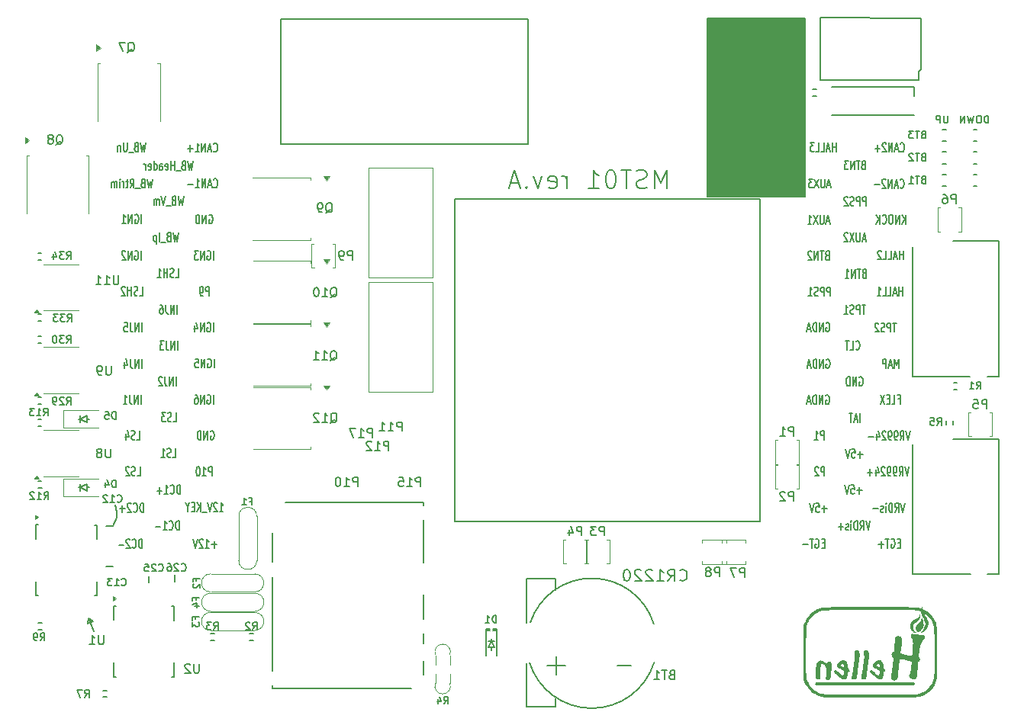
<source format=gbo>
G04 #@! TF.GenerationSoftware,KiCad,Pcbnew,8.0.8-8.0.8-0~ubuntu24.04.1*
G04 #@! TF.CreationDate,2025-02-12T14:39:26+00:00*
G04 #@! TF.ProjectId,MST01,4d535430-312e-46b6-9963-61645f706362,D*
G04 #@! TF.SameCoordinates,PX440a368PY8a86a58*
G04 #@! TF.FileFunction,Legend,Bot*
G04 #@! TF.FilePolarity,Positive*
%FSLAX46Y46*%
G04 Gerber Fmt 4.6, Leading zero omitted, Abs format (unit mm)*
G04 Created by KiCad (PCBNEW 8.0.8-8.0.8-0~ubuntu24.04.1) date 2025-02-12 14:39:26*
%MOMM*%
%LPD*%
G01*
G04 APERTURE LIST*
%ADD10C,0.150000*%
%ADD11C,0.170000*%
%ADD12C,0.200000*%
%ADD13C,0.127000*%
%ADD14C,0.120000*%
%ADD15C,0.150012*%
%ADD16C,0.203200*%
%ADD17C,0.000000*%
%ADD18C,0.099060*%
G04 APERTURE END LIST*
D10*
X7485000Y10005000D02*
X8005000Y9655000D01*
X10435000Y22645000D02*
X10655000Y21765000D01*
X10655000Y21765000D02*
X10655000Y21145000D01*
X8105000Y8565000D02*
X7485000Y10005000D01*
X7395000Y9425000D02*
X7485000Y10005000D01*
X10655000Y21145000D02*
X10204999Y20270000D01*
X76160000Y76648007D02*
X87044870Y76648007D01*
X87044870Y56826992D01*
X76160000Y56826992D01*
X76160000Y76648007D01*
G36*
X76160000Y76648007D02*
G01*
X87044870Y76648007D01*
X87044870Y56826992D01*
X76160000Y56826992D01*
X76160000Y76648007D01*
G37*
X8005000Y9655000D02*
X7395000Y9425000D01*
X13375350Y53840181D02*
X13375350Y54840181D01*
X12675350Y54792562D02*
X12742017Y54840181D01*
X12742017Y54840181D02*
X12842017Y54840181D01*
X12842017Y54840181D02*
X12942017Y54792562D01*
X12942017Y54792562D02*
X13008684Y54697324D01*
X13008684Y54697324D02*
X13042017Y54602086D01*
X13042017Y54602086D02*
X13075350Y54411610D01*
X13075350Y54411610D02*
X13075350Y54268753D01*
X13075350Y54268753D02*
X13042017Y54078277D01*
X13042017Y54078277D02*
X13008684Y53983039D01*
X13008684Y53983039D02*
X12942017Y53887800D01*
X12942017Y53887800D02*
X12842017Y53840181D01*
X12842017Y53840181D02*
X12775350Y53840181D01*
X12775350Y53840181D02*
X12675350Y53887800D01*
X12675350Y53887800D02*
X12642017Y53935420D01*
X12642017Y53935420D02*
X12642017Y54268753D01*
X12642017Y54268753D02*
X12775350Y54268753D01*
X12342017Y53840181D02*
X12342017Y54840181D01*
X12342017Y54840181D02*
X11942017Y53840181D01*
X11942017Y53840181D02*
X11942017Y54840181D01*
X11242017Y53840181D02*
X11642017Y53840181D01*
X11442017Y53840181D02*
X11442017Y54840181D01*
X11442017Y54840181D02*
X11508684Y54697324D01*
X11508684Y54697324D02*
X11575351Y54602086D01*
X11575351Y54602086D02*
X11642017Y54554467D01*
X13398683Y37805181D02*
X13398683Y38805181D01*
X13065350Y37805181D02*
X13065350Y38805181D01*
X13065350Y38805181D02*
X12665350Y37805181D01*
X12665350Y37805181D02*
X12665350Y38805181D01*
X12132017Y38805181D02*
X12132017Y38090896D01*
X12132017Y38090896D02*
X12165350Y37948039D01*
X12165350Y37948039D02*
X12232017Y37852800D01*
X12232017Y37852800D02*
X12332017Y37805181D01*
X12332017Y37805181D02*
X12398684Y37805181D01*
X11498684Y38471848D02*
X11498684Y37805181D01*
X11665351Y38852800D02*
X11832017Y38138515D01*
X11832017Y38138515D02*
X11398684Y38138515D01*
X93407017Y28186134D02*
X92873684Y28186134D01*
X93140350Y27805181D02*
X93140350Y28567086D01*
X92207017Y28805181D02*
X92540350Y28805181D01*
X92540350Y28805181D02*
X92573683Y28328991D01*
X92573683Y28328991D02*
X92540350Y28376610D01*
X92540350Y28376610D02*
X92473683Y28424229D01*
X92473683Y28424229D02*
X92307017Y28424229D01*
X92307017Y28424229D02*
X92240350Y28376610D01*
X92240350Y28376610D02*
X92207017Y28328991D01*
X92207017Y28328991D02*
X92173683Y28233753D01*
X92173683Y28233753D02*
X92173683Y27995658D01*
X92173683Y27995658D02*
X92207017Y27900420D01*
X92207017Y27900420D02*
X92240350Y27852800D01*
X92240350Y27852800D02*
X92307017Y27805181D01*
X92307017Y27805181D02*
X92473683Y27805181D01*
X92473683Y27805181D02*
X92540350Y27852800D01*
X92540350Y27852800D02*
X92573683Y27900420D01*
X91973683Y28805181D02*
X91740350Y27805181D01*
X91740350Y27805181D02*
X91507016Y28805181D01*
X93802017Y55795181D02*
X93802017Y56795181D01*
X93802017Y56795181D02*
X93535350Y56795181D01*
X93535350Y56795181D02*
X93468684Y56747562D01*
X93468684Y56747562D02*
X93435350Y56699943D01*
X93435350Y56699943D02*
X93402017Y56604705D01*
X93402017Y56604705D02*
X93402017Y56461848D01*
X93402017Y56461848D02*
X93435350Y56366610D01*
X93435350Y56366610D02*
X93468684Y56318991D01*
X93468684Y56318991D02*
X93535350Y56271372D01*
X93535350Y56271372D02*
X93802017Y56271372D01*
X93102017Y55795181D02*
X93102017Y56795181D01*
X93102017Y56795181D02*
X92835350Y56795181D01*
X92835350Y56795181D02*
X92768684Y56747562D01*
X92768684Y56747562D02*
X92735350Y56699943D01*
X92735350Y56699943D02*
X92702017Y56604705D01*
X92702017Y56604705D02*
X92702017Y56461848D01*
X92702017Y56461848D02*
X92735350Y56366610D01*
X92735350Y56366610D02*
X92768684Y56318991D01*
X92768684Y56318991D02*
X92835350Y56271372D01*
X92835350Y56271372D02*
X93102017Y56271372D01*
X92435350Y55842800D02*
X92335350Y55795181D01*
X92335350Y55795181D02*
X92168684Y55795181D01*
X92168684Y55795181D02*
X92102017Y55842800D01*
X92102017Y55842800D02*
X92068684Y55890420D01*
X92068684Y55890420D02*
X92035350Y55985658D01*
X92035350Y55985658D02*
X92035350Y56080896D01*
X92035350Y56080896D02*
X92068684Y56176134D01*
X92068684Y56176134D02*
X92102017Y56223753D01*
X92102017Y56223753D02*
X92168684Y56271372D01*
X92168684Y56271372D02*
X92302017Y56318991D01*
X92302017Y56318991D02*
X92368684Y56366610D01*
X92368684Y56366610D02*
X92402017Y56414229D01*
X92402017Y56414229D02*
X92435350Y56509467D01*
X92435350Y56509467D02*
X92435350Y56604705D01*
X92435350Y56604705D02*
X92402017Y56699943D01*
X92402017Y56699943D02*
X92368684Y56747562D01*
X92368684Y56747562D02*
X92302017Y56795181D01*
X92302017Y56795181D02*
X92135350Y56795181D01*
X92135350Y56795181D02*
X92035350Y56747562D01*
X91768683Y56699943D02*
X91735350Y56747562D01*
X91735350Y56747562D02*
X91668683Y56795181D01*
X91668683Y56795181D02*
X91502017Y56795181D01*
X91502017Y56795181D02*
X91435350Y56747562D01*
X91435350Y56747562D02*
X91402017Y56699943D01*
X91402017Y56699943D02*
X91368683Y56604705D01*
X91368683Y56604705D02*
X91368683Y56509467D01*
X91368683Y56509467D02*
X91402017Y56366610D01*
X91402017Y56366610D02*
X91802017Y55795181D01*
X91802017Y55795181D02*
X91368683Y55795181D01*
X16893685Y31825181D02*
X17227018Y31825181D01*
X17227018Y31825181D02*
X17227018Y32825181D01*
X16693684Y31872800D02*
X16593684Y31825181D01*
X16593684Y31825181D02*
X16427018Y31825181D01*
X16427018Y31825181D02*
X16360351Y31872800D01*
X16360351Y31872800D02*
X16327018Y31920420D01*
X16327018Y31920420D02*
X16293684Y32015658D01*
X16293684Y32015658D02*
X16293684Y32110896D01*
X16293684Y32110896D02*
X16327018Y32206134D01*
X16327018Y32206134D02*
X16360351Y32253753D01*
X16360351Y32253753D02*
X16427018Y32301372D01*
X16427018Y32301372D02*
X16560351Y32348991D01*
X16560351Y32348991D02*
X16627018Y32396610D01*
X16627018Y32396610D02*
X16660351Y32444229D01*
X16660351Y32444229D02*
X16693684Y32539467D01*
X16693684Y32539467D02*
X16693684Y32634705D01*
X16693684Y32634705D02*
X16660351Y32729943D01*
X16660351Y32729943D02*
X16627018Y32777562D01*
X16627018Y32777562D02*
X16560351Y32825181D01*
X16560351Y32825181D02*
X16393684Y32825181D01*
X16393684Y32825181D02*
X16293684Y32777562D01*
X16060351Y32825181D02*
X15627017Y32825181D01*
X15627017Y32825181D02*
X15860351Y32444229D01*
X15860351Y32444229D02*
X15760351Y32444229D01*
X15760351Y32444229D02*
X15693684Y32396610D01*
X15693684Y32396610D02*
X15660351Y32348991D01*
X15660351Y32348991D02*
X15627017Y32253753D01*
X15627017Y32253753D02*
X15627017Y32015658D01*
X15627017Y32015658D02*
X15660351Y31920420D01*
X15660351Y31920420D02*
X15693684Y31872800D01*
X15693684Y31872800D02*
X15760351Y31825181D01*
X15760351Y31825181D02*
X15960351Y31825181D01*
X15960351Y31825181D02*
X16027017Y31872800D01*
X16027017Y31872800D02*
X16060351Y31920420D01*
X90445351Y61825181D02*
X90445351Y62825181D01*
X90445351Y62348991D02*
X90045351Y62348991D01*
X90045351Y61825181D02*
X90045351Y62825181D01*
X89745351Y62110896D02*
X89412018Y62110896D01*
X89812018Y61825181D02*
X89578685Y62825181D01*
X89578685Y62825181D02*
X89345351Y61825181D01*
X88778685Y61825181D02*
X89112018Y61825181D01*
X89112018Y61825181D02*
X89112018Y62825181D01*
X88212018Y61825181D02*
X88545351Y61825181D01*
X88545351Y61825181D02*
X88545351Y62825181D01*
X88045351Y62825181D02*
X87612017Y62825181D01*
X87612017Y62825181D02*
X87845351Y62444229D01*
X87845351Y62444229D02*
X87745351Y62444229D01*
X87745351Y62444229D02*
X87678684Y62396610D01*
X87678684Y62396610D02*
X87645351Y62348991D01*
X87645351Y62348991D02*
X87612017Y62253753D01*
X87612017Y62253753D02*
X87612017Y62015658D01*
X87612017Y62015658D02*
X87645351Y61920420D01*
X87645351Y61920420D02*
X87678684Y61872800D01*
X87678684Y61872800D02*
X87745351Y61825181D01*
X87745351Y61825181D02*
X87945351Y61825181D01*
X87945351Y61825181D02*
X88012017Y61872800D01*
X88012017Y61872800D02*
X88045351Y61920420D01*
X93040349Y36742562D02*
X93107016Y36790181D01*
X93107016Y36790181D02*
X93207016Y36790181D01*
X93207016Y36790181D02*
X93307016Y36742562D01*
X93307016Y36742562D02*
X93373683Y36647324D01*
X93373683Y36647324D02*
X93407016Y36552086D01*
X93407016Y36552086D02*
X93440349Y36361610D01*
X93440349Y36361610D02*
X93440349Y36218753D01*
X93440349Y36218753D02*
X93407016Y36028277D01*
X93407016Y36028277D02*
X93373683Y35933039D01*
X93373683Y35933039D02*
X93307016Y35837800D01*
X93307016Y35837800D02*
X93207016Y35790181D01*
X93207016Y35790181D02*
X93140349Y35790181D01*
X93140349Y35790181D02*
X93040349Y35837800D01*
X93040349Y35837800D02*
X93007016Y35885420D01*
X93007016Y35885420D02*
X93007016Y36218753D01*
X93007016Y36218753D02*
X93140349Y36218753D01*
X92707016Y35790181D02*
X92707016Y36790181D01*
X92707016Y36790181D02*
X92307016Y35790181D01*
X92307016Y35790181D02*
X92307016Y36790181D01*
X91973683Y35790181D02*
X91973683Y36790181D01*
X91973683Y36790181D02*
X91807016Y36790181D01*
X91807016Y36790181D02*
X91707016Y36742562D01*
X91707016Y36742562D02*
X91640350Y36647324D01*
X91640350Y36647324D02*
X91607016Y36552086D01*
X91607016Y36552086D02*
X91573683Y36361610D01*
X91573683Y36361610D02*
X91573683Y36218753D01*
X91573683Y36218753D02*
X91607016Y36028277D01*
X91607016Y36028277D02*
X91640350Y35933039D01*
X91640350Y35933039D02*
X91707016Y35837800D01*
X91707016Y35837800D02*
X91807016Y35790181D01*
X91807016Y35790181D02*
X91973683Y35790181D01*
X97912017Y49835181D02*
X97912017Y50835181D01*
X97912017Y50358991D02*
X97512017Y50358991D01*
X97512017Y49835181D02*
X97512017Y50835181D01*
X97212017Y50120896D02*
X96878684Y50120896D01*
X97278684Y49835181D02*
X97045351Y50835181D01*
X97045351Y50835181D02*
X96812017Y49835181D01*
X96245351Y49835181D02*
X96578684Y49835181D01*
X96578684Y49835181D02*
X96578684Y50835181D01*
X95678684Y49835181D02*
X96012017Y49835181D01*
X96012017Y49835181D02*
X96012017Y50835181D01*
X95478683Y50739943D02*
X95445350Y50787562D01*
X95445350Y50787562D02*
X95378683Y50835181D01*
X95378683Y50835181D02*
X95212017Y50835181D01*
X95212017Y50835181D02*
X95145350Y50787562D01*
X95145350Y50787562D02*
X95112017Y50739943D01*
X95112017Y50739943D02*
X95078683Y50644705D01*
X95078683Y50644705D02*
X95078683Y50549467D01*
X95078683Y50549467D02*
X95112017Y50406610D01*
X95112017Y50406610D02*
X95512017Y49835181D01*
X95512017Y49835181D02*
X95078683Y49835181D01*
X21393684Y57905420D02*
X21427017Y57857800D01*
X21427017Y57857800D02*
X21527017Y57810181D01*
X21527017Y57810181D02*
X21593684Y57810181D01*
X21593684Y57810181D02*
X21693684Y57857800D01*
X21693684Y57857800D02*
X21760351Y57953039D01*
X21760351Y57953039D02*
X21793684Y58048277D01*
X21793684Y58048277D02*
X21827017Y58238753D01*
X21827017Y58238753D02*
X21827017Y58381610D01*
X21827017Y58381610D02*
X21793684Y58572086D01*
X21793684Y58572086D02*
X21760351Y58667324D01*
X21760351Y58667324D02*
X21693684Y58762562D01*
X21693684Y58762562D02*
X21593684Y58810181D01*
X21593684Y58810181D02*
X21527017Y58810181D01*
X21527017Y58810181D02*
X21427017Y58762562D01*
X21427017Y58762562D02*
X21393684Y58714943D01*
X21127017Y58095896D02*
X20793684Y58095896D01*
X21193684Y57810181D02*
X20960351Y58810181D01*
X20960351Y58810181D02*
X20727017Y57810181D01*
X20493684Y57810181D02*
X20493684Y58810181D01*
X20493684Y58810181D02*
X20093684Y57810181D01*
X20093684Y57810181D02*
X20093684Y58810181D01*
X19393684Y57810181D02*
X19793684Y57810181D01*
X19593684Y57810181D02*
X19593684Y58810181D01*
X19593684Y58810181D02*
X19660351Y58667324D01*
X19660351Y58667324D02*
X19727018Y58572086D01*
X19727018Y58572086D02*
X19793684Y58524467D01*
X19093684Y58191134D02*
X18560351Y58191134D01*
X21400350Y33810181D02*
X21400350Y34810181D01*
X20700350Y34762562D02*
X20767017Y34810181D01*
X20767017Y34810181D02*
X20867017Y34810181D01*
X20867017Y34810181D02*
X20967017Y34762562D01*
X20967017Y34762562D02*
X21033684Y34667324D01*
X21033684Y34667324D02*
X21067017Y34572086D01*
X21067017Y34572086D02*
X21100350Y34381610D01*
X21100350Y34381610D02*
X21100350Y34238753D01*
X21100350Y34238753D02*
X21067017Y34048277D01*
X21067017Y34048277D02*
X21033684Y33953039D01*
X21033684Y33953039D02*
X20967017Y33857800D01*
X20967017Y33857800D02*
X20867017Y33810181D01*
X20867017Y33810181D02*
X20800350Y33810181D01*
X20800350Y33810181D02*
X20700350Y33857800D01*
X20700350Y33857800D02*
X20667017Y33905420D01*
X20667017Y33905420D02*
X20667017Y34238753D01*
X20667017Y34238753D02*
X20800350Y34238753D01*
X20367017Y33810181D02*
X20367017Y34810181D01*
X20367017Y34810181D02*
X19967017Y33810181D01*
X19967017Y33810181D02*
X19967017Y34810181D01*
X19333684Y34810181D02*
X19467017Y34810181D01*
X19467017Y34810181D02*
X19533684Y34762562D01*
X19533684Y34762562D02*
X19567017Y34714943D01*
X19567017Y34714943D02*
X19633684Y34572086D01*
X19633684Y34572086D02*
X19667017Y34381610D01*
X19667017Y34381610D02*
X19667017Y34000658D01*
X19667017Y34000658D02*
X19633684Y33905420D01*
X19633684Y33905420D02*
X19600351Y33857800D01*
X19600351Y33857800D02*
X19533684Y33810181D01*
X19533684Y33810181D02*
X19400351Y33810181D01*
X19400351Y33810181D02*
X19333684Y33857800D01*
X19333684Y33857800D02*
X19300351Y33905420D01*
X19300351Y33905420D02*
X19267017Y34000658D01*
X19267017Y34000658D02*
X19267017Y34238753D01*
X19267017Y34238753D02*
X19300351Y34333991D01*
X19300351Y34333991D02*
X19333684Y34381610D01*
X19333684Y34381610D02*
X19400351Y34429229D01*
X19400351Y34429229D02*
X19533684Y34429229D01*
X19533684Y34429229D02*
X19600351Y34381610D01*
X19600351Y34381610D02*
X19633684Y34333991D01*
X19633684Y34333991D02*
X19667017Y34238753D01*
X13340350Y49815181D02*
X13340350Y50815181D01*
X12640350Y50767562D02*
X12707017Y50815181D01*
X12707017Y50815181D02*
X12807017Y50815181D01*
X12807017Y50815181D02*
X12907017Y50767562D01*
X12907017Y50767562D02*
X12973684Y50672324D01*
X12973684Y50672324D02*
X13007017Y50577086D01*
X13007017Y50577086D02*
X13040350Y50386610D01*
X13040350Y50386610D02*
X13040350Y50243753D01*
X13040350Y50243753D02*
X13007017Y50053277D01*
X13007017Y50053277D02*
X12973684Y49958039D01*
X12973684Y49958039D02*
X12907017Y49862800D01*
X12907017Y49862800D02*
X12807017Y49815181D01*
X12807017Y49815181D02*
X12740350Y49815181D01*
X12740350Y49815181D02*
X12640350Y49862800D01*
X12640350Y49862800D02*
X12607017Y49910420D01*
X12607017Y49910420D02*
X12607017Y50243753D01*
X12607017Y50243753D02*
X12740350Y50243753D01*
X12307017Y49815181D02*
X12307017Y50815181D01*
X12307017Y50815181D02*
X11907017Y49815181D01*
X11907017Y49815181D02*
X11907017Y50815181D01*
X11607017Y50719943D02*
X11573684Y50767562D01*
X11573684Y50767562D02*
X11507017Y50815181D01*
X11507017Y50815181D02*
X11340351Y50815181D01*
X11340351Y50815181D02*
X11273684Y50767562D01*
X11273684Y50767562D02*
X11240351Y50719943D01*
X11240351Y50719943D02*
X11207017Y50624705D01*
X11207017Y50624705D02*
X11207017Y50529467D01*
X11207017Y50529467D02*
X11240351Y50386610D01*
X11240351Y50386610D02*
X11640351Y49815181D01*
X11640351Y49815181D02*
X11207017Y49815181D01*
X13413683Y41810181D02*
X13413683Y42810181D01*
X13080350Y41810181D02*
X13080350Y42810181D01*
X13080350Y42810181D02*
X12680350Y41810181D01*
X12680350Y41810181D02*
X12680350Y42810181D01*
X12147017Y42810181D02*
X12147017Y42095896D01*
X12147017Y42095896D02*
X12180350Y41953039D01*
X12180350Y41953039D02*
X12247017Y41857800D01*
X12247017Y41857800D02*
X12347017Y41810181D01*
X12347017Y41810181D02*
X12413684Y41810181D01*
X11480351Y42810181D02*
X11813684Y42810181D01*
X11813684Y42810181D02*
X11847017Y42333991D01*
X11847017Y42333991D02*
X11813684Y42381610D01*
X11813684Y42381610D02*
X11747017Y42429229D01*
X11747017Y42429229D02*
X11580351Y42429229D01*
X11580351Y42429229D02*
X11513684Y42381610D01*
X11513684Y42381610D02*
X11480351Y42333991D01*
X11480351Y42333991D02*
X11447017Y42238753D01*
X11447017Y42238753D02*
X11447017Y42000658D01*
X11447017Y42000658D02*
X11480351Y41905420D01*
X11480351Y41905420D02*
X11513684Y41857800D01*
X11513684Y41857800D02*
X11580351Y41810181D01*
X11580351Y41810181D02*
X11747017Y41810181D01*
X11747017Y41810181D02*
X11813684Y41857800D01*
X11813684Y41857800D02*
X11847017Y41905420D01*
X93578683Y48318991D02*
X93478683Y48271372D01*
X93478683Y48271372D02*
X93445349Y48223753D01*
X93445349Y48223753D02*
X93412016Y48128515D01*
X93412016Y48128515D02*
X93412016Y47985658D01*
X93412016Y47985658D02*
X93445349Y47890420D01*
X93445349Y47890420D02*
X93478683Y47842800D01*
X93478683Y47842800D02*
X93545349Y47795181D01*
X93545349Y47795181D02*
X93812016Y47795181D01*
X93812016Y47795181D02*
X93812016Y48795181D01*
X93812016Y48795181D02*
X93578683Y48795181D01*
X93578683Y48795181D02*
X93512016Y48747562D01*
X93512016Y48747562D02*
X93478683Y48699943D01*
X93478683Y48699943D02*
X93445349Y48604705D01*
X93445349Y48604705D02*
X93445349Y48509467D01*
X93445349Y48509467D02*
X93478683Y48414229D01*
X93478683Y48414229D02*
X93512016Y48366610D01*
X93512016Y48366610D02*
X93578683Y48318991D01*
X93578683Y48318991D02*
X93812016Y48318991D01*
X93212016Y48795181D02*
X92812016Y48795181D01*
X93012016Y47795181D02*
X93012016Y48795181D01*
X92578683Y47795181D02*
X92578683Y48795181D01*
X92578683Y48795181D02*
X92178683Y47795181D01*
X92178683Y47795181D02*
X92178683Y48795181D01*
X91478683Y47795181D02*
X91878683Y47795181D01*
X91678683Y47795181D02*
X91678683Y48795181D01*
X91678683Y48795181D02*
X91745350Y48652324D01*
X91745350Y48652324D02*
X91812017Y48557086D01*
X91812017Y48557086D02*
X91878683Y48509467D01*
X17258683Y35810181D02*
X17258683Y36810181D01*
X16925350Y35810181D02*
X16925350Y36810181D01*
X16925350Y36810181D02*
X16525350Y35810181D01*
X16525350Y35810181D02*
X16525350Y36810181D01*
X15992017Y36810181D02*
X15992017Y36095896D01*
X15992017Y36095896D02*
X16025350Y35953039D01*
X16025350Y35953039D02*
X16092017Y35857800D01*
X16092017Y35857800D02*
X16192017Y35810181D01*
X16192017Y35810181D02*
X16258684Y35810181D01*
X15692017Y36714943D02*
X15658684Y36762562D01*
X15658684Y36762562D02*
X15592017Y36810181D01*
X15592017Y36810181D02*
X15425351Y36810181D01*
X15425351Y36810181D02*
X15358684Y36762562D01*
X15358684Y36762562D02*
X15325351Y36714943D01*
X15325351Y36714943D02*
X15292017Y36619705D01*
X15292017Y36619705D02*
X15292017Y36524467D01*
X15292017Y36524467D02*
X15325351Y36381610D01*
X15325351Y36381610D02*
X15725351Y35810181D01*
X15725351Y35810181D02*
X15292017Y35810181D01*
X20883683Y54772562D02*
X20950350Y54820181D01*
X20950350Y54820181D02*
X21050350Y54820181D01*
X21050350Y54820181D02*
X21150350Y54772562D01*
X21150350Y54772562D02*
X21217017Y54677324D01*
X21217017Y54677324D02*
X21250350Y54582086D01*
X21250350Y54582086D02*
X21283683Y54391610D01*
X21283683Y54391610D02*
X21283683Y54248753D01*
X21283683Y54248753D02*
X21250350Y54058277D01*
X21250350Y54058277D02*
X21217017Y53963039D01*
X21217017Y53963039D02*
X21150350Y53867800D01*
X21150350Y53867800D02*
X21050350Y53820181D01*
X21050350Y53820181D02*
X20983683Y53820181D01*
X20983683Y53820181D02*
X20883683Y53867800D01*
X20883683Y53867800D02*
X20850350Y53915420D01*
X20850350Y53915420D02*
X20850350Y54248753D01*
X20850350Y54248753D02*
X20983683Y54248753D01*
X20550350Y53820181D02*
X20550350Y54820181D01*
X20550350Y54820181D02*
X20150350Y53820181D01*
X20150350Y53820181D02*
X20150350Y54820181D01*
X19817017Y53820181D02*
X19817017Y54820181D01*
X19817017Y54820181D02*
X19650350Y54820181D01*
X19650350Y54820181D02*
X19550350Y54772562D01*
X19550350Y54772562D02*
X19483684Y54677324D01*
X19483684Y54677324D02*
X19450350Y54582086D01*
X19450350Y54582086D02*
X19417017Y54391610D01*
X19417017Y54391610D02*
X19417017Y54248753D01*
X19417017Y54248753D02*
X19450350Y54058277D01*
X19450350Y54058277D02*
X19483684Y53963039D01*
X19483684Y53963039D02*
X19550350Y53867800D01*
X19550350Y53867800D02*
X19650350Y53820181D01*
X19650350Y53820181D02*
X19817017Y53820181D01*
X13605351Y21785181D02*
X13605351Y22785181D01*
X13605351Y22785181D02*
X13438684Y22785181D01*
X13438684Y22785181D02*
X13338684Y22737562D01*
X13338684Y22737562D02*
X13272018Y22642324D01*
X13272018Y22642324D02*
X13238684Y22547086D01*
X13238684Y22547086D02*
X13205351Y22356610D01*
X13205351Y22356610D02*
X13205351Y22213753D01*
X13205351Y22213753D02*
X13238684Y22023277D01*
X13238684Y22023277D02*
X13272018Y21928039D01*
X13272018Y21928039D02*
X13338684Y21832800D01*
X13338684Y21832800D02*
X13438684Y21785181D01*
X13438684Y21785181D02*
X13605351Y21785181D01*
X12505351Y21880420D02*
X12538684Y21832800D01*
X12538684Y21832800D02*
X12638684Y21785181D01*
X12638684Y21785181D02*
X12705351Y21785181D01*
X12705351Y21785181D02*
X12805351Y21832800D01*
X12805351Y21832800D02*
X12872018Y21928039D01*
X12872018Y21928039D02*
X12905351Y22023277D01*
X12905351Y22023277D02*
X12938684Y22213753D01*
X12938684Y22213753D02*
X12938684Y22356610D01*
X12938684Y22356610D02*
X12905351Y22547086D01*
X12905351Y22547086D02*
X12872018Y22642324D01*
X12872018Y22642324D02*
X12805351Y22737562D01*
X12805351Y22737562D02*
X12705351Y22785181D01*
X12705351Y22785181D02*
X12638684Y22785181D01*
X12638684Y22785181D02*
X12538684Y22737562D01*
X12538684Y22737562D02*
X12505351Y22689943D01*
X12238684Y22689943D02*
X12205351Y22737562D01*
X12205351Y22737562D02*
X12138684Y22785181D01*
X12138684Y22785181D02*
X11972018Y22785181D01*
X11972018Y22785181D02*
X11905351Y22737562D01*
X11905351Y22737562D02*
X11872018Y22689943D01*
X11872018Y22689943D02*
X11838684Y22594705D01*
X11838684Y22594705D02*
X11838684Y22499467D01*
X11838684Y22499467D02*
X11872018Y22356610D01*
X11872018Y22356610D02*
X12272018Y21785181D01*
X12272018Y21785181D02*
X11838684Y21785181D01*
X11538684Y22166134D02*
X11005351Y22166134D01*
X11272017Y21785181D02*
X11272017Y22547086D01*
X17483683Y52855181D02*
X17317016Y51855181D01*
X17317016Y51855181D02*
X17183683Y52569467D01*
X17183683Y52569467D02*
X17050349Y51855181D01*
X17050349Y51855181D02*
X16883683Y52855181D01*
X16383683Y52378991D02*
X16283683Y52331372D01*
X16283683Y52331372D02*
X16250349Y52283753D01*
X16250349Y52283753D02*
X16217016Y52188515D01*
X16217016Y52188515D02*
X16217016Y52045658D01*
X16217016Y52045658D02*
X16250349Y51950420D01*
X16250349Y51950420D02*
X16283683Y51902800D01*
X16283683Y51902800D02*
X16350349Y51855181D01*
X16350349Y51855181D02*
X16617016Y51855181D01*
X16617016Y51855181D02*
X16617016Y52855181D01*
X16617016Y52855181D02*
X16383683Y52855181D01*
X16383683Y52855181D02*
X16317016Y52807562D01*
X16317016Y52807562D02*
X16283683Y52759943D01*
X16283683Y52759943D02*
X16250349Y52664705D01*
X16250349Y52664705D02*
X16250349Y52569467D01*
X16250349Y52569467D02*
X16283683Y52474229D01*
X16283683Y52474229D02*
X16317016Y52426610D01*
X16317016Y52426610D02*
X16383683Y52378991D01*
X16383683Y52378991D02*
X16617016Y52378991D01*
X16083683Y51759943D02*
X15550349Y51759943D01*
X15383683Y51855181D02*
X15383683Y52855181D01*
X15050350Y52521848D02*
X15050350Y51521848D01*
X15050350Y52474229D02*
X14983683Y52521848D01*
X14983683Y52521848D02*
X14850350Y52521848D01*
X14850350Y52521848D02*
X14783683Y52474229D01*
X14783683Y52474229D02*
X14750350Y52426610D01*
X14750350Y52426610D02*
X14717017Y52331372D01*
X14717017Y52331372D02*
X14717017Y52045658D01*
X14717017Y52045658D02*
X14750350Y51950420D01*
X14750350Y51950420D02*
X14783683Y51902800D01*
X14783683Y51902800D02*
X14850350Y51855181D01*
X14850350Y51855181D02*
X14983683Y51855181D01*
X14983683Y51855181D02*
X15050350Y51902800D01*
X12893685Y25840181D02*
X13227018Y25840181D01*
X13227018Y25840181D02*
X13227018Y26840181D01*
X12693684Y25887800D02*
X12593684Y25840181D01*
X12593684Y25840181D02*
X12427018Y25840181D01*
X12427018Y25840181D02*
X12360351Y25887800D01*
X12360351Y25887800D02*
X12327018Y25935420D01*
X12327018Y25935420D02*
X12293684Y26030658D01*
X12293684Y26030658D02*
X12293684Y26125896D01*
X12293684Y26125896D02*
X12327018Y26221134D01*
X12327018Y26221134D02*
X12360351Y26268753D01*
X12360351Y26268753D02*
X12427018Y26316372D01*
X12427018Y26316372D02*
X12560351Y26363991D01*
X12560351Y26363991D02*
X12627018Y26411610D01*
X12627018Y26411610D02*
X12660351Y26459229D01*
X12660351Y26459229D02*
X12693684Y26554467D01*
X12693684Y26554467D02*
X12693684Y26649705D01*
X12693684Y26649705D02*
X12660351Y26744943D01*
X12660351Y26744943D02*
X12627018Y26792562D01*
X12627018Y26792562D02*
X12560351Y26840181D01*
X12560351Y26840181D02*
X12393684Y26840181D01*
X12393684Y26840181D02*
X12293684Y26792562D01*
X12027017Y26744943D02*
X11993684Y26792562D01*
X11993684Y26792562D02*
X11927017Y26840181D01*
X11927017Y26840181D02*
X11760351Y26840181D01*
X11760351Y26840181D02*
X11693684Y26792562D01*
X11693684Y26792562D02*
X11660351Y26744943D01*
X11660351Y26744943D02*
X11627017Y26649705D01*
X11627017Y26649705D02*
X11627017Y26554467D01*
X11627017Y26554467D02*
X11660351Y26411610D01*
X11660351Y26411610D02*
X12060351Y25840181D01*
X12060351Y25840181D02*
X11627017Y25840181D01*
X17560351Y19800181D02*
X17560351Y20800181D01*
X17560351Y20800181D02*
X17393684Y20800181D01*
X17393684Y20800181D02*
X17293684Y20752562D01*
X17293684Y20752562D02*
X17227018Y20657324D01*
X17227018Y20657324D02*
X17193684Y20562086D01*
X17193684Y20562086D02*
X17160351Y20371610D01*
X17160351Y20371610D02*
X17160351Y20228753D01*
X17160351Y20228753D02*
X17193684Y20038277D01*
X17193684Y20038277D02*
X17227018Y19943039D01*
X17227018Y19943039D02*
X17293684Y19847800D01*
X17293684Y19847800D02*
X17393684Y19800181D01*
X17393684Y19800181D02*
X17560351Y19800181D01*
X16460351Y19895420D02*
X16493684Y19847800D01*
X16493684Y19847800D02*
X16593684Y19800181D01*
X16593684Y19800181D02*
X16660351Y19800181D01*
X16660351Y19800181D02*
X16760351Y19847800D01*
X16760351Y19847800D02*
X16827018Y19943039D01*
X16827018Y19943039D02*
X16860351Y20038277D01*
X16860351Y20038277D02*
X16893684Y20228753D01*
X16893684Y20228753D02*
X16893684Y20371610D01*
X16893684Y20371610D02*
X16860351Y20562086D01*
X16860351Y20562086D02*
X16827018Y20657324D01*
X16827018Y20657324D02*
X16760351Y20752562D01*
X16760351Y20752562D02*
X16660351Y20800181D01*
X16660351Y20800181D02*
X16593684Y20800181D01*
X16593684Y20800181D02*
X16493684Y20752562D01*
X16493684Y20752562D02*
X16460351Y20704943D01*
X15793684Y19800181D02*
X16193684Y19800181D01*
X15993684Y19800181D02*
X15993684Y20800181D01*
X15993684Y20800181D02*
X16060351Y20657324D01*
X16060351Y20657324D02*
X16127018Y20562086D01*
X16127018Y20562086D02*
X16193684Y20514467D01*
X15493684Y20181134D02*
X14960351Y20181134D01*
X21200351Y25800181D02*
X21200351Y26800181D01*
X21200351Y26800181D02*
X20933684Y26800181D01*
X20933684Y26800181D02*
X20867018Y26752562D01*
X20867018Y26752562D02*
X20833684Y26704943D01*
X20833684Y26704943D02*
X20800351Y26609705D01*
X20800351Y26609705D02*
X20800351Y26466848D01*
X20800351Y26466848D02*
X20833684Y26371610D01*
X20833684Y26371610D02*
X20867018Y26323991D01*
X20867018Y26323991D02*
X20933684Y26276372D01*
X20933684Y26276372D02*
X21200351Y26276372D01*
X20133684Y25800181D02*
X20533684Y25800181D01*
X20333684Y25800181D02*
X20333684Y26800181D01*
X20333684Y26800181D02*
X20400351Y26657324D01*
X20400351Y26657324D02*
X20467018Y26562086D01*
X20467018Y26562086D02*
X20533684Y26514467D01*
X19700351Y26800181D02*
X19633684Y26800181D01*
X19633684Y26800181D02*
X19567017Y26752562D01*
X19567017Y26752562D02*
X19533684Y26704943D01*
X19533684Y26704943D02*
X19500351Y26609705D01*
X19500351Y26609705D02*
X19467017Y26419229D01*
X19467017Y26419229D02*
X19467017Y26181134D01*
X19467017Y26181134D02*
X19500351Y25990658D01*
X19500351Y25990658D02*
X19533684Y25895420D01*
X19533684Y25895420D02*
X19567017Y25847800D01*
X19567017Y25847800D02*
X19633684Y25800181D01*
X19633684Y25800181D02*
X19700351Y25800181D01*
X19700351Y25800181D02*
X19767017Y25847800D01*
X19767017Y25847800D02*
X19800351Y25895420D01*
X19800351Y25895420D02*
X19833684Y25990658D01*
X19833684Y25990658D02*
X19867017Y26181134D01*
X19867017Y26181134D02*
X19867017Y26419229D01*
X19867017Y26419229D02*
X19833684Y26609705D01*
X19833684Y26609705D02*
X19800351Y26704943D01*
X19800351Y26704943D02*
X19767017Y26752562D01*
X19767017Y26752562D02*
X19700351Y26800181D01*
X21378684Y61875420D02*
X21412017Y61827800D01*
X21412017Y61827800D02*
X21512017Y61780181D01*
X21512017Y61780181D02*
X21578684Y61780181D01*
X21578684Y61780181D02*
X21678684Y61827800D01*
X21678684Y61827800D02*
X21745351Y61923039D01*
X21745351Y61923039D02*
X21778684Y62018277D01*
X21778684Y62018277D02*
X21812017Y62208753D01*
X21812017Y62208753D02*
X21812017Y62351610D01*
X21812017Y62351610D02*
X21778684Y62542086D01*
X21778684Y62542086D02*
X21745351Y62637324D01*
X21745351Y62637324D02*
X21678684Y62732562D01*
X21678684Y62732562D02*
X21578684Y62780181D01*
X21578684Y62780181D02*
X21512017Y62780181D01*
X21512017Y62780181D02*
X21412017Y62732562D01*
X21412017Y62732562D02*
X21378684Y62684943D01*
X21112017Y62065896D02*
X20778684Y62065896D01*
X21178684Y61780181D02*
X20945351Y62780181D01*
X20945351Y62780181D02*
X20712017Y61780181D01*
X20478684Y61780181D02*
X20478684Y62780181D01*
X20478684Y62780181D02*
X20078684Y61780181D01*
X20078684Y61780181D02*
X20078684Y62780181D01*
X19378684Y61780181D02*
X19778684Y61780181D01*
X19578684Y61780181D02*
X19578684Y62780181D01*
X19578684Y62780181D02*
X19645351Y62637324D01*
X19645351Y62637324D02*
X19712018Y62542086D01*
X19712018Y62542086D02*
X19778684Y62494467D01*
X19078684Y62161134D02*
X18545351Y62161134D01*
X18812017Y61780181D02*
X18812017Y62542086D01*
X97423683Y37780181D02*
X97423683Y38780181D01*
X97423683Y38780181D02*
X97190350Y38065896D01*
X97190350Y38065896D02*
X96957016Y38780181D01*
X96957016Y38780181D02*
X96957016Y37780181D01*
X96657016Y38065896D02*
X96323683Y38065896D01*
X96723683Y37780181D02*
X96490350Y38780181D01*
X96490350Y38780181D02*
X96257016Y37780181D01*
X96023683Y37780181D02*
X96023683Y38780181D01*
X96023683Y38780181D02*
X95757016Y38780181D01*
X95757016Y38780181D02*
X95690350Y38732562D01*
X95690350Y38732562D02*
X95657016Y38684943D01*
X95657016Y38684943D02*
X95623683Y38589705D01*
X95623683Y38589705D02*
X95623683Y38446848D01*
X95623683Y38446848D02*
X95657016Y38351610D01*
X95657016Y38351610D02*
X95690350Y38303991D01*
X95690350Y38303991D02*
X95757016Y38256372D01*
X95757016Y38256372D02*
X96023683Y38256372D01*
X97327017Y34338991D02*
X97560350Y34338991D01*
X97560350Y33815181D02*
X97560350Y34815181D01*
X97560350Y34815181D02*
X97227017Y34815181D01*
X96627017Y33815181D02*
X96960350Y33815181D01*
X96960350Y33815181D02*
X96960350Y34815181D01*
X96393683Y34338991D02*
X96160350Y34338991D01*
X96060350Y33815181D02*
X96393683Y33815181D01*
X96393683Y33815181D02*
X96393683Y34815181D01*
X96393683Y34815181D02*
X96060350Y34815181D01*
X95827017Y34815181D02*
X95360350Y33815181D01*
X95360350Y34815181D02*
X95827017Y33815181D01*
D11*
X102862919Y65829192D02*
X102862919Y65165382D01*
X102862919Y65165382D02*
X102823872Y65087287D01*
X102823872Y65087287D02*
X102784824Y65048239D01*
X102784824Y65048239D02*
X102706729Y65009192D01*
X102706729Y65009192D02*
X102550538Y65009192D01*
X102550538Y65009192D02*
X102472443Y65048239D01*
X102472443Y65048239D02*
X102433396Y65087287D01*
X102433396Y65087287D02*
X102394348Y65165382D01*
X102394348Y65165382D02*
X102394348Y65829192D01*
X102003871Y65009192D02*
X102003871Y65829192D01*
X102003871Y65829192D02*
X101691490Y65829192D01*
X101691490Y65829192D02*
X101613395Y65790144D01*
X101613395Y65790144D02*
X101574348Y65751097D01*
X101574348Y65751097D02*
X101535300Y65673001D01*
X101535300Y65673001D02*
X101535300Y65555859D01*
X101535300Y65555859D02*
X101574348Y65477763D01*
X101574348Y65477763D02*
X101613395Y65438716D01*
X101613395Y65438716D02*
X101691490Y65399668D01*
X101691490Y65399668D02*
X102003871Y65399668D01*
X100149586Y58723716D02*
X100032443Y58684668D01*
X100032443Y58684668D02*
X99993396Y58645620D01*
X99993396Y58645620D02*
X99954348Y58567525D01*
X99954348Y58567525D02*
X99954348Y58450382D01*
X99954348Y58450382D02*
X99993396Y58372287D01*
X99993396Y58372287D02*
X100032443Y58333239D01*
X100032443Y58333239D02*
X100110538Y58294192D01*
X100110538Y58294192D02*
X100422919Y58294192D01*
X100422919Y58294192D02*
X100422919Y59114192D01*
X100422919Y59114192D02*
X100149586Y59114192D01*
X100149586Y59114192D02*
X100071491Y59075144D01*
X100071491Y59075144D02*
X100032443Y59036097D01*
X100032443Y59036097D02*
X99993396Y58958001D01*
X99993396Y58958001D02*
X99993396Y58879906D01*
X99993396Y58879906D02*
X100032443Y58801811D01*
X100032443Y58801811D02*
X100071491Y58762763D01*
X100071491Y58762763D02*
X100149586Y58723716D01*
X100149586Y58723716D02*
X100422919Y58723716D01*
X99720062Y59114192D02*
X99251491Y59114192D01*
X99485777Y58294192D02*
X99485777Y59114192D01*
X98548634Y58294192D02*
X99017205Y58294192D01*
X98782919Y58294192D02*
X98782919Y59114192D01*
X98782919Y59114192D02*
X98861015Y58997049D01*
X98861015Y58997049D02*
X98939110Y58918954D01*
X98939110Y58918954D02*
X99017205Y58879906D01*
D10*
X21385350Y41820181D02*
X21385350Y42820181D01*
X20685350Y42772562D02*
X20752017Y42820181D01*
X20752017Y42820181D02*
X20852017Y42820181D01*
X20852017Y42820181D02*
X20952017Y42772562D01*
X20952017Y42772562D02*
X21018684Y42677324D01*
X21018684Y42677324D02*
X21052017Y42582086D01*
X21052017Y42582086D02*
X21085350Y42391610D01*
X21085350Y42391610D02*
X21085350Y42248753D01*
X21085350Y42248753D02*
X21052017Y42058277D01*
X21052017Y42058277D02*
X21018684Y41963039D01*
X21018684Y41963039D02*
X20952017Y41867800D01*
X20952017Y41867800D02*
X20852017Y41820181D01*
X20852017Y41820181D02*
X20785350Y41820181D01*
X20785350Y41820181D02*
X20685350Y41867800D01*
X20685350Y41867800D02*
X20652017Y41915420D01*
X20652017Y41915420D02*
X20652017Y42248753D01*
X20652017Y42248753D02*
X20785350Y42248753D01*
X20352017Y41820181D02*
X20352017Y42820181D01*
X20352017Y42820181D02*
X19952017Y41820181D01*
X19952017Y41820181D02*
X19952017Y42820181D01*
X19318684Y42486848D02*
X19318684Y41820181D01*
X19485351Y42867800D02*
X19652017Y42153515D01*
X19652017Y42153515D02*
X19218684Y42153515D01*
X17695351Y23790181D02*
X17695351Y24790181D01*
X17695351Y24790181D02*
X17528684Y24790181D01*
X17528684Y24790181D02*
X17428684Y24742562D01*
X17428684Y24742562D02*
X17362018Y24647324D01*
X17362018Y24647324D02*
X17328684Y24552086D01*
X17328684Y24552086D02*
X17295351Y24361610D01*
X17295351Y24361610D02*
X17295351Y24218753D01*
X17295351Y24218753D02*
X17328684Y24028277D01*
X17328684Y24028277D02*
X17362018Y23933039D01*
X17362018Y23933039D02*
X17428684Y23837800D01*
X17428684Y23837800D02*
X17528684Y23790181D01*
X17528684Y23790181D02*
X17695351Y23790181D01*
X16595351Y23885420D02*
X16628684Y23837800D01*
X16628684Y23837800D02*
X16728684Y23790181D01*
X16728684Y23790181D02*
X16795351Y23790181D01*
X16795351Y23790181D02*
X16895351Y23837800D01*
X16895351Y23837800D02*
X16962018Y23933039D01*
X16962018Y23933039D02*
X16995351Y24028277D01*
X16995351Y24028277D02*
X17028684Y24218753D01*
X17028684Y24218753D02*
X17028684Y24361610D01*
X17028684Y24361610D02*
X16995351Y24552086D01*
X16995351Y24552086D02*
X16962018Y24647324D01*
X16962018Y24647324D02*
X16895351Y24742562D01*
X16895351Y24742562D02*
X16795351Y24790181D01*
X16795351Y24790181D02*
X16728684Y24790181D01*
X16728684Y24790181D02*
X16628684Y24742562D01*
X16628684Y24742562D02*
X16595351Y24694943D01*
X15928684Y23790181D02*
X16328684Y23790181D01*
X16128684Y23790181D02*
X16128684Y24790181D01*
X16128684Y24790181D02*
X16195351Y24647324D01*
X16195351Y24647324D02*
X16262018Y24552086D01*
X16262018Y24552086D02*
X16328684Y24504467D01*
X15628684Y24171134D02*
X15095351Y24171134D01*
X15362017Y23790181D02*
X15362017Y24552086D01*
X89355349Y42787562D02*
X89422016Y42835181D01*
X89422016Y42835181D02*
X89522016Y42835181D01*
X89522016Y42835181D02*
X89622016Y42787562D01*
X89622016Y42787562D02*
X89688683Y42692324D01*
X89688683Y42692324D02*
X89722016Y42597086D01*
X89722016Y42597086D02*
X89755349Y42406610D01*
X89755349Y42406610D02*
X89755349Y42263753D01*
X89755349Y42263753D02*
X89722016Y42073277D01*
X89722016Y42073277D02*
X89688683Y41978039D01*
X89688683Y41978039D02*
X89622016Y41882800D01*
X89622016Y41882800D02*
X89522016Y41835181D01*
X89522016Y41835181D02*
X89455349Y41835181D01*
X89455349Y41835181D02*
X89355349Y41882800D01*
X89355349Y41882800D02*
X89322016Y41930420D01*
X89322016Y41930420D02*
X89322016Y42263753D01*
X89322016Y42263753D02*
X89455349Y42263753D01*
X89022016Y41835181D02*
X89022016Y42835181D01*
X89022016Y42835181D02*
X88622016Y41835181D01*
X88622016Y41835181D02*
X88622016Y42835181D01*
X88288683Y41835181D02*
X88288683Y42835181D01*
X88288683Y42835181D02*
X88122016Y42835181D01*
X88122016Y42835181D02*
X88022016Y42787562D01*
X88022016Y42787562D02*
X87955350Y42692324D01*
X87955350Y42692324D02*
X87922016Y42597086D01*
X87922016Y42597086D02*
X87888683Y42406610D01*
X87888683Y42406610D02*
X87888683Y42263753D01*
X87888683Y42263753D02*
X87922016Y42073277D01*
X87922016Y42073277D02*
X87955350Y41978039D01*
X87955350Y41978039D02*
X88022016Y41882800D01*
X88022016Y41882800D02*
X88122016Y41835181D01*
X88122016Y41835181D02*
X88288683Y41835181D01*
X87622016Y42120896D02*
X87288683Y42120896D01*
X87688683Y41835181D02*
X87455350Y42835181D01*
X87455350Y42835181D02*
X87222016Y41835181D01*
X13172018Y45840181D02*
X13505351Y45840181D01*
X13505351Y45840181D02*
X13505351Y46840181D01*
X12972017Y45887800D02*
X12872017Y45840181D01*
X12872017Y45840181D02*
X12705351Y45840181D01*
X12705351Y45840181D02*
X12638684Y45887800D01*
X12638684Y45887800D02*
X12605351Y45935420D01*
X12605351Y45935420D02*
X12572017Y46030658D01*
X12572017Y46030658D02*
X12572017Y46125896D01*
X12572017Y46125896D02*
X12605351Y46221134D01*
X12605351Y46221134D02*
X12638684Y46268753D01*
X12638684Y46268753D02*
X12705351Y46316372D01*
X12705351Y46316372D02*
X12838684Y46363991D01*
X12838684Y46363991D02*
X12905351Y46411610D01*
X12905351Y46411610D02*
X12938684Y46459229D01*
X12938684Y46459229D02*
X12972017Y46554467D01*
X12972017Y46554467D02*
X12972017Y46649705D01*
X12972017Y46649705D02*
X12938684Y46744943D01*
X12938684Y46744943D02*
X12905351Y46792562D01*
X12905351Y46792562D02*
X12838684Y46840181D01*
X12838684Y46840181D02*
X12672017Y46840181D01*
X12672017Y46840181D02*
X12572017Y46792562D01*
X12272017Y45840181D02*
X12272017Y46840181D01*
X12272017Y46363991D02*
X11872017Y46363991D01*
X11872017Y45840181D02*
X11872017Y46840181D01*
X11572017Y46744943D02*
X11538684Y46792562D01*
X11538684Y46792562D02*
X11472017Y46840181D01*
X11472017Y46840181D02*
X11305351Y46840181D01*
X11305351Y46840181D02*
X11238684Y46792562D01*
X11238684Y46792562D02*
X11205351Y46744943D01*
X11205351Y46744943D02*
X11172017Y46649705D01*
X11172017Y46649705D02*
X11172017Y46554467D01*
X11172017Y46554467D02*
X11205351Y46411610D01*
X11205351Y46411610D02*
X11605351Y45840181D01*
X11605351Y45840181D02*
X11172017Y45840181D01*
X97577016Y18338991D02*
X97343683Y18338991D01*
X97243683Y17815181D02*
X97577016Y17815181D01*
X97577016Y17815181D02*
X97577016Y18815181D01*
X97577016Y18815181D02*
X97243683Y18815181D01*
X96577016Y18767562D02*
X96643683Y18815181D01*
X96643683Y18815181D02*
X96743683Y18815181D01*
X96743683Y18815181D02*
X96843683Y18767562D01*
X96843683Y18767562D02*
X96910350Y18672324D01*
X96910350Y18672324D02*
X96943683Y18577086D01*
X96943683Y18577086D02*
X96977016Y18386610D01*
X96977016Y18386610D02*
X96977016Y18243753D01*
X96977016Y18243753D02*
X96943683Y18053277D01*
X96943683Y18053277D02*
X96910350Y17958039D01*
X96910350Y17958039D02*
X96843683Y17862800D01*
X96843683Y17862800D02*
X96743683Y17815181D01*
X96743683Y17815181D02*
X96677016Y17815181D01*
X96677016Y17815181D02*
X96577016Y17862800D01*
X96577016Y17862800D02*
X96543683Y17910420D01*
X96543683Y17910420D02*
X96543683Y18243753D01*
X96543683Y18243753D02*
X96677016Y18243753D01*
X96343683Y18815181D02*
X95943683Y18815181D01*
X96143683Y17815181D02*
X96143683Y18815181D01*
X95710350Y18196134D02*
X95177017Y18196134D01*
X95443683Y17815181D02*
X95443683Y18577086D01*
X93322017Y24181134D02*
X92788684Y24181134D01*
X93055350Y23800181D02*
X93055350Y24562086D01*
X92122017Y24800181D02*
X92455350Y24800181D01*
X92455350Y24800181D02*
X92488683Y24323991D01*
X92488683Y24323991D02*
X92455350Y24371610D01*
X92455350Y24371610D02*
X92388683Y24419229D01*
X92388683Y24419229D02*
X92222017Y24419229D01*
X92222017Y24419229D02*
X92155350Y24371610D01*
X92155350Y24371610D02*
X92122017Y24323991D01*
X92122017Y24323991D02*
X92088683Y24228753D01*
X92088683Y24228753D02*
X92088683Y23990658D01*
X92088683Y23990658D02*
X92122017Y23895420D01*
X92122017Y23895420D02*
X92155350Y23847800D01*
X92155350Y23847800D02*
X92222017Y23800181D01*
X92222017Y23800181D02*
X92388683Y23800181D01*
X92388683Y23800181D02*
X92455350Y23847800D01*
X92455350Y23847800D02*
X92488683Y23895420D01*
X91888683Y24800181D02*
X91655350Y23800181D01*
X91655350Y23800181D02*
X91422016Y24800181D01*
D11*
X107362919Y65009192D02*
X107362919Y65829192D01*
X107362919Y65829192D02*
X107167681Y65829192D01*
X107167681Y65829192D02*
X107050538Y65790144D01*
X107050538Y65790144D02*
X106972443Y65712049D01*
X106972443Y65712049D02*
X106933396Y65633954D01*
X106933396Y65633954D02*
X106894348Y65477763D01*
X106894348Y65477763D02*
X106894348Y65360620D01*
X106894348Y65360620D02*
X106933396Y65204430D01*
X106933396Y65204430D02*
X106972443Y65126335D01*
X106972443Y65126335D02*
X107050538Y65048239D01*
X107050538Y65048239D02*
X107167681Y65009192D01*
X107167681Y65009192D02*
X107362919Y65009192D01*
X106386729Y65829192D02*
X106230538Y65829192D01*
X106230538Y65829192D02*
X106152443Y65790144D01*
X106152443Y65790144D02*
X106074348Y65712049D01*
X106074348Y65712049D02*
X106035300Y65555859D01*
X106035300Y65555859D02*
X106035300Y65282525D01*
X106035300Y65282525D02*
X106074348Y65126335D01*
X106074348Y65126335D02*
X106152443Y65048239D01*
X106152443Y65048239D02*
X106230538Y65009192D01*
X106230538Y65009192D02*
X106386729Y65009192D01*
X106386729Y65009192D02*
X106464824Y65048239D01*
X106464824Y65048239D02*
X106542919Y65126335D01*
X106542919Y65126335D02*
X106581967Y65282525D01*
X106581967Y65282525D02*
X106581967Y65555859D01*
X106581967Y65555859D02*
X106542919Y65712049D01*
X106542919Y65712049D02*
X106464824Y65790144D01*
X106464824Y65790144D02*
X106386729Y65829192D01*
X105761967Y65829192D02*
X105566729Y65009192D01*
X105566729Y65009192D02*
X105410538Y65594906D01*
X105410538Y65594906D02*
X105254348Y65009192D01*
X105254348Y65009192D02*
X105059110Y65829192D01*
X104746728Y65009192D02*
X104746728Y65829192D01*
X104746728Y65829192D02*
X104278157Y65009192D01*
X104278157Y65009192D02*
X104278157Y65829192D01*
D10*
X89177016Y18333991D02*
X88943683Y18333991D01*
X88843683Y17810181D02*
X89177016Y17810181D01*
X89177016Y17810181D02*
X89177016Y18810181D01*
X89177016Y18810181D02*
X88843683Y18810181D01*
X88177016Y18762562D02*
X88243683Y18810181D01*
X88243683Y18810181D02*
X88343683Y18810181D01*
X88343683Y18810181D02*
X88443683Y18762562D01*
X88443683Y18762562D02*
X88510350Y18667324D01*
X88510350Y18667324D02*
X88543683Y18572086D01*
X88543683Y18572086D02*
X88577016Y18381610D01*
X88577016Y18381610D02*
X88577016Y18238753D01*
X88577016Y18238753D02*
X88543683Y18048277D01*
X88543683Y18048277D02*
X88510350Y17953039D01*
X88510350Y17953039D02*
X88443683Y17857800D01*
X88443683Y17857800D02*
X88343683Y17810181D01*
X88343683Y17810181D02*
X88277016Y17810181D01*
X88277016Y17810181D02*
X88177016Y17857800D01*
X88177016Y17857800D02*
X88143683Y17905420D01*
X88143683Y17905420D02*
X88143683Y18238753D01*
X88143683Y18238753D02*
X88277016Y18238753D01*
X87943683Y18810181D02*
X87543683Y18810181D01*
X87743683Y17810181D02*
X87743683Y18810181D01*
X87310350Y18191134D02*
X86777017Y18191134D01*
X89458683Y50293991D02*
X89358683Y50246372D01*
X89358683Y50246372D02*
X89325349Y50198753D01*
X89325349Y50198753D02*
X89292016Y50103515D01*
X89292016Y50103515D02*
X89292016Y49960658D01*
X89292016Y49960658D02*
X89325349Y49865420D01*
X89325349Y49865420D02*
X89358683Y49817800D01*
X89358683Y49817800D02*
X89425349Y49770181D01*
X89425349Y49770181D02*
X89692016Y49770181D01*
X89692016Y49770181D02*
X89692016Y50770181D01*
X89692016Y50770181D02*
X89458683Y50770181D01*
X89458683Y50770181D02*
X89392016Y50722562D01*
X89392016Y50722562D02*
X89358683Y50674943D01*
X89358683Y50674943D02*
X89325349Y50579705D01*
X89325349Y50579705D02*
X89325349Y50484467D01*
X89325349Y50484467D02*
X89358683Y50389229D01*
X89358683Y50389229D02*
X89392016Y50341610D01*
X89392016Y50341610D02*
X89458683Y50293991D01*
X89458683Y50293991D02*
X89692016Y50293991D01*
X89092016Y50770181D02*
X88692016Y50770181D01*
X88892016Y49770181D02*
X88892016Y50770181D01*
X88458683Y49770181D02*
X88458683Y50770181D01*
X88458683Y50770181D02*
X88058683Y49770181D01*
X88058683Y49770181D02*
X88058683Y50770181D01*
X87758683Y50674943D02*
X87725350Y50722562D01*
X87725350Y50722562D02*
X87658683Y50770181D01*
X87658683Y50770181D02*
X87492017Y50770181D01*
X87492017Y50770181D02*
X87425350Y50722562D01*
X87425350Y50722562D02*
X87392017Y50674943D01*
X87392017Y50674943D02*
X87358683Y50579705D01*
X87358683Y50579705D02*
X87358683Y50484467D01*
X87358683Y50484467D02*
X87392017Y50341610D01*
X87392017Y50341610D02*
X87792017Y49770181D01*
X87792017Y49770181D02*
X87358683Y49770181D01*
X17363683Y43795181D02*
X17363683Y44795181D01*
X17030350Y43795181D02*
X17030350Y44795181D01*
X17030350Y44795181D02*
X16630350Y43795181D01*
X16630350Y43795181D02*
X16630350Y44795181D01*
X16097017Y44795181D02*
X16097017Y44080896D01*
X16097017Y44080896D02*
X16130350Y43938039D01*
X16130350Y43938039D02*
X16197017Y43842800D01*
X16197017Y43842800D02*
X16297017Y43795181D01*
X16297017Y43795181D02*
X16363684Y43795181D01*
X15463684Y44795181D02*
X15597017Y44795181D01*
X15597017Y44795181D02*
X15663684Y44747562D01*
X15663684Y44747562D02*
X15697017Y44699943D01*
X15697017Y44699943D02*
X15763684Y44557086D01*
X15763684Y44557086D02*
X15797017Y44366610D01*
X15797017Y44366610D02*
X15797017Y43985658D01*
X15797017Y43985658D02*
X15763684Y43890420D01*
X15763684Y43890420D02*
X15730351Y43842800D01*
X15730351Y43842800D02*
X15663684Y43795181D01*
X15663684Y43795181D02*
X15530351Y43795181D01*
X15530351Y43795181D02*
X15463684Y43842800D01*
X15463684Y43842800D02*
X15430351Y43890420D01*
X15430351Y43890420D02*
X15397017Y43985658D01*
X15397017Y43985658D02*
X15397017Y44223753D01*
X15397017Y44223753D02*
X15430351Y44318991D01*
X15430351Y44318991D02*
X15463684Y44366610D01*
X15463684Y44366610D02*
X15530351Y44414229D01*
X15530351Y44414229D02*
X15663684Y44414229D01*
X15663684Y44414229D02*
X15730351Y44366610D01*
X15730351Y44366610D02*
X15763684Y44318991D01*
X15763684Y44318991D02*
X15797017Y44223753D01*
X94233684Y20790181D02*
X94000351Y19790181D01*
X94000351Y19790181D02*
X93767017Y20790181D01*
X93133684Y19790181D02*
X93367017Y20266372D01*
X93533684Y19790181D02*
X93533684Y20790181D01*
X93533684Y20790181D02*
X93267017Y20790181D01*
X93267017Y20790181D02*
X93200351Y20742562D01*
X93200351Y20742562D02*
X93167017Y20694943D01*
X93167017Y20694943D02*
X93133684Y20599705D01*
X93133684Y20599705D02*
X93133684Y20456848D01*
X93133684Y20456848D02*
X93167017Y20361610D01*
X93167017Y20361610D02*
X93200351Y20313991D01*
X93200351Y20313991D02*
X93267017Y20266372D01*
X93267017Y20266372D02*
X93533684Y20266372D01*
X92833684Y19790181D02*
X92833684Y20790181D01*
X92833684Y20790181D02*
X92667017Y20790181D01*
X92667017Y20790181D02*
X92567017Y20742562D01*
X92567017Y20742562D02*
X92500351Y20647324D01*
X92500351Y20647324D02*
X92467017Y20552086D01*
X92467017Y20552086D02*
X92433684Y20361610D01*
X92433684Y20361610D02*
X92433684Y20218753D01*
X92433684Y20218753D02*
X92467017Y20028277D01*
X92467017Y20028277D02*
X92500351Y19933039D01*
X92500351Y19933039D02*
X92567017Y19837800D01*
X92567017Y19837800D02*
X92667017Y19790181D01*
X92667017Y19790181D02*
X92833684Y19790181D01*
X92133684Y19790181D02*
X92133684Y20456848D01*
X92133684Y20790181D02*
X92167017Y20742562D01*
X92167017Y20742562D02*
X92133684Y20694943D01*
X92133684Y20694943D02*
X92100351Y20742562D01*
X92100351Y20742562D02*
X92133684Y20790181D01*
X92133684Y20790181D02*
X92133684Y20694943D01*
X91833684Y19837800D02*
X91767018Y19790181D01*
X91767018Y19790181D02*
X91633684Y19790181D01*
X91633684Y19790181D02*
X91567018Y19837800D01*
X91567018Y19837800D02*
X91533684Y19933039D01*
X91533684Y19933039D02*
X91533684Y19980658D01*
X91533684Y19980658D02*
X91567018Y20075896D01*
X91567018Y20075896D02*
X91633684Y20123515D01*
X91633684Y20123515D02*
X91733684Y20123515D01*
X91733684Y20123515D02*
X91800351Y20171134D01*
X91800351Y20171134D02*
X91833684Y20266372D01*
X91833684Y20266372D02*
X91833684Y20313991D01*
X91833684Y20313991D02*
X91800351Y20409229D01*
X91800351Y20409229D02*
X91733684Y20456848D01*
X91733684Y20456848D02*
X91633684Y20456848D01*
X91633684Y20456848D02*
X91567018Y20409229D01*
X91233684Y20171134D02*
X90700351Y20171134D01*
X90967017Y19790181D02*
X90967017Y20552086D01*
X16853685Y27870181D02*
X17187018Y27870181D01*
X17187018Y27870181D02*
X17187018Y28870181D01*
X16653684Y27917800D02*
X16553684Y27870181D01*
X16553684Y27870181D02*
X16387018Y27870181D01*
X16387018Y27870181D02*
X16320351Y27917800D01*
X16320351Y27917800D02*
X16287018Y27965420D01*
X16287018Y27965420D02*
X16253684Y28060658D01*
X16253684Y28060658D02*
X16253684Y28155896D01*
X16253684Y28155896D02*
X16287018Y28251134D01*
X16287018Y28251134D02*
X16320351Y28298753D01*
X16320351Y28298753D02*
X16387018Y28346372D01*
X16387018Y28346372D02*
X16520351Y28393991D01*
X16520351Y28393991D02*
X16587018Y28441610D01*
X16587018Y28441610D02*
X16620351Y28489229D01*
X16620351Y28489229D02*
X16653684Y28584467D01*
X16653684Y28584467D02*
X16653684Y28679705D01*
X16653684Y28679705D02*
X16620351Y28774943D01*
X16620351Y28774943D02*
X16587018Y28822562D01*
X16587018Y28822562D02*
X16520351Y28870181D01*
X16520351Y28870181D02*
X16353684Y28870181D01*
X16353684Y28870181D02*
X16253684Y28822562D01*
X15587017Y27870181D02*
X15987017Y27870181D01*
X15787017Y27870181D02*
X15787017Y28870181D01*
X15787017Y28870181D02*
X15853684Y28727324D01*
X15853684Y28727324D02*
X15920351Y28632086D01*
X15920351Y28632086D02*
X15987017Y28584467D01*
X97573684Y57870420D02*
X97607017Y57822800D01*
X97607017Y57822800D02*
X97707017Y57775181D01*
X97707017Y57775181D02*
X97773684Y57775181D01*
X97773684Y57775181D02*
X97873684Y57822800D01*
X97873684Y57822800D02*
X97940351Y57918039D01*
X97940351Y57918039D02*
X97973684Y58013277D01*
X97973684Y58013277D02*
X98007017Y58203753D01*
X98007017Y58203753D02*
X98007017Y58346610D01*
X98007017Y58346610D02*
X97973684Y58537086D01*
X97973684Y58537086D02*
X97940351Y58632324D01*
X97940351Y58632324D02*
X97873684Y58727562D01*
X97873684Y58727562D02*
X97773684Y58775181D01*
X97773684Y58775181D02*
X97707017Y58775181D01*
X97707017Y58775181D02*
X97607017Y58727562D01*
X97607017Y58727562D02*
X97573684Y58679943D01*
X97307017Y58060896D02*
X96973684Y58060896D01*
X97373684Y57775181D02*
X97140351Y58775181D01*
X97140351Y58775181D02*
X96907017Y57775181D01*
X96673684Y57775181D02*
X96673684Y58775181D01*
X96673684Y58775181D02*
X96273684Y57775181D01*
X96273684Y57775181D02*
X96273684Y58775181D01*
X95973684Y58679943D02*
X95940351Y58727562D01*
X95940351Y58727562D02*
X95873684Y58775181D01*
X95873684Y58775181D02*
X95707018Y58775181D01*
X95707018Y58775181D02*
X95640351Y58727562D01*
X95640351Y58727562D02*
X95607018Y58679943D01*
X95607018Y58679943D02*
X95573684Y58584705D01*
X95573684Y58584705D02*
X95573684Y58489467D01*
X95573684Y58489467D02*
X95607018Y58346610D01*
X95607018Y58346610D02*
X96007018Y57775181D01*
X96007018Y57775181D02*
X95573684Y57775181D01*
X95273684Y58156134D02*
X94740351Y58156134D01*
X97857017Y45805181D02*
X97857017Y46805181D01*
X97857017Y46328991D02*
X97457017Y46328991D01*
X97457017Y45805181D02*
X97457017Y46805181D01*
X97157017Y46090896D02*
X96823684Y46090896D01*
X97223684Y45805181D02*
X96990351Y46805181D01*
X96990351Y46805181D02*
X96757017Y45805181D01*
X96190351Y45805181D02*
X96523684Y45805181D01*
X96523684Y45805181D02*
X96523684Y46805181D01*
X95623684Y45805181D02*
X95957017Y45805181D01*
X95957017Y45805181D02*
X95957017Y46805181D01*
X95023683Y45805181D02*
X95423683Y45805181D01*
X95223683Y45805181D02*
X95223683Y46805181D01*
X95223683Y46805181D02*
X95290350Y46662324D01*
X95290350Y46662324D02*
X95357017Y46567086D01*
X95357017Y46567086D02*
X95423683Y46519467D01*
X21390350Y49810181D02*
X21390350Y50810181D01*
X20690350Y50762562D02*
X20757017Y50810181D01*
X20757017Y50810181D02*
X20857017Y50810181D01*
X20857017Y50810181D02*
X20957017Y50762562D01*
X20957017Y50762562D02*
X21023684Y50667324D01*
X21023684Y50667324D02*
X21057017Y50572086D01*
X21057017Y50572086D02*
X21090350Y50381610D01*
X21090350Y50381610D02*
X21090350Y50238753D01*
X21090350Y50238753D02*
X21057017Y50048277D01*
X21057017Y50048277D02*
X21023684Y49953039D01*
X21023684Y49953039D02*
X20957017Y49857800D01*
X20957017Y49857800D02*
X20857017Y49810181D01*
X20857017Y49810181D02*
X20790350Y49810181D01*
X20790350Y49810181D02*
X20690350Y49857800D01*
X20690350Y49857800D02*
X20657017Y49905420D01*
X20657017Y49905420D02*
X20657017Y50238753D01*
X20657017Y50238753D02*
X20790350Y50238753D01*
X20357017Y49810181D02*
X20357017Y50810181D01*
X20357017Y50810181D02*
X19957017Y49810181D01*
X19957017Y49810181D02*
X19957017Y50810181D01*
X19690351Y50810181D02*
X19257017Y50810181D01*
X19257017Y50810181D02*
X19490351Y50429229D01*
X19490351Y50429229D02*
X19390351Y50429229D01*
X19390351Y50429229D02*
X19323684Y50381610D01*
X19323684Y50381610D02*
X19290351Y50333991D01*
X19290351Y50333991D02*
X19257017Y50238753D01*
X19257017Y50238753D02*
X19257017Y50000658D01*
X19257017Y50000658D02*
X19290351Y49905420D01*
X19290351Y49905420D02*
X19323684Y49857800D01*
X19323684Y49857800D02*
X19390351Y49810181D01*
X19390351Y49810181D02*
X19590351Y49810181D01*
X19590351Y49810181D02*
X19657017Y49857800D01*
X19657017Y49857800D02*
X19690351Y49905420D01*
X89823683Y58080896D02*
X89490350Y58080896D01*
X89890350Y57795181D02*
X89657017Y58795181D01*
X89657017Y58795181D02*
X89423683Y57795181D01*
X89190350Y58795181D02*
X89190350Y57985658D01*
X89190350Y57985658D02*
X89157017Y57890420D01*
X89157017Y57890420D02*
X89123683Y57842800D01*
X89123683Y57842800D02*
X89057017Y57795181D01*
X89057017Y57795181D02*
X88923683Y57795181D01*
X88923683Y57795181D02*
X88857017Y57842800D01*
X88857017Y57842800D02*
X88823683Y57890420D01*
X88823683Y57890420D02*
X88790350Y57985658D01*
X88790350Y57985658D02*
X88790350Y58795181D01*
X88523684Y58795181D02*
X88057017Y57795181D01*
X88057017Y58795181D02*
X88523684Y57795181D01*
X87857017Y58795181D02*
X87423683Y58795181D01*
X87423683Y58795181D02*
X87657017Y58414229D01*
X87657017Y58414229D02*
X87557017Y58414229D01*
X87557017Y58414229D02*
X87490350Y58366610D01*
X87490350Y58366610D02*
X87457017Y58318991D01*
X87457017Y58318991D02*
X87423683Y58223753D01*
X87423683Y58223753D02*
X87423683Y57985658D01*
X87423683Y57985658D02*
X87457017Y57890420D01*
X87457017Y57890420D02*
X87490350Y57842800D01*
X87490350Y57842800D02*
X87557017Y57795181D01*
X87557017Y57795181D02*
X87757017Y57795181D01*
X87757017Y57795181D02*
X87823683Y57842800D01*
X87823683Y57842800D02*
X87857017Y57890420D01*
X92663683Y39885420D02*
X92697016Y39837800D01*
X92697016Y39837800D02*
X92797016Y39790181D01*
X92797016Y39790181D02*
X92863683Y39790181D01*
X92863683Y39790181D02*
X92963683Y39837800D01*
X92963683Y39837800D02*
X93030350Y39933039D01*
X93030350Y39933039D02*
X93063683Y40028277D01*
X93063683Y40028277D02*
X93097016Y40218753D01*
X93097016Y40218753D02*
X93097016Y40361610D01*
X93097016Y40361610D02*
X93063683Y40552086D01*
X93063683Y40552086D02*
X93030350Y40647324D01*
X93030350Y40647324D02*
X92963683Y40742562D01*
X92963683Y40742562D02*
X92863683Y40790181D01*
X92863683Y40790181D02*
X92797016Y40790181D01*
X92797016Y40790181D02*
X92697016Y40742562D01*
X92697016Y40742562D02*
X92663683Y40694943D01*
X92030350Y39790181D02*
X92363683Y39790181D01*
X92363683Y39790181D02*
X92363683Y40790181D01*
X91897016Y40790181D02*
X91497016Y40790181D01*
X91697016Y39790181D02*
X91697016Y40790181D01*
X93753683Y52090896D02*
X93420350Y52090896D01*
X93820350Y51805181D02*
X93587017Y52805181D01*
X93587017Y52805181D02*
X93353683Y51805181D01*
X93120350Y52805181D02*
X93120350Y51995658D01*
X93120350Y51995658D02*
X93087017Y51900420D01*
X93087017Y51900420D02*
X93053683Y51852800D01*
X93053683Y51852800D02*
X92987017Y51805181D01*
X92987017Y51805181D02*
X92853683Y51805181D01*
X92853683Y51805181D02*
X92787017Y51852800D01*
X92787017Y51852800D02*
X92753683Y51900420D01*
X92753683Y51900420D02*
X92720350Y51995658D01*
X92720350Y51995658D02*
X92720350Y52805181D01*
X92453684Y52805181D02*
X91987017Y51805181D01*
X91987017Y52805181D02*
X92453684Y51805181D01*
X91753683Y52709943D02*
X91720350Y52757562D01*
X91720350Y52757562D02*
X91653683Y52805181D01*
X91653683Y52805181D02*
X91487017Y52805181D01*
X91487017Y52805181D02*
X91420350Y52757562D01*
X91420350Y52757562D02*
X91387017Y52709943D01*
X91387017Y52709943D02*
X91353683Y52614705D01*
X91353683Y52614705D02*
X91353683Y52519467D01*
X91353683Y52519467D02*
X91387017Y52376610D01*
X91387017Y52376610D02*
X91787017Y51805181D01*
X91787017Y51805181D02*
X91353683Y51805181D01*
X93120349Y31780181D02*
X93120349Y32780181D01*
X92820349Y32065896D02*
X92487016Y32065896D01*
X92887016Y31780181D02*
X92653683Y32780181D01*
X92653683Y32780181D02*
X92420349Y31780181D01*
X92287016Y32780181D02*
X91887016Y32780181D01*
X92087016Y31780181D02*
X92087016Y32780181D01*
X98570352Y26800181D02*
X98337019Y25800181D01*
X98337019Y25800181D02*
X98103685Y26800181D01*
X97470352Y25800181D02*
X97703685Y26276372D01*
X97870352Y25800181D02*
X97870352Y26800181D01*
X97870352Y26800181D02*
X97603685Y26800181D01*
X97603685Y26800181D02*
X97537019Y26752562D01*
X97537019Y26752562D02*
X97503685Y26704943D01*
X97503685Y26704943D02*
X97470352Y26609705D01*
X97470352Y26609705D02*
X97470352Y26466848D01*
X97470352Y26466848D02*
X97503685Y26371610D01*
X97503685Y26371610D02*
X97537019Y26323991D01*
X97537019Y26323991D02*
X97603685Y26276372D01*
X97603685Y26276372D02*
X97870352Y26276372D01*
X97137019Y25800181D02*
X97003685Y25800181D01*
X97003685Y25800181D02*
X96937019Y25847800D01*
X96937019Y25847800D02*
X96903685Y25895420D01*
X96903685Y25895420D02*
X96837019Y26038277D01*
X96837019Y26038277D02*
X96803685Y26228753D01*
X96803685Y26228753D02*
X96803685Y26609705D01*
X96803685Y26609705D02*
X96837019Y26704943D01*
X96837019Y26704943D02*
X96870352Y26752562D01*
X96870352Y26752562D02*
X96937019Y26800181D01*
X96937019Y26800181D02*
X97070352Y26800181D01*
X97070352Y26800181D02*
X97137019Y26752562D01*
X97137019Y26752562D02*
X97170352Y26704943D01*
X97170352Y26704943D02*
X97203685Y26609705D01*
X97203685Y26609705D02*
X97203685Y26371610D01*
X97203685Y26371610D02*
X97170352Y26276372D01*
X97170352Y26276372D02*
X97137019Y26228753D01*
X97137019Y26228753D02*
X97070352Y26181134D01*
X97070352Y26181134D02*
X96937019Y26181134D01*
X96937019Y26181134D02*
X96870352Y26228753D01*
X96870352Y26228753D02*
X96837019Y26276372D01*
X96837019Y26276372D02*
X96803685Y26371610D01*
X96470352Y25800181D02*
X96337018Y25800181D01*
X96337018Y25800181D02*
X96270352Y25847800D01*
X96270352Y25847800D02*
X96237018Y25895420D01*
X96237018Y25895420D02*
X96170352Y26038277D01*
X96170352Y26038277D02*
X96137018Y26228753D01*
X96137018Y26228753D02*
X96137018Y26609705D01*
X96137018Y26609705D02*
X96170352Y26704943D01*
X96170352Y26704943D02*
X96203685Y26752562D01*
X96203685Y26752562D02*
X96270352Y26800181D01*
X96270352Y26800181D02*
X96403685Y26800181D01*
X96403685Y26800181D02*
X96470352Y26752562D01*
X96470352Y26752562D02*
X96503685Y26704943D01*
X96503685Y26704943D02*
X96537018Y26609705D01*
X96537018Y26609705D02*
X96537018Y26371610D01*
X96537018Y26371610D02*
X96503685Y26276372D01*
X96503685Y26276372D02*
X96470352Y26228753D01*
X96470352Y26228753D02*
X96403685Y26181134D01*
X96403685Y26181134D02*
X96270352Y26181134D01*
X96270352Y26181134D02*
X96203685Y26228753D01*
X96203685Y26228753D02*
X96170352Y26276372D01*
X96170352Y26276372D02*
X96137018Y26371610D01*
X95870351Y26704943D02*
X95837018Y26752562D01*
X95837018Y26752562D02*
X95770351Y26800181D01*
X95770351Y26800181D02*
X95603685Y26800181D01*
X95603685Y26800181D02*
X95537018Y26752562D01*
X95537018Y26752562D02*
X95503685Y26704943D01*
X95503685Y26704943D02*
X95470351Y26609705D01*
X95470351Y26609705D02*
X95470351Y26514467D01*
X95470351Y26514467D02*
X95503685Y26371610D01*
X95503685Y26371610D02*
X95903685Y25800181D01*
X95903685Y25800181D02*
X95470351Y25800181D01*
X94870351Y26466848D02*
X94870351Y25800181D01*
X95037018Y26847800D02*
X95203684Y26133515D01*
X95203684Y26133515D02*
X94770351Y26133515D01*
X94503684Y26181134D02*
X93970351Y26181134D01*
X94237017Y25800181D02*
X94237017Y26562086D01*
X98675352Y30780181D02*
X98442019Y29780181D01*
X98442019Y29780181D02*
X98208685Y30780181D01*
X97575352Y29780181D02*
X97808685Y30256372D01*
X97975352Y29780181D02*
X97975352Y30780181D01*
X97975352Y30780181D02*
X97708685Y30780181D01*
X97708685Y30780181D02*
X97642019Y30732562D01*
X97642019Y30732562D02*
X97608685Y30684943D01*
X97608685Y30684943D02*
X97575352Y30589705D01*
X97575352Y30589705D02*
X97575352Y30446848D01*
X97575352Y30446848D02*
X97608685Y30351610D01*
X97608685Y30351610D02*
X97642019Y30303991D01*
X97642019Y30303991D02*
X97708685Y30256372D01*
X97708685Y30256372D02*
X97975352Y30256372D01*
X97242019Y29780181D02*
X97108685Y29780181D01*
X97108685Y29780181D02*
X97042019Y29827800D01*
X97042019Y29827800D02*
X97008685Y29875420D01*
X97008685Y29875420D02*
X96942019Y30018277D01*
X96942019Y30018277D02*
X96908685Y30208753D01*
X96908685Y30208753D02*
X96908685Y30589705D01*
X96908685Y30589705D02*
X96942019Y30684943D01*
X96942019Y30684943D02*
X96975352Y30732562D01*
X96975352Y30732562D02*
X97042019Y30780181D01*
X97042019Y30780181D02*
X97175352Y30780181D01*
X97175352Y30780181D02*
X97242019Y30732562D01*
X97242019Y30732562D02*
X97275352Y30684943D01*
X97275352Y30684943D02*
X97308685Y30589705D01*
X97308685Y30589705D02*
X97308685Y30351610D01*
X97308685Y30351610D02*
X97275352Y30256372D01*
X97275352Y30256372D02*
X97242019Y30208753D01*
X97242019Y30208753D02*
X97175352Y30161134D01*
X97175352Y30161134D02*
X97042019Y30161134D01*
X97042019Y30161134D02*
X96975352Y30208753D01*
X96975352Y30208753D02*
X96942019Y30256372D01*
X96942019Y30256372D02*
X96908685Y30351610D01*
X96575352Y29780181D02*
X96442018Y29780181D01*
X96442018Y29780181D02*
X96375352Y29827800D01*
X96375352Y29827800D02*
X96342018Y29875420D01*
X96342018Y29875420D02*
X96275352Y30018277D01*
X96275352Y30018277D02*
X96242018Y30208753D01*
X96242018Y30208753D02*
X96242018Y30589705D01*
X96242018Y30589705D02*
X96275352Y30684943D01*
X96275352Y30684943D02*
X96308685Y30732562D01*
X96308685Y30732562D02*
X96375352Y30780181D01*
X96375352Y30780181D02*
X96508685Y30780181D01*
X96508685Y30780181D02*
X96575352Y30732562D01*
X96575352Y30732562D02*
X96608685Y30684943D01*
X96608685Y30684943D02*
X96642018Y30589705D01*
X96642018Y30589705D02*
X96642018Y30351610D01*
X96642018Y30351610D02*
X96608685Y30256372D01*
X96608685Y30256372D02*
X96575352Y30208753D01*
X96575352Y30208753D02*
X96508685Y30161134D01*
X96508685Y30161134D02*
X96375352Y30161134D01*
X96375352Y30161134D02*
X96308685Y30208753D01*
X96308685Y30208753D02*
X96275352Y30256372D01*
X96275352Y30256372D02*
X96242018Y30351610D01*
X95975351Y30684943D02*
X95942018Y30732562D01*
X95942018Y30732562D02*
X95875351Y30780181D01*
X95875351Y30780181D02*
X95708685Y30780181D01*
X95708685Y30780181D02*
X95642018Y30732562D01*
X95642018Y30732562D02*
X95608685Y30684943D01*
X95608685Y30684943D02*
X95575351Y30589705D01*
X95575351Y30589705D02*
X95575351Y30494467D01*
X95575351Y30494467D02*
X95608685Y30351610D01*
X95608685Y30351610D02*
X96008685Y29780181D01*
X96008685Y29780181D02*
X95575351Y29780181D01*
X94975351Y30446848D02*
X94975351Y29780181D01*
X95142018Y30827800D02*
X95308684Y30113515D01*
X95308684Y30113515D02*
X94875351Y30113515D01*
X94608684Y30161134D02*
X94075351Y30161134D01*
X18060350Y56865181D02*
X17893683Y55865181D01*
X17893683Y55865181D02*
X17760350Y56579467D01*
X17760350Y56579467D02*
X17627016Y55865181D01*
X17627016Y55865181D02*
X17460350Y56865181D01*
X16960350Y56388991D02*
X16860350Y56341372D01*
X16860350Y56341372D02*
X16827016Y56293753D01*
X16827016Y56293753D02*
X16793683Y56198515D01*
X16793683Y56198515D02*
X16793683Y56055658D01*
X16793683Y56055658D02*
X16827016Y55960420D01*
X16827016Y55960420D02*
X16860350Y55912800D01*
X16860350Y55912800D02*
X16927016Y55865181D01*
X16927016Y55865181D02*
X17193683Y55865181D01*
X17193683Y55865181D02*
X17193683Y56865181D01*
X17193683Y56865181D02*
X16960350Y56865181D01*
X16960350Y56865181D02*
X16893683Y56817562D01*
X16893683Y56817562D02*
X16860350Y56769943D01*
X16860350Y56769943D02*
X16827016Y56674705D01*
X16827016Y56674705D02*
X16827016Y56579467D01*
X16827016Y56579467D02*
X16860350Y56484229D01*
X16860350Y56484229D02*
X16893683Y56436610D01*
X16893683Y56436610D02*
X16960350Y56388991D01*
X16960350Y56388991D02*
X17193683Y56388991D01*
X16660350Y55769943D02*
X16127016Y55769943D01*
X16060350Y56865181D02*
X15827017Y55865181D01*
X15827017Y55865181D02*
X15593683Y56865181D01*
X15360350Y55865181D02*
X15360350Y56531848D01*
X15360350Y56436610D02*
X15327017Y56484229D01*
X15327017Y56484229D02*
X15260350Y56531848D01*
X15260350Y56531848D02*
X15160350Y56531848D01*
X15160350Y56531848D02*
X15093683Y56484229D01*
X15093683Y56484229D02*
X15060350Y56388991D01*
X15060350Y56388991D02*
X15060350Y55865181D01*
X15060350Y56388991D02*
X15027017Y56484229D01*
X15027017Y56484229D02*
X14960350Y56531848D01*
X14960350Y56531848D02*
X14860350Y56531848D01*
X14860350Y56531848D02*
X14793683Y56484229D01*
X14793683Y56484229D02*
X14760350Y56388991D01*
X14760350Y56388991D02*
X14760350Y55865181D01*
X13348683Y33800181D02*
X13348683Y34800181D01*
X13015350Y33800181D02*
X13015350Y34800181D01*
X13015350Y34800181D02*
X12615350Y33800181D01*
X12615350Y33800181D02*
X12615350Y34800181D01*
X12082017Y34800181D02*
X12082017Y34085896D01*
X12082017Y34085896D02*
X12115350Y33943039D01*
X12115350Y33943039D02*
X12182017Y33847800D01*
X12182017Y33847800D02*
X12282017Y33800181D01*
X12282017Y33800181D02*
X12348684Y33800181D01*
X11382017Y33800181D02*
X11782017Y33800181D01*
X11582017Y33800181D02*
X11582017Y34800181D01*
X11582017Y34800181D02*
X11648684Y34657324D01*
X11648684Y34657324D02*
X11715351Y34562086D01*
X11715351Y34562086D02*
X11782017Y34514467D01*
D12*
X71652231Y57750162D02*
X71652231Y59750162D01*
X71652231Y59750162D02*
X70985564Y58321591D01*
X70985564Y58321591D02*
X70318898Y59750162D01*
X70318898Y59750162D02*
X70318898Y57750162D01*
X69461755Y57845400D02*
X69176041Y57750162D01*
X69176041Y57750162D02*
X68699850Y57750162D01*
X68699850Y57750162D02*
X68509374Y57845400D01*
X68509374Y57845400D02*
X68414136Y57940639D01*
X68414136Y57940639D02*
X68318898Y58131115D01*
X68318898Y58131115D02*
X68318898Y58321591D01*
X68318898Y58321591D02*
X68414136Y58512067D01*
X68414136Y58512067D02*
X68509374Y58607305D01*
X68509374Y58607305D02*
X68699850Y58702543D01*
X68699850Y58702543D02*
X69080803Y58797781D01*
X69080803Y58797781D02*
X69271279Y58893020D01*
X69271279Y58893020D02*
X69366517Y58988258D01*
X69366517Y58988258D02*
X69461755Y59178734D01*
X69461755Y59178734D02*
X69461755Y59369210D01*
X69461755Y59369210D02*
X69366517Y59559686D01*
X69366517Y59559686D02*
X69271279Y59654924D01*
X69271279Y59654924D02*
X69080803Y59750162D01*
X69080803Y59750162D02*
X68604612Y59750162D01*
X68604612Y59750162D02*
X68318898Y59654924D01*
X67747469Y59750162D02*
X66604612Y59750162D01*
X67176041Y57750162D02*
X67176041Y59750162D01*
X65556993Y59750162D02*
X65366516Y59750162D01*
X65366516Y59750162D02*
X65176040Y59654924D01*
X65176040Y59654924D02*
X65080802Y59559686D01*
X65080802Y59559686D02*
X64985564Y59369210D01*
X64985564Y59369210D02*
X64890326Y58988258D01*
X64890326Y58988258D02*
X64890326Y58512067D01*
X64890326Y58512067D02*
X64985564Y58131115D01*
X64985564Y58131115D02*
X65080802Y57940639D01*
X65080802Y57940639D02*
X65176040Y57845400D01*
X65176040Y57845400D02*
X65366516Y57750162D01*
X65366516Y57750162D02*
X65556993Y57750162D01*
X65556993Y57750162D02*
X65747469Y57845400D01*
X65747469Y57845400D02*
X65842707Y57940639D01*
X65842707Y57940639D02*
X65937945Y58131115D01*
X65937945Y58131115D02*
X66033183Y58512067D01*
X66033183Y58512067D02*
X66033183Y58988258D01*
X66033183Y58988258D02*
X65937945Y59369210D01*
X65937945Y59369210D02*
X65842707Y59559686D01*
X65842707Y59559686D02*
X65747469Y59654924D01*
X65747469Y59654924D02*
X65556993Y59750162D01*
X62985564Y57750162D02*
X64128421Y57750162D01*
X63556993Y57750162D02*
X63556993Y59750162D01*
X63556993Y59750162D02*
X63747469Y59464448D01*
X63747469Y59464448D02*
X63937945Y59273972D01*
X63937945Y59273972D02*
X64128421Y59178734D01*
X60604611Y57750162D02*
X60604611Y59083496D01*
X60604611Y58702543D02*
X60509373Y58893020D01*
X60509373Y58893020D02*
X60414135Y58988258D01*
X60414135Y58988258D02*
X60223659Y59083496D01*
X60223659Y59083496D02*
X60033182Y59083496D01*
X58604611Y57845400D02*
X58795087Y57750162D01*
X58795087Y57750162D02*
X59176040Y57750162D01*
X59176040Y57750162D02*
X59366516Y57845400D01*
X59366516Y57845400D02*
X59461754Y58035877D01*
X59461754Y58035877D02*
X59461754Y58797781D01*
X59461754Y58797781D02*
X59366516Y58988258D01*
X59366516Y58988258D02*
X59176040Y59083496D01*
X59176040Y59083496D02*
X58795087Y59083496D01*
X58795087Y59083496D02*
X58604611Y58988258D01*
X58604611Y58988258D02*
X58509373Y58797781D01*
X58509373Y58797781D02*
X58509373Y58607305D01*
X58509373Y58607305D02*
X59461754Y58416829D01*
X57842706Y59083496D02*
X57366516Y57750162D01*
X57366516Y57750162D02*
X56890325Y59083496D01*
X56128420Y57940639D02*
X56033182Y57845400D01*
X56033182Y57845400D02*
X56128420Y57750162D01*
X56128420Y57750162D02*
X56223658Y57845400D01*
X56223658Y57845400D02*
X56128420Y57940639D01*
X56128420Y57940639D02*
X56128420Y57750162D01*
X55271277Y58321591D02*
X54318896Y58321591D01*
X55461753Y57750162D02*
X54795087Y59750162D01*
X54795087Y59750162D02*
X54128420Y57750162D01*
D10*
X14647016Y58800181D02*
X14480349Y57800181D01*
X14480349Y57800181D02*
X14347016Y58514467D01*
X14347016Y58514467D02*
X14213682Y57800181D01*
X14213682Y57800181D02*
X14047016Y58800181D01*
X13547016Y58323991D02*
X13447016Y58276372D01*
X13447016Y58276372D02*
X13413682Y58228753D01*
X13413682Y58228753D02*
X13380349Y58133515D01*
X13380349Y58133515D02*
X13380349Y57990658D01*
X13380349Y57990658D02*
X13413682Y57895420D01*
X13413682Y57895420D02*
X13447016Y57847800D01*
X13447016Y57847800D02*
X13513682Y57800181D01*
X13513682Y57800181D02*
X13780349Y57800181D01*
X13780349Y57800181D02*
X13780349Y58800181D01*
X13780349Y58800181D02*
X13547016Y58800181D01*
X13547016Y58800181D02*
X13480349Y58752562D01*
X13480349Y58752562D02*
X13447016Y58704943D01*
X13447016Y58704943D02*
X13413682Y58609705D01*
X13413682Y58609705D02*
X13413682Y58514467D01*
X13413682Y58514467D02*
X13447016Y58419229D01*
X13447016Y58419229D02*
X13480349Y58371610D01*
X13480349Y58371610D02*
X13547016Y58323991D01*
X13547016Y58323991D02*
X13780349Y58323991D01*
X13247016Y57704943D02*
X12713682Y57704943D01*
X12147016Y57800181D02*
X12380349Y58276372D01*
X12547016Y57800181D02*
X12547016Y58800181D01*
X12547016Y58800181D02*
X12280349Y58800181D01*
X12280349Y58800181D02*
X12213683Y58752562D01*
X12213683Y58752562D02*
X12180349Y58704943D01*
X12180349Y58704943D02*
X12147016Y58609705D01*
X12147016Y58609705D02*
X12147016Y58466848D01*
X12147016Y58466848D02*
X12180349Y58371610D01*
X12180349Y58371610D02*
X12213683Y58323991D01*
X12213683Y58323991D02*
X12280349Y58276372D01*
X12280349Y58276372D02*
X12547016Y58276372D01*
X11947016Y58466848D02*
X11680349Y58466848D01*
X11847016Y58800181D02*
X11847016Y57943039D01*
X11847016Y57943039D02*
X11813683Y57847800D01*
X11813683Y57847800D02*
X11747016Y57800181D01*
X11747016Y57800181D02*
X11680349Y57800181D01*
X11447016Y57800181D02*
X11447016Y58466848D01*
X11447016Y58276372D02*
X11413683Y58371610D01*
X11413683Y58371610D02*
X11380349Y58419229D01*
X11380349Y58419229D02*
X11313683Y58466848D01*
X11313683Y58466848D02*
X11247016Y58466848D01*
X11013683Y57800181D02*
X11013683Y58466848D01*
X11013683Y58800181D02*
X11047016Y58752562D01*
X11047016Y58752562D02*
X11013683Y58704943D01*
X11013683Y58704943D02*
X10980350Y58752562D01*
X10980350Y58752562D02*
X11013683Y58800181D01*
X11013683Y58800181D02*
X11013683Y58704943D01*
X10680350Y57800181D02*
X10680350Y58466848D01*
X10680350Y58371610D02*
X10647017Y58419229D01*
X10647017Y58419229D02*
X10580350Y58466848D01*
X10580350Y58466848D02*
X10480350Y58466848D01*
X10480350Y58466848D02*
X10413683Y58419229D01*
X10413683Y58419229D02*
X10380350Y58323991D01*
X10380350Y58323991D02*
X10380350Y57800181D01*
X10380350Y58323991D02*
X10347017Y58419229D01*
X10347017Y58419229D02*
X10280350Y58466848D01*
X10280350Y58466848D02*
X10180350Y58466848D01*
X10180350Y58466848D02*
X10113683Y58419229D01*
X10113683Y58419229D02*
X10080350Y58323991D01*
X10080350Y58323991D02*
X10080350Y57800181D01*
X12853685Y29840181D02*
X13187018Y29840181D01*
X13187018Y29840181D02*
X13187018Y30840181D01*
X12653684Y29887800D02*
X12553684Y29840181D01*
X12553684Y29840181D02*
X12387018Y29840181D01*
X12387018Y29840181D02*
X12320351Y29887800D01*
X12320351Y29887800D02*
X12287018Y29935420D01*
X12287018Y29935420D02*
X12253684Y30030658D01*
X12253684Y30030658D02*
X12253684Y30125896D01*
X12253684Y30125896D02*
X12287018Y30221134D01*
X12287018Y30221134D02*
X12320351Y30268753D01*
X12320351Y30268753D02*
X12387018Y30316372D01*
X12387018Y30316372D02*
X12520351Y30363991D01*
X12520351Y30363991D02*
X12587018Y30411610D01*
X12587018Y30411610D02*
X12620351Y30459229D01*
X12620351Y30459229D02*
X12653684Y30554467D01*
X12653684Y30554467D02*
X12653684Y30649705D01*
X12653684Y30649705D02*
X12620351Y30744943D01*
X12620351Y30744943D02*
X12587018Y30792562D01*
X12587018Y30792562D02*
X12520351Y30840181D01*
X12520351Y30840181D02*
X12353684Y30840181D01*
X12353684Y30840181D02*
X12253684Y30792562D01*
X11653684Y30506848D02*
X11653684Y29840181D01*
X11820351Y30887800D02*
X11987017Y30173515D01*
X11987017Y30173515D02*
X11553684Y30173515D01*
X19140349Y60795181D02*
X18973682Y59795181D01*
X18973682Y59795181D02*
X18840349Y60509467D01*
X18840349Y60509467D02*
X18707015Y59795181D01*
X18707015Y59795181D02*
X18540349Y60795181D01*
X18040349Y60318991D02*
X17940349Y60271372D01*
X17940349Y60271372D02*
X17907015Y60223753D01*
X17907015Y60223753D02*
X17873682Y60128515D01*
X17873682Y60128515D02*
X17873682Y59985658D01*
X17873682Y59985658D02*
X17907015Y59890420D01*
X17907015Y59890420D02*
X17940349Y59842800D01*
X17940349Y59842800D02*
X18007015Y59795181D01*
X18007015Y59795181D02*
X18273682Y59795181D01*
X18273682Y59795181D02*
X18273682Y60795181D01*
X18273682Y60795181D02*
X18040349Y60795181D01*
X18040349Y60795181D02*
X17973682Y60747562D01*
X17973682Y60747562D02*
X17940349Y60699943D01*
X17940349Y60699943D02*
X17907015Y60604705D01*
X17907015Y60604705D02*
X17907015Y60509467D01*
X17907015Y60509467D02*
X17940349Y60414229D01*
X17940349Y60414229D02*
X17973682Y60366610D01*
X17973682Y60366610D02*
X18040349Y60318991D01*
X18040349Y60318991D02*
X18273682Y60318991D01*
X17740349Y59699943D02*
X17207015Y59699943D01*
X17040349Y59795181D02*
X17040349Y60795181D01*
X17040349Y60318991D02*
X16640349Y60318991D01*
X16640349Y59795181D02*
X16640349Y60795181D01*
X16040349Y59842800D02*
X16107016Y59795181D01*
X16107016Y59795181D02*
X16240349Y59795181D01*
X16240349Y59795181D02*
X16307016Y59842800D01*
X16307016Y59842800D02*
X16340349Y59938039D01*
X16340349Y59938039D02*
X16340349Y60318991D01*
X16340349Y60318991D02*
X16307016Y60414229D01*
X16307016Y60414229D02*
X16240349Y60461848D01*
X16240349Y60461848D02*
X16107016Y60461848D01*
X16107016Y60461848D02*
X16040349Y60414229D01*
X16040349Y60414229D02*
X16007016Y60318991D01*
X16007016Y60318991D02*
X16007016Y60223753D01*
X16007016Y60223753D02*
X16340349Y60128515D01*
X15407016Y59795181D02*
X15407016Y60318991D01*
X15407016Y60318991D02*
X15440349Y60414229D01*
X15440349Y60414229D02*
X15507016Y60461848D01*
X15507016Y60461848D02*
X15640349Y60461848D01*
X15640349Y60461848D02*
X15707016Y60414229D01*
X15407016Y59842800D02*
X15473683Y59795181D01*
X15473683Y59795181D02*
X15640349Y59795181D01*
X15640349Y59795181D02*
X15707016Y59842800D01*
X15707016Y59842800D02*
X15740349Y59938039D01*
X15740349Y59938039D02*
X15740349Y60033277D01*
X15740349Y60033277D02*
X15707016Y60128515D01*
X15707016Y60128515D02*
X15640349Y60176134D01*
X15640349Y60176134D02*
X15473683Y60176134D01*
X15473683Y60176134D02*
X15407016Y60223753D01*
X14773683Y59795181D02*
X14773683Y60795181D01*
X14773683Y59842800D02*
X14840350Y59795181D01*
X14840350Y59795181D02*
X14973683Y59795181D01*
X14973683Y59795181D02*
X15040350Y59842800D01*
X15040350Y59842800D02*
X15073683Y59890420D01*
X15073683Y59890420D02*
X15107016Y59985658D01*
X15107016Y59985658D02*
X15107016Y60271372D01*
X15107016Y60271372D02*
X15073683Y60366610D01*
X15073683Y60366610D02*
X15040350Y60414229D01*
X15040350Y60414229D02*
X14973683Y60461848D01*
X14973683Y60461848D02*
X14840350Y60461848D01*
X14840350Y60461848D02*
X14773683Y60414229D01*
X14173683Y59842800D02*
X14240350Y59795181D01*
X14240350Y59795181D02*
X14373683Y59795181D01*
X14373683Y59795181D02*
X14440350Y59842800D01*
X14440350Y59842800D02*
X14473683Y59938039D01*
X14473683Y59938039D02*
X14473683Y60318991D01*
X14473683Y60318991D02*
X14440350Y60414229D01*
X14440350Y60414229D02*
X14373683Y60461848D01*
X14373683Y60461848D02*
X14240350Y60461848D01*
X14240350Y60461848D02*
X14173683Y60414229D01*
X14173683Y60414229D02*
X14140350Y60318991D01*
X14140350Y60318991D02*
X14140350Y60223753D01*
X14140350Y60223753D02*
X14473683Y60128515D01*
X13840350Y59795181D02*
X13840350Y60461848D01*
X13840350Y60271372D02*
X13807017Y60366610D01*
X13807017Y60366610D02*
X13773683Y60414229D01*
X13773683Y60414229D02*
X13707017Y60461848D01*
X13707017Y60461848D02*
X13640350Y60461848D01*
X89130350Y29805181D02*
X89130350Y30805181D01*
X89130350Y30805181D02*
X88863683Y30805181D01*
X88863683Y30805181D02*
X88797017Y30757562D01*
X88797017Y30757562D02*
X88763683Y30709943D01*
X88763683Y30709943D02*
X88730350Y30614705D01*
X88730350Y30614705D02*
X88730350Y30471848D01*
X88730350Y30471848D02*
X88763683Y30376610D01*
X88763683Y30376610D02*
X88797017Y30328991D01*
X88797017Y30328991D02*
X88863683Y30281372D01*
X88863683Y30281372D02*
X89130350Y30281372D01*
X88063683Y29805181D02*
X88463683Y29805181D01*
X88263683Y29805181D02*
X88263683Y30805181D01*
X88263683Y30805181D02*
X88330350Y30662324D01*
X88330350Y30662324D02*
X88397017Y30567086D01*
X88397017Y30567086D02*
X88463683Y30519467D01*
X93725350Y44795181D02*
X93325350Y44795181D01*
X93525350Y43795181D02*
X93525350Y44795181D01*
X93092017Y43795181D02*
X93092017Y44795181D01*
X93092017Y44795181D02*
X92825350Y44795181D01*
X92825350Y44795181D02*
X92758684Y44747562D01*
X92758684Y44747562D02*
X92725350Y44699943D01*
X92725350Y44699943D02*
X92692017Y44604705D01*
X92692017Y44604705D02*
X92692017Y44461848D01*
X92692017Y44461848D02*
X92725350Y44366610D01*
X92725350Y44366610D02*
X92758684Y44318991D01*
X92758684Y44318991D02*
X92825350Y44271372D01*
X92825350Y44271372D02*
X93092017Y44271372D01*
X92425350Y43842800D02*
X92325350Y43795181D01*
X92325350Y43795181D02*
X92158684Y43795181D01*
X92158684Y43795181D02*
X92092017Y43842800D01*
X92092017Y43842800D02*
X92058684Y43890420D01*
X92058684Y43890420D02*
X92025350Y43985658D01*
X92025350Y43985658D02*
X92025350Y44080896D01*
X92025350Y44080896D02*
X92058684Y44176134D01*
X92058684Y44176134D02*
X92092017Y44223753D01*
X92092017Y44223753D02*
X92158684Y44271372D01*
X92158684Y44271372D02*
X92292017Y44318991D01*
X92292017Y44318991D02*
X92358684Y44366610D01*
X92358684Y44366610D02*
X92392017Y44414229D01*
X92392017Y44414229D02*
X92425350Y44509467D01*
X92425350Y44509467D02*
X92425350Y44604705D01*
X92425350Y44604705D02*
X92392017Y44699943D01*
X92392017Y44699943D02*
X92358684Y44747562D01*
X92358684Y44747562D02*
X92292017Y44795181D01*
X92292017Y44795181D02*
X92125350Y44795181D01*
X92125350Y44795181D02*
X92025350Y44747562D01*
X91358683Y43795181D02*
X91758683Y43795181D01*
X91558683Y43795181D02*
X91558683Y44795181D01*
X91558683Y44795181D02*
X91625350Y44652324D01*
X91625350Y44652324D02*
X91692017Y44557086D01*
X91692017Y44557086D02*
X91758683Y44509467D01*
X89432017Y22171134D02*
X88898684Y22171134D01*
X89165350Y21790181D02*
X89165350Y22552086D01*
X88232017Y22790181D02*
X88565350Y22790181D01*
X88565350Y22790181D02*
X88598683Y22313991D01*
X88598683Y22313991D02*
X88565350Y22361610D01*
X88565350Y22361610D02*
X88498683Y22409229D01*
X88498683Y22409229D02*
X88332017Y22409229D01*
X88332017Y22409229D02*
X88265350Y22361610D01*
X88265350Y22361610D02*
X88232017Y22313991D01*
X88232017Y22313991D02*
X88198683Y22218753D01*
X88198683Y22218753D02*
X88198683Y21980658D01*
X88198683Y21980658D02*
X88232017Y21885420D01*
X88232017Y21885420D02*
X88265350Y21837800D01*
X88265350Y21837800D02*
X88332017Y21790181D01*
X88332017Y21790181D02*
X88498683Y21790181D01*
X88498683Y21790181D02*
X88565350Y21837800D01*
X88565350Y21837800D02*
X88598683Y21885420D01*
X87998683Y22790181D02*
X87765350Y21790181D01*
X87765350Y21790181D02*
X87532016Y22790181D01*
X97145350Y42785181D02*
X96745350Y42785181D01*
X96945350Y41785181D02*
X96945350Y42785181D01*
X96512017Y41785181D02*
X96512017Y42785181D01*
X96512017Y42785181D02*
X96245350Y42785181D01*
X96245350Y42785181D02*
X96178684Y42737562D01*
X96178684Y42737562D02*
X96145350Y42689943D01*
X96145350Y42689943D02*
X96112017Y42594705D01*
X96112017Y42594705D02*
X96112017Y42451848D01*
X96112017Y42451848D02*
X96145350Y42356610D01*
X96145350Y42356610D02*
X96178684Y42308991D01*
X96178684Y42308991D02*
X96245350Y42261372D01*
X96245350Y42261372D02*
X96512017Y42261372D01*
X95845350Y41832800D02*
X95745350Y41785181D01*
X95745350Y41785181D02*
X95578684Y41785181D01*
X95578684Y41785181D02*
X95512017Y41832800D01*
X95512017Y41832800D02*
X95478684Y41880420D01*
X95478684Y41880420D02*
X95445350Y41975658D01*
X95445350Y41975658D02*
X95445350Y42070896D01*
X95445350Y42070896D02*
X95478684Y42166134D01*
X95478684Y42166134D02*
X95512017Y42213753D01*
X95512017Y42213753D02*
X95578684Y42261372D01*
X95578684Y42261372D02*
X95712017Y42308991D01*
X95712017Y42308991D02*
X95778684Y42356610D01*
X95778684Y42356610D02*
X95812017Y42404229D01*
X95812017Y42404229D02*
X95845350Y42499467D01*
X95845350Y42499467D02*
X95845350Y42594705D01*
X95845350Y42594705D02*
X95812017Y42689943D01*
X95812017Y42689943D02*
X95778684Y42737562D01*
X95778684Y42737562D02*
X95712017Y42785181D01*
X95712017Y42785181D02*
X95545350Y42785181D01*
X95545350Y42785181D02*
X95445350Y42737562D01*
X95178683Y42689943D02*
X95145350Y42737562D01*
X95145350Y42737562D02*
X95078683Y42785181D01*
X95078683Y42785181D02*
X94912017Y42785181D01*
X94912017Y42785181D02*
X94845350Y42737562D01*
X94845350Y42737562D02*
X94812017Y42689943D01*
X94812017Y42689943D02*
X94778683Y42594705D01*
X94778683Y42594705D02*
X94778683Y42499467D01*
X94778683Y42499467D02*
X94812017Y42356610D01*
X94812017Y42356610D02*
X95212017Y41785181D01*
X95212017Y41785181D02*
X94778683Y41785181D01*
D11*
X100149586Y63723716D02*
X100032443Y63684668D01*
X100032443Y63684668D02*
X99993396Y63645620D01*
X99993396Y63645620D02*
X99954348Y63567525D01*
X99954348Y63567525D02*
X99954348Y63450382D01*
X99954348Y63450382D02*
X99993396Y63372287D01*
X99993396Y63372287D02*
X100032443Y63333239D01*
X100032443Y63333239D02*
X100110538Y63294192D01*
X100110538Y63294192D02*
X100422919Y63294192D01*
X100422919Y63294192D02*
X100422919Y64114192D01*
X100422919Y64114192D02*
X100149586Y64114192D01*
X100149586Y64114192D02*
X100071491Y64075144D01*
X100071491Y64075144D02*
X100032443Y64036097D01*
X100032443Y64036097D02*
X99993396Y63958001D01*
X99993396Y63958001D02*
X99993396Y63879906D01*
X99993396Y63879906D02*
X100032443Y63801811D01*
X100032443Y63801811D02*
X100071491Y63762763D01*
X100071491Y63762763D02*
X100149586Y63723716D01*
X100149586Y63723716D02*
X100422919Y63723716D01*
X99720062Y64114192D02*
X99251491Y64114192D01*
X99485777Y63294192D02*
X99485777Y64114192D01*
X99056253Y64114192D02*
X98548634Y64114192D01*
X98548634Y64114192D02*
X98821967Y63801811D01*
X98821967Y63801811D02*
X98704824Y63801811D01*
X98704824Y63801811D02*
X98626729Y63762763D01*
X98626729Y63762763D02*
X98587681Y63723716D01*
X98587681Y63723716D02*
X98548634Y63645620D01*
X98548634Y63645620D02*
X98548634Y63450382D01*
X98548634Y63450382D02*
X98587681Y63372287D01*
X98587681Y63372287D02*
X98626729Y63333239D01*
X98626729Y63333239D02*
X98704824Y63294192D01*
X98704824Y63294192D02*
X98939110Y63294192D01*
X98939110Y63294192D02*
X99017205Y63333239D01*
X99017205Y63333239D02*
X99056253Y63372287D01*
D10*
X13465351Y17780181D02*
X13465351Y18780181D01*
X13465351Y18780181D02*
X13298684Y18780181D01*
X13298684Y18780181D02*
X13198684Y18732562D01*
X13198684Y18732562D02*
X13132018Y18637324D01*
X13132018Y18637324D02*
X13098684Y18542086D01*
X13098684Y18542086D02*
X13065351Y18351610D01*
X13065351Y18351610D02*
X13065351Y18208753D01*
X13065351Y18208753D02*
X13098684Y18018277D01*
X13098684Y18018277D02*
X13132018Y17923039D01*
X13132018Y17923039D02*
X13198684Y17827800D01*
X13198684Y17827800D02*
X13298684Y17780181D01*
X13298684Y17780181D02*
X13465351Y17780181D01*
X12365351Y17875420D02*
X12398684Y17827800D01*
X12398684Y17827800D02*
X12498684Y17780181D01*
X12498684Y17780181D02*
X12565351Y17780181D01*
X12565351Y17780181D02*
X12665351Y17827800D01*
X12665351Y17827800D02*
X12732018Y17923039D01*
X12732018Y17923039D02*
X12765351Y18018277D01*
X12765351Y18018277D02*
X12798684Y18208753D01*
X12798684Y18208753D02*
X12798684Y18351610D01*
X12798684Y18351610D02*
X12765351Y18542086D01*
X12765351Y18542086D02*
X12732018Y18637324D01*
X12732018Y18637324D02*
X12665351Y18732562D01*
X12665351Y18732562D02*
X12565351Y18780181D01*
X12565351Y18780181D02*
X12498684Y18780181D01*
X12498684Y18780181D02*
X12398684Y18732562D01*
X12398684Y18732562D02*
X12365351Y18684943D01*
X12098684Y18684943D02*
X12065351Y18732562D01*
X12065351Y18732562D02*
X11998684Y18780181D01*
X11998684Y18780181D02*
X11832018Y18780181D01*
X11832018Y18780181D02*
X11765351Y18732562D01*
X11765351Y18732562D02*
X11732018Y18684943D01*
X11732018Y18684943D02*
X11698684Y18589705D01*
X11698684Y18589705D02*
X11698684Y18494467D01*
X11698684Y18494467D02*
X11732018Y18351610D01*
X11732018Y18351610D02*
X12132018Y17780181D01*
X12132018Y17780181D02*
X11698684Y17780181D01*
X11398684Y18161134D02*
X10865351Y18161134D01*
X17172018Y47855181D02*
X17505351Y47855181D01*
X17505351Y47855181D02*
X17505351Y48855181D01*
X16972017Y47902800D02*
X16872017Y47855181D01*
X16872017Y47855181D02*
X16705351Y47855181D01*
X16705351Y47855181D02*
X16638684Y47902800D01*
X16638684Y47902800D02*
X16605351Y47950420D01*
X16605351Y47950420D02*
X16572017Y48045658D01*
X16572017Y48045658D02*
X16572017Y48140896D01*
X16572017Y48140896D02*
X16605351Y48236134D01*
X16605351Y48236134D02*
X16638684Y48283753D01*
X16638684Y48283753D02*
X16705351Y48331372D01*
X16705351Y48331372D02*
X16838684Y48378991D01*
X16838684Y48378991D02*
X16905351Y48426610D01*
X16905351Y48426610D02*
X16938684Y48474229D01*
X16938684Y48474229D02*
X16972017Y48569467D01*
X16972017Y48569467D02*
X16972017Y48664705D01*
X16972017Y48664705D02*
X16938684Y48759943D01*
X16938684Y48759943D02*
X16905351Y48807562D01*
X16905351Y48807562D02*
X16838684Y48855181D01*
X16838684Y48855181D02*
X16672017Y48855181D01*
X16672017Y48855181D02*
X16572017Y48807562D01*
X16272017Y47855181D02*
X16272017Y48855181D01*
X16272017Y48378991D02*
X15872017Y48378991D01*
X15872017Y47855181D02*
X15872017Y48855181D01*
X15172017Y47855181D02*
X15572017Y47855181D01*
X15372017Y47855181D02*
X15372017Y48855181D01*
X15372017Y48855181D02*
X15438684Y48712324D01*
X15438684Y48712324D02*
X15505351Y48617086D01*
X15505351Y48617086D02*
X15572017Y48569467D01*
X89723683Y54065896D02*
X89390350Y54065896D01*
X89790350Y53780181D02*
X89557017Y54780181D01*
X89557017Y54780181D02*
X89323683Y53780181D01*
X89090350Y54780181D02*
X89090350Y53970658D01*
X89090350Y53970658D02*
X89057017Y53875420D01*
X89057017Y53875420D02*
X89023683Y53827800D01*
X89023683Y53827800D02*
X88957017Y53780181D01*
X88957017Y53780181D02*
X88823683Y53780181D01*
X88823683Y53780181D02*
X88757017Y53827800D01*
X88757017Y53827800D02*
X88723683Y53875420D01*
X88723683Y53875420D02*
X88690350Y53970658D01*
X88690350Y53970658D02*
X88690350Y54780181D01*
X88423684Y54780181D02*
X87957017Y53780181D01*
X87957017Y54780181D02*
X88423684Y53780181D01*
X87323683Y53780181D02*
X87723683Y53780181D01*
X87523683Y53780181D02*
X87523683Y54780181D01*
X87523683Y54780181D02*
X87590350Y54637324D01*
X87590350Y54637324D02*
X87657017Y54542086D01*
X87657017Y54542086D02*
X87723683Y54494467D01*
X93478683Y60343991D02*
X93378683Y60296372D01*
X93378683Y60296372D02*
X93345349Y60248753D01*
X93345349Y60248753D02*
X93312016Y60153515D01*
X93312016Y60153515D02*
X93312016Y60010658D01*
X93312016Y60010658D02*
X93345349Y59915420D01*
X93345349Y59915420D02*
X93378683Y59867800D01*
X93378683Y59867800D02*
X93445349Y59820181D01*
X93445349Y59820181D02*
X93712016Y59820181D01*
X93712016Y59820181D02*
X93712016Y60820181D01*
X93712016Y60820181D02*
X93478683Y60820181D01*
X93478683Y60820181D02*
X93412016Y60772562D01*
X93412016Y60772562D02*
X93378683Y60724943D01*
X93378683Y60724943D02*
X93345349Y60629705D01*
X93345349Y60629705D02*
X93345349Y60534467D01*
X93345349Y60534467D02*
X93378683Y60439229D01*
X93378683Y60439229D02*
X93412016Y60391610D01*
X93412016Y60391610D02*
X93478683Y60343991D01*
X93478683Y60343991D02*
X93712016Y60343991D01*
X93112016Y60820181D02*
X92712016Y60820181D01*
X92912016Y59820181D02*
X92912016Y60820181D01*
X92478683Y59820181D02*
X92478683Y60820181D01*
X92478683Y60820181D02*
X92078683Y59820181D01*
X92078683Y59820181D02*
X92078683Y60820181D01*
X91812017Y60820181D02*
X91378683Y60820181D01*
X91378683Y60820181D02*
X91612017Y60439229D01*
X91612017Y60439229D02*
X91512017Y60439229D01*
X91512017Y60439229D02*
X91445350Y60391610D01*
X91445350Y60391610D02*
X91412017Y60343991D01*
X91412017Y60343991D02*
X91378683Y60248753D01*
X91378683Y60248753D02*
X91378683Y60010658D01*
X91378683Y60010658D02*
X91412017Y59915420D01*
X91412017Y59915420D02*
X91445350Y59867800D01*
X91445350Y59867800D02*
X91512017Y59820181D01*
X91512017Y59820181D02*
X91712017Y59820181D01*
X91712017Y59820181D02*
X91778683Y59867800D01*
X91778683Y59867800D02*
X91812017Y59915420D01*
X21707018Y18166134D02*
X21173685Y18166134D01*
X21440351Y17785181D02*
X21440351Y18547086D01*
X20473684Y17785181D02*
X20873684Y17785181D01*
X20673684Y17785181D02*
X20673684Y18785181D01*
X20673684Y18785181D02*
X20740351Y18642324D01*
X20740351Y18642324D02*
X20807018Y18547086D01*
X20807018Y18547086D02*
X20873684Y18499467D01*
X20207017Y18689943D02*
X20173684Y18737562D01*
X20173684Y18737562D02*
X20107017Y18785181D01*
X20107017Y18785181D02*
X19940351Y18785181D01*
X19940351Y18785181D02*
X19873684Y18737562D01*
X19873684Y18737562D02*
X19840351Y18689943D01*
X19840351Y18689943D02*
X19807017Y18594705D01*
X19807017Y18594705D02*
X19807017Y18499467D01*
X19807017Y18499467D02*
X19840351Y18356610D01*
X19840351Y18356610D02*
X20240351Y17785181D01*
X20240351Y17785181D02*
X19807017Y17785181D01*
X19607017Y18785181D02*
X19373684Y17785181D01*
X19373684Y17785181D02*
X19140350Y18785181D01*
X13898683Y62840181D02*
X13732016Y61840181D01*
X13732016Y61840181D02*
X13598683Y62554467D01*
X13598683Y62554467D02*
X13465349Y61840181D01*
X13465349Y61840181D02*
X13298683Y62840181D01*
X12798683Y62363991D02*
X12698683Y62316372D01*
X12698683Y62316372D02*
X12665349Y62268753D01*
X12665349Y62268753D02*
X12632016Y62173515D01*
X12632016Y62173515D02*
X12632016Y62030658D01*
X12632016Y62030658D02*
X12665349Y61935420D01*
X12665349Y61935420D02*
X12698683Y61887800D01*
X12698683Y61887800D02*
X12765349Y61840181D01*
X12765349Y61840181D02*
X13032016Y61840181D01*
X13032016Y61840181D02*
X13032016Y62840181D01*
X13032016Y62840181D02*
X12798683Y62840181D01*
X12798683Y62840181D02*
X12732016Y62792562D01*
X12732016Y62792562D02*
X12698683Y62744943D01*
X12698683Y62744943D02*
X12665349Y62649705D01*
X12665349Y62649705D02*
X12665349Y62554467D01*
X12665349Y62554467D02*
X12698683Y62459229D01*
X12698683Y62459229D02*
X12732016Y62411610D01*
X12732016Y62411610D02*
X12798683Y62363991D01*
X12798683Y62363991D02*
X13032016Y62363991D01*
X12498683Y61744943D02*
X11965349Y61744943D01*
X11798683Y62840181D02*
X11798683Y62030658D01*
X11798683Y62030658D02*
X11765350Y61935420D01*
X11765350Y61935420D02*
X11732016Y61887800D01*
X11732016Y61887800D02*
X11665350Y61840181D01*
X11665350Y61840181D02*
X11532016Y61840181D01*
X11532016Y61840181D02*
X11465350Y61887800D01*
X11465350Y61887800D02*
X11432016Y61935420D01*
X11432016Y61935420D02*
X11398683Y62030658D01*
X11398683Y62030658D02*
X11398683Y62840181D01*
X11065350Y62506848D02*
X11065350Y61840181D01*
X11065350Y62411610D02*
X11032017Y62459229D01*
X11032017Y62459229D02*
X10965350Y62506848D01*
X10965350Y62506848D02*
X10865350Y62506848D01*
X10865350Y62506848D02*
X10798683Y62459229D01*
X10798683Y62459229D02*
X10765350Y62363991D01*
X10765350Y62363991D02*
X10765350Y61840181D01*
X89330349Y34712562D02*
X89397016Y34760181D01*
X89397016Y34760181D02*
X89497016Y34760181D01*
X89497016Y34760181D02*
X89597016Y34712562D01*
X89597016Y34712562D02*
X89663683Y34617324D01*
X89663683Y34617324D02*
X89697016Y34522086D01*
X89697016Y34522086D02*
X89730349Y34331610D01*
X89730349Y34331610D02*
X89730349Y34188753D01*
X89730349Y34188753D02*
X89697016Y33998277D01*
X89697016Y33998277D02*
X89663683Y33903039D01*
X89663683Y33903039D02*
X89597016Y33807800D01*
X89597016Y33807800D02*
X89497016Y33760181D01*
X89497016Y33760181D02*
X89430349Y33760181D01*
X89430349Y33760181D02*
X89330349Y33807800D01*
X89330349Y33807800D02*
X89297016Y33855420D01*
X89297016Y33855420D02*
X89297016Y34188753D01*
X89297016Y34188753D02*
X89430349Y34188753D01*
X88997016Y33760181D02*
X88997016Y34760181D01*
X88997016Y34760181D02*
X88597016Y33760181D01*
X88597016Y33760181D02*
X88597016Y34760181D01*
X88263683Y33760181D02*
X88263683Y34760181D01*
X88263683Y34760181D02*
X88097016Y34760181D01*
X88097016Y34760181D02*
X87997016Y34712562D01*
X87997016Y34712562D02*
X87930350Y34617324D01*
X87930350Y34617324D02*
X87897016Y34522086D01*
X87897016Y34522086D02*
X87863683Y34331610D01*
X87863683Y34331610D02*
X87863683Y34188753D01*
X87863683Y34188753D02*
X87897016Y33998277D01*
X87897016Y33998277D02*
X87930350Y33903039D01*
X87930350Y33903039D02*
X87997016Y33807800D01*
X87997016Y33807800D02*
X88097016Y33760181D01*
X88097016Y33760181D02*
X88263683Y33760181D01*
X87597016Y34045896D02*
X87263683Y34045896D01*
X87663683Y33760181D02*
X87430350Y34760181D01*
X87430350Y34760181D02*
X87197016Y33760181D01*
X17408683Y39775181D02*
X17408683Y40775181D01*
X17075350Y39775181D02*
X17075350Y40775181D01*
X17075350Y40775181D02*
X16675350Y39775181D01*
X16675350Y39775181D02*
X16675350Y40775181D01*
X16142017Y40775181D02*
X16142017Y40060896D01*
X16142017Y40060896D02*
X16175350Y39918039D01*
X16175350Y39918039D02*
X16242017Y39822800D01*
X16242017Y39822800D02*
X16342017Y39775181D01*
X16342017Y39775181D02*
X16408684Y39775181D01*
X15875351Y40775181D02*
X15442017Y40775181D01*
X15442017Y40775181D02*
X15675351Y40394229D01*
X15675351Y40394229D02*
X15575351Y40394229D01*
X15575351Y40394229D02*
X15508684Y40346610D01*
X15508684Y40346610D02*
X15475351Y40298991D01*
X15475351Y40298991D02*
X15442017Y40203753D01*
X15442017Y40203753D02*
X15442017Y39965658D01*
X15442017Y39965658D02*
X15475351Y39870420D01*
X15475351Y39870420D02*
X15508684Y39822800D01*
X15508684Y39822800D02*
X15575351Y39775181D01*
X15575351Y39775181D02*
X15775351Y39775181D01*
X15775351Y39775181D02*
X15842017Y39822800D01*
X15842017Y39822800D02*
X15875351Y39870420D01*
X22055350Y21850181D02*
X22455350Y21850181D01*
X22255350Y21850181D02*
X22255350Y22850181D01*
X22255350Y22850181D02*
X22322017Y22707324D01*
X22322017Y22707324D02*
X22388684Y22612086D01*
X22388684Y22612086D02*
X22455350Y22564467D01*
X21788683Y22754943D02*
X21755350Y22802562D01*
X21755350Y22802562D02*
X21688683Y22850181D01*
X21688683Y22850181D02*
X21522017Y22850181D01*
X21522017Y22850181D02*
X21455350Y22802562D01*
X21455350Y22802562D02*
X21422017Y22754943D01*
X21422017Y22754943D02*
X21388683Y22659705D01*
X21388683Y22659705D02*
X21388683Y22564467D01*
X21388683Y22564467D02*
X21422017Y22421610D01*
X21422017Y22421610D02*
X21822017Y21850181D01*
X21822017Y21850181D02*
X21388683Y21850181D01*
X21188683Y22850181D02*
X20955350Y21850181D01*
X20955350Y21850181D02*
X20722016Y22850181D01*
X20655350Y21754943D02*
X20122016Y21754943D01*
X19955350Y21850181D02*
X19955350Y22850181D01*
X19555350Y21850181D02*
X19855350Y22421610D01*
X19555350Y22850181D02*
X19955350Y22278753D01*
X19255350Y22373991D02*
X19022017Y22373991D01*
X18922017Y21850181D02*
X19255350Y21850181D01*
X19255350Y21850181D02*
X19255350Y22850181D01*
X19255350Y22850181D02*
X18922017Y22850181D01*
X18488684Y22326372D02*
X18488684Y21850181D01*
X18722017Y22850181D02*
X18488684Y22326372D01*
X18488684Y22326372D02*
X18255350Y22850181D01*
X98103684Y22800181D02*
X97870351Y21800181D01*
X97870351Y21800181D02*
X97637017Y22800181D01*
X97003684Y21800181D02*
X97237017Y22276372D01*
X97403684Y21800181D02*
X97403684Y22800181D01*
X97403684Y22800181D02*
X97137017Y22800181D01*
X97137017Y22800181D02*
X97070351Y22752562D01*
X97070351Y22752562D02*
X97037017Y22704943D01*
X97037017Y22704943D02*
X97003684Y22609705D01*
X97003684Y22609705D02*
X97003684Y22466848D01*
X97003684Y22466848D02*
X97037017Y22371610D01*
X97037017Y22371610D02*
X97070351Y22323991D01*
X97070351Y22323991D02*
X97137017Y22276372D01*
X97137017Y22276372D02*
X97403684Y22276372D01*
X96703684Y21800181D02*
X96703684Y22800181D01*
X96703684Y22800181D02*
X96537017Y22800181D01*
X96537017Y22800181D02*
X96437017Y22752562D01*
X96437017Y22752562D02*
X96370351Y22657324D01*
X96370351Y22657324D02*
X96337017Y22562086D01*
X96337017Y22562086D02*
X96303684Y22371610D01*
X96303684Y22371610D02*
X96303684Y22228753D01*
X96303684Y22228753D02*
X96337017Y22038277D01*
X96337017Y22038277D02*
X96370351Y21943039D01*
X96370351Y21943039D02*
X96437017Y21847800D01*
X96437017Y21847800D02*
X96537017Y21800181D01*
X96537017Y21800181D02*
X96703684Y21800181D01*
X96003684Y21800181D02*
X96003684Y22466848D01*
X96003684Y22800181D02*
X96037017Y22752562D01*
X96037017Y22752562D02*
X96003684Y22704943D01*
X96003684Y22704943D02*
X95970351Y22752562D01*
X95970351Y22752562D02*
X96003684Y22800181D01*
X96003684Y22800181D02*
X96003684Y22704943D01*
X95703684Y21847800D02*
X95637018Y21800181D01*
X95637018Y21800181D02*
X95503684Y21800181D01*
X95503684Y21800181D02*
X95437018Y21847800D01*
X95437018Y21847800D02*
X95403684Y21943039D01*
X95403684Y21943039D02*
X95403684Y21990658D01*
X95403684Y21990658D02*
X95437018Y22085896D01*
X95437018Y22085896D02*
X95503684Y22133515D01*
X95503684Y22133515D02*
X95603684Y22133515D01*
X95603684Y22133515D02*
X95670351Y22181134D01*
X95670351Y22181134D02*
X95703684Y22276372D01*
X95703684Y22276372D02*
X95703684Y22323991D01*
X95703684Y22323991D02*
X95670351Y22419229D01*
X95670351Y22419229D02*
X95603684Y22466848D01*
X95603684Y22466848D02*
X95503684Y22466848D01*
X95503684Y22466848D02*
X95437018Y22419229D01*
X95103684Y22181134D02*
X94570351Y22181134D01*
X21053683Y30752562D02*
X21120350Y30800181D01*
X21120350Y30800181D02*
X21220350Y30800181D01*
X21220350Y30800181D02*
X21320350Y30752562D01*
X21320350Y30752562D02*
X21387017Y30657324D01*
X21387017Y30657324D02*
X21420350Y30562086D01*
X21420350Y30562086D02*
X21453683Y30371610D01*
X21453683Y30371610D02*
X21453683Y30228753D01*
X21453683Y30228753D02*
X21420350Y30038277D01*
X21420350Y30038277D02*
X21387017Y29943039D01*
X21387017Y29943039D02*
X21320350Y29847800D01*
X21320350Y29847800D02*
X21220350Y29800181D01*
X21220350Y29800181D02*
X21153683Y29800181D01*
X21153683Y29800181D02*
X21053683Y29847800D01*
X21053683Y29847800D02*
X21020350Y29895420D01*
X21020350Y29895420D02*
X21020350Y30228753D01*
X21020350Y30228753D02*
X21153683Y30228753D01*
X20720350Y29800181D02*
X20720350Y30800181D01*
X20720350Y30800181D02*
X20320350Y29800181D01*
X20320350Y29800181D02*
X20320350Y30800181D01*
X19987017Y29800181D02*
X19987017Y30800181D01*
X19987017Y30800181D02*
X19820350Y30800181D01*
X19820350Y30800181D02*
X19720350Y30752562D01*
X19720350Y30752562D02*
X19653684Y30657324D01*
X19653684Y30657324D02*
X19620350Y30562086D01*
X19620350Y30562086D02*
X19587017Y30371610D01*
X19587017Y30371610D02*
X19587017Y30228753D01*
X19587017Y30228753D02*
X19620350Y30038277D01*
X19620350Y30038277D02*
X19653684Y29943039D01*
X19653684Y29943039D02*
X19720350Y29847800D01*
X19720350Y29847800D02*
X19820350Y29800181D01*
X19820350Y29800181D02*
X19987017Y29800181D01*
X89375349Y38732562D02*
X89442016Y38780181D01*
X89442016Y38780181D02*
X89542016Y38780181D01*
X89542016Y38780181D02*
X89642016Y38732562D01*
X89642016Y38732562D02*
X89708683Y38637324D01*
X89708683Y38637324D02*
X89742016Y38542086D01*
X89742016Y38542086D02*
X89775349Y38351610D01*
X89775349Y38351610D02*
X89775349Y38208753D01*
X89775349Y38208753D02*
X89742016Y38018277D01*
X89742016Y38018277D02*
X89708683Y37923039D01*
X89708683Y37923039D02*
X89642016Y37827800D01*
X89642016Y37827800D02*
X89542016Y37780181D01*
X89542016Y37780181D02*
X89475349Y37780181D01*
X89475349Y37780181D02*
X89375349Y37827800D01*
X89375349Y37827800D02*
X89342016Y37875420D01*
X89342016Y37875420D02*
X89342016Y38208753D01*
X89342016Y38208753D02*
X89475349Y38208753D01*
X89042016Y37780181D02*
X89042016Y38780181D01*
X89042016Y38780181D02*
X88642016Y37780181D01*
X88642016Y37780181D02*
X88642016Y38780181D01*
X88308683Y37780181D02*
X88308683Y38780181D01*
X88308683Y38780181D02*
X88142016Y38780181D01*
X88142016Y38780181D02*
X88042016Y38732562D01*
X88042016Y38732562D02*
X87975350Y38637324D01*
X87975350Y38637324D02*
X87942016Y38542086D01*
X87942016Y38542086D02*
X87908683Y38351610D01*
X87908683Y38351610D02*
X87908683Y38208753D01*
X87908683Y38208753D02*
X87942016Y38018277D01*
X87942016Y38018277D02*
X87975350Y37923039D01*
X87975350Y37923039D02*
X88042016Y37827800D01*
X88042016Y37827800D02*
X88142016Y37780181D01*
X88142016Y37780181D02*
X88308683Y37780181D01*
X87642016Y38065896D02*
X87308683Y38065896D01*
X87708683Y37780181D02*
X87475350Y38780181D01*
X87475350Y38780181D02*
X87242016Y37780181D01*
X21440350Y37815181D02*
X21440350Y38815181D01*
X20740350Y38767562D02*
X20807017Y38815181D01*
X20807017Y38815181D02*
X20907017Y38815181D01*
X20907017Y38815181D02*
X21007017Y38767562D01*
X21007017Y38767562D02*
X21073684Y38672324D01*
X21073684Y38672324D02*
X21107017Y38577086D01*
X21107017Y38577086D02*
X21140350Y38386610D01*
X21140350Y38386610D02*
X21140350Y38243753D01*
X21140350Y38243753D02*
X21107017Y38053277D01*
X21107017Y38053277D02*
X21073684Y37958039D01*
X21073684Y37958039D02*
X21007017Y37862800D01*
X21007017Y37862800D02*
X20907017Y37815181D01*
X20907017Y37815181D02*
X20840350Y37815181D01*
X20840350Y37815181D02*
X20740350Y37862800D01*
X20740350Y37862800D02*
X20707017Y37910420D01*
X20707017Y37910420D02*
X20707017Y38243753D01*
X20707017Y38243753D02*
X20840350Y38243753D01*
X20407017Y37815181D02*
X20407017Y38815181D01*
X20407017Y38815181D02*
X20007017Y37815181D01*
X20007017Y37815181D02*
X20007017Y38815181D01*
X19340351Y38815181D02*
X19673684Y38815181D01*
X19673684Y38815181D02*
X19707017Y38338991D01*
X19707017Y38338991D02*
X19673684Y38386610D01*
X19673684Y38386610D02*
X19607017Y38434229D01*
X19607017Y38434229D02*
X19440351Y38434229D01*
X19440351Y38434229D02*
X19373684Y38386610D01*
X19373684Y38386610D02*
X19340351Y38338991D01*
X19340351Y38338991D02*
X19307017Y38243753D01*
X19307017Y38243753D02*
X19307017Y38005658D01*
X19307017Y38005658D02*
X19340351Y37910420D01*
X19340351Y37910420D02*
X19373684Y37862800D01*
X19373684Y37862800D02*
X19440351Y37815181D01*
X19440351Y37815181D02*
X19607017Y37815181D01*
X19607017Y37815181D02*
X19673684Y37862800D01*
X19673684Y37862800D02*
X19707017Y37910420D01*
X89817017Y45770181D02*
X89817017Y46770181D01*
X89817017Y46770181D02*
X89550350Y46770181D01*
X89550350Y46770181D02*
X89483684Y46722562D01*
X89483684Y46722562D02*
X89450350Y46674943D01*
X89450350Y46674943D02*
X89417017Y46579705D01*
X89417017Y46579705D02*
X89417017Y46436848D01*
X89417017Y46436848D02*
X89450350Y46341610D01*
X89450350Y46341610D02*
X89483684Y46293991D01*
X89483684Y46293991D02*
X89550350Y46246372D01*
X89550350Y46246372D02*
X89817017Y46246372D01*
X89117017Y45770181D02*
X89117017Y46770181D01*
X89117017Y46770181D02*
X88850350Y46770181D01*
X88850350Y46770181D02*
X88783684Y46722562D01*
X88783684Y46722562D02*
X88750350Y46674943D01*
X88750350Y46674943D02*
X88717017Y46579705D01*
X88717017Y46579705D02*
X88717017Y46436848D01*
X88717017Y46436848D02*
X88750350Y46341610D01*
X88750350Y46341610D02*
X88783684Y46293991D01*
X88783684Y46293991D02*
X88850350Y46246372D01*
X88850350Y46246372D02*
X89117017Y46246372D01*
X88450350Y45817800D02*
X88350350Y45770181D01*
X88350350Y45770181D02*
X88183684Y45770181D01*
X88183684Y45770181D02*
X88117017Y45817800D01*
X88117017Y45817800D02*
X88083684Y45865420D01*
X88083684Y45865420D02*
X88050350Y45960658D01*
X88050350Y45960658D02*
X88050350Y46055896D01*
X88050350Y46055896D02*
X88083684Y46151134D01*
X88083684Y46151134D02*
X88117017Y46198753D01*
X88117017Y46198753D02*
X88183684Y46246372D01*
X88183684Y46246372D02*
X88317017Y46293991D01*
X88317017Y46293991D02*
X88383684Y46341610D01*
X88383684Y46341610D02*
X88417017Y46389229D01*
X88417017Y46389229D02*
X88450350Y46484467D01*
X88450350Y46484467D02*
X88450350Y46579705D01*
X88450350Y46579705D02*
X88417017Y46674943D01*
X88417017Y46674943D02*
X88383684Y46722562D01*
X88383684Y46722562D02*
X88317017Y46770181D01*
X88317017Y46770181D02*
X88150350Y46770181D01*
X88150350Y46770181D02*
X88050350Y46722562D01*
X87383683Y45770181D02*
X87783683Y45770181D01*
X87583683Y45770181D02*
X87583683Y46770181D01*
X87583683Y46770181D02*
X87650350Y46627324D01*
X87650350Y46627324D02*
X87717017Y46532086D01*
X87717017Y46532086D02*
X87783683Y46484467D01*
X98180349Y53800181D02*
X98180349Y54800181D01*
X97780349Y53800181D02*
X98080349Y54371610D01*
X97780349Y54800181D02*
X98180349Y54228753D01*
X97480349Y53800181D02*
X97480349Y54800181D01*
X97480349Y54800181D02*
X97080349Y53800181D01*
X97080349Y53800181D02*
X97080349Y54800181D01*
X96613683Y54800181D02*
X96480349Y54800181D01*
X96480349Y54800181D02*
X96413683Y54752562D01*
X96413683Y54752562D02*
X96347016Y54657324D01*
X96347016Y54657324D02*
X96313683Y54466848D01*
X96313683Y54466848D02*
X96313683Y54133515D01*
X96313683Y54133515D02*
X96347016Y53943039D01*
X96347016Y53943039D02*
X96413683Y53847800D01*
X96413683Y53847800D02*
X96480349Y53800181D01*
X96480349Y53800181D02*
X96613683Y53800181D01*
X96613683Y53800181D02*
X96680349Y53847800D01*
X96680349Y53847800D02*
X96747016Y53943039D01*
X96747016Y53943039D02*
X96780349Y54133515D01*
X96780349Y54133515D02*
X96780349Y54466848D01*
X96780349Y54466848D02*
X96747016Y54657324D01*
X96747016Y54657324D02*
X96680349Y54752562D01*
X96680349Y54752562D02*
X96613683Y54800181D01*
X95613683Y53895420D02*
X95647016Y53847800D01*
X95647016Y53847800D02*
X95747016Y53800181D01*
X95747016Y53800181D02*
X95813683Y53800181D01*
X95813683Y53800181D02*
X95913683Y53847800D01*
X95913683Y53847800D02*
X95980350Y53943039D01*
X95980350Y53943039D02*
X96013683Y54038277D01*
X96013683Y54038277D02*
X96047016Y54228753D01*
X96047016Y54228753D02*
X96047016Y54371610D01*
X96047016Y54371610D02*
X96013683Y54562086D01*
X96013683Y54562086D02*
X95980350Y54657324D01*
X95980350Y54657324D02*
X95913683Y54752562D01*
X95913683Y54752562D02*
X95813683Y54800181D01*
X95813683Y54800181D02*
X95747016Y54800181D01*
X95747016Y54800181D02*
X95647016Y54752562D01*
X95647016Y54752562D02*
X95613683Y54704943D01*
X95313683Y53800181D02*
X95313683Y54800181D01*
X94913683Y53800181D02*
X95213683Y54371610D01*
X94913683Y54800181D02*
X95313683Y54228753D01*
X97598684Y61885420D02*
X97632017Y61837800D01*
X97632017Y61837800D02*
X97732017Y61790181D01*
X97732017Y61790181D02*
X97798684Y61790181D01*
X97798684Y61790181D02*
X97898684Y61837800D01*
X97898684Y61837800D02*
X97965351Y61933039D01*
X97965351Y61933039D02*
X97998684Y62028277D01*
X97998684Y62028277D02*
X98032017Y62218753D01*
X98032017Y62218753D02*
X98032017Y62361610D01*
X98032017Y62361610D02*
X97998684Y62552086D01*
X97998684Y62552086D02*
X97965351Y62647324D01*
X97965351Y62647324D02*
X97898684Y62742562D01*
X97898684Y62742562D02*
X97798684Y62790181D01*
X97798684Y62790181D02*
X97732017Y62790181D01*
X97732017Y62790181D02*
X97632017Y62742562D01*
X97632017Y62742562D02*
X97598684Y62694943D01*
X97332017Y62075896D02*
X96998684Y62075896D01*
X97398684Y61790181D02*
X97165351Y62790181D01*
X97165351Y62790181D02*
X96932017Y61790181D01*
X96698684Y61790181D02*
X96698684Y62790181D01*
X96698684Y62790181D02*
X96298684Y61790181D01*
X96298684Y61790181D02*
X96298684Y62790181D01*
X95998684Y62694943D02*
X95965351Y62742562D01*
X95965351Y62742562D02*
X95898684Y62790181D01*
X95898684Y62790181D02*
X95732018Y62790181D01*
X95732018Y62790181D02*
X95665351Y62742562D01*
X95665351Y62742562D02*
X95632018Y62694943D01*
X95632018Y62694943D02*
X95598684Y62599705D01*
X95598684Y62599705D02*
X95598684Y62504467D01*
X95598684Y62504467D02*
X95632018Y62361610D01*
X95632018Y62361610D02*
X96032018Y61790181D01*
X96032018Y61790181D02*
X95598684Y61790181D01*
X95298684Y62171134D02*
X94765351Y62171134D01*
X95032017Y61790181D02*
X95032017Y62552086D01*
X20903684Y45800181D02*
X20903684Y46800181D01*
X20903684Y46800181D02*
X20637017Y46800181D01*
X20637017Y46800181D02*
X20570351Y46752562D01*
X20570351Y46752562D02*
X20537017Y46704943D01*
X20537017Y46704943D02*
X20503684Y46609705D01*
X20503684Y46609705D02*
X20503684Y46466848D01*
X20503684Y46466848D02*
X20537017Y46371610D01*
X20537017Y46371610D02*
X20570351Y46323991D01*
X20570351Y46323991D02*
X20637017Y46276372D01*
X20637017Y46276372D02*
X20903684Y46276372D01*
X20170351Y45800181D02*
X20037017Y45800181D01*
X20037017Y45800181D02*
X19970351Y45847800D01*
X19970351Y45847800D02*
X19937017Y45895420D01*
X19937017Y45895420D02*
X19870351Y46038277D01*
X19870351Y46038277D02*
X19837017Y46228753D01*
X19837017Y46228753D02*
X19837017Y46609705D01*
X19837017Y46609705D02*
X19870351Y46704943D01*
X19870351Y46704943D02*
X19903684Y46752562D01*
X19903684Y46752562D02*
X19970351Y46800181D01*
X19970351Y46800181D02*
X20103684Y46800181D01*
X20103684Y46800181D02*
X20170351Y46752562D01*
X20170351Y46752562D02*
X20203684Y46704943D01*
X20203684Y46704943D02*
X20237017Y46609705D01*
X20237017Y46609705D02*
X20237017Y46371610D01*
X20237017Y46371610D02*
X20203684Y46276372D01*
X20203684Y46276372D02*
X20170351Y46228753D01*
X20170351Y46228753D02*
X20103684Y46181134D01*
X20103684Y46181134D02*
X19970351Y46181134D01*
X19970351Y46181134D02*
X19903684Y46228753D01*
X19903684Y46228753D02*
X19870351Y46276372D01*
X19870351Y46276372D02*
X19837017Y46371610D01*
D11*
X100149586Y61223716D02*
X100032443Y61184668D01*
X100032443Y61184668D02*
X99993396Y61145620D01*
X99993396Y61145620D02*
X99954348Y61067525D01*
X99954348Y61067525D02*
X99954348Y60950382D01*
X99954348Y60950382D02*
X99993396Y60872287D01*
X99993396Y60872287D02*
X100032443Y60833239D01*
X100032443Y60833239D02*
X100110538Y60794192D01*
X100110538Y60794192D02*
X100422919Y60794192D01*
X100422919Y60794192D02*
X100422919Y61614192D01*
X100422919Y61614192D02*
X100149586Y61614192D01*
X100149586Y61614192D02*
X100071491Y61575144D01*
X100071491Y61575144D02*
X100032443Y61536097D01*
X100032443Y61536097D02*
X99993396Y61458001D01*
X99993396Y61458001D02*
X99993396Y61379906D01*
X99993396Y61379906D02*
X100032443Y61301811D01*
X100032443Y61301811D02*
X100071491Y61262763D01*
X100071491Y61262763D02*
X100149586Y61223716D01*
X100149586Y61223716D02*
X100422919Y61223716D01*
X99720062Y61614192D02*
X99251491Y61614192D01*
X99485777Y60794192D02*
X99485777Y61614192D01*
X99017205Y61536097D02*
X98978157Y61575144D01*
X98978157Y61575144D02*
X98900062Y61614192D01*
X98900062Y61614192D02*
X98704824Y61614192D01*
X98704824Y61614192D02*
X98626729Y61575144D01*
X98626729Y61575144D02*
X98587681Y61536097D01*
X98587681Y61536097D02*
X98548634Y61458001D01*
X98548634Y61458001D02*
X98548634Y61379906D01*
X98548634Y61379906D02*
X98587681Y61262763D01*
X98587681Y61262763D02*
X99056253Y60794192D01*
X99056253Y60794192D02*
X98548634Y60794192D01*
D10*
X89170350Y25800181D02*
X89170350Y26800181D01*
X89170350Y26800181D02*
X88903683Y26800181D01*
X88903683Y26800181D02*
X88837017Y26752562D01*
X88837017Y26752562D02*
X88803683Y26704943D01*
X88803683Y26704943D02*
X88770350Y26609705D01*
X88770350Y26609705D02*
X88770350Y26466848D01*
X88770350Y26466848D02*
X88803683Y26371610D01*
X88803683Y26371610D02*
X88837017Y26323991D01*
X88837017Y26323991D02*
X88903683Y26276372D01*
X88903683Y26276372D02*
X89170350Y26276372D01*
X88503683Y26704943D02*
X88470350Y26752562D01*
X88470350Y26752562D02*
X88403683Y26800181D01*
X88403683Y26800181D02*
X88237017Y26800181D01*
X88237017Y26800181D02*
X88170350Y26752562D01*
X88170350Y26752562D02*
X88137017Y26704943D01*
X88137017Y26704943D02*
X88103683Y26609705D01*
X88103683Y26609705D02*
X88103683Y26514467D01*
X88103683Y26514467D02*
X88137017Y26371610D01*
X88137017Y26371610D02*
X88537017Y25800181D01*
X88537017Y25800181D02*
X88103683Y25800181D01*
X36803094Y49790181D02*
X36803094Y50790181D01*
X36803094Y50790181D02*
X36422142Y50790181D01*
X36422142Y50790181D02*
X36326904Y50742562D01*
X36326904Y50742562D02*
X36279285Y50694943D01*
X36279285Y50694943D02*
X36231666Y50599705D01*
X36231666Y50599705D02*
X36231666Y50456848D01*
X36231666Y50456848D02*
X36279285Y50361610D01*
X36279285Y50361610D02*
X36326904Y50313991D01*
X36326904Y50313991D02*
X36422142Y50266372D01*
X36422142Y50266372D02*
X36803094Y50266372D01*
X35755475Y49790181D02*
X35564999Y49790181D01*
X35564999Y49790181D02*
X35469761Y49837800D01*
X35469761Y49837800D02*
X35422142Y49885420D01*
X35422142Y49885420D02*
X35326904Y50028277D01*
X35326904Y50028277D02*
X35279285Y50218753D01*
X35279285Y50218753D02*
X35279285Y50599705D01*
X35279285Y50599705D02*
X35326904Y50694943D01*
X35326904Y50694943D02*
X35374523Y50742562D01*
X35374523Y50742562D02*
X35469761Y50790181D01*
X35469761Y50790181D02*
X35660237Y50790181D01*
X35660237Y50790181D02*
X35755475Y50742562D01*
X35755475Y50742562D02*
X35803094Y50694943D01*
X35803094Y50694943D02*
X35850713Y50599705D01*
X35850713Y50599705D02*
X35850713Y50361610D01*
X35850713Y50361610D02*
X35803094Y50266372D01*
X35803094Y50266372D02*
X35755475Y50218753D01*
X35755475Y50218753D02*
X35660237Y50171134D01*
X35660237Y50171134D02*
X35469761Y50171134D01*
X35469761Y50171134D02*
X35374523Y50218753D01*
X35374523Y50218753D02*
X35326904Y50266372D01*
X35326904Y50266372D02*
X35279285Y50361610D01*
X77513094Y14630181D02*
X77513094Y15630181D01*
X77513094Y15630181D02*
X77132142Y15630181D01*
X77132142Y15630181D02*
X77036904Y15582562D01*
X77036904Y15582562D02*
X76989285Y15534943D01*
X76989285Y15534943D02*
X76941666Y15439705D01*
X76941666Y15439705D02*
X76941666Y15296848D01*
X76941666Y15296848D02*
X76989285Y15201610D01*
X76989285Y15201610D02*
X77036904Y15153991D01*
X77036904Y15153991D02*
X77132142Y15106372D01*
X77132142Y15106372D02*
X77513094Y15106372D01*
X76370237Y15201610D02*
X76465475Y15249229D01*
X76465475Y15249229D02*
X76513094Y15296848D01*
X76513094Y15296848D02*
X76560713Y15392086D01*
X76560713Y15392086D02*
X76560713Y15439705D01*
X76560713Y15439705D02*
X76513094Y15534943D01*
X76513094Y15534943D02*
X76465475Y15582562D01*
X76465475Y15582562D02*
X76370237Y15630181D01*
X76370237Y15630181D02*
X76179761Y15630181D01*
X76179761Y15630181D02*
X76084523Y15582562D01*
X76084523Y15582562D02*
X76036904Y15534943D01*
X76036904Y15534943D02*
X75989285Y15439705D01*
X75989285Y15439705D02*
X75989285Y15392086D01*
X75989285Y15392086D02*
X76036904Y15296848D01*
X76036904Y15296848D02*
X76084523Y15249229D01*
X76084523Y15249229D02*
X76179761Y15201610D01*
X76179761Y15201610D02*
X76370237Y15201610D01*
X76370237Y15201610D02*
X76465475Y15153991D01*
X76465475Y15153991D02*
X76513094Y15106372D01*
X76513094Y15106372D02*
X76560713Y15011134D01*
X76560713Y15011134D02*
X76560713Y14820658D01*
X76560713Y14820658D02*
X76513094Y14725420D01*
X76513094Y14725420D02*
X76465475Y14677800D01*
X76465475Y14677800D02*
X76370237Y14630181D01*
X76370237Y14630181D02*
X76179761Y14630181D01*
X76179761Y14630181D02*
X76084523Y14677800D01*
X76084523Y14677800D02*
X76036904Y14725420D01*
X76036904Y14725420D02*
X75989285Y14820658D01*
X75989285Y14820658D02*
X75989285Y15011134D01*
X75989285Y15011134D02*
X76036904Y15106372D01*
X76036904Y15106372D02*
X76084523Y15153991D01*
X76084523Y15153991D02*
X76179761Y15201610D01*
X107188094Y33285181D02*
X107188094Y34285181D01*
X107188094Y34285181D02*
X106807142Y34285181D01*
X106807142Y34285181D02*
X106711904Y34237562D01*
X106711904Y34237562D02*
X106664285Y34189943D01*
X106664285Y34189943D02*
X106616666Y34094705D01*
X106616666Y34094705D02*
X106616666Y33951848D01*
X106616666Y33951848D02*
X106664285Y33856610D01*
X106664285Y33856610D02*
X106711904Y33808991D01*
X106711904Y33808991D02*
X106807142Y33761372D01*
X106807142Y33761372D02*
X107188094Y33761372D01*
X105711904Y34285181D02*
X106188094Y34285181D01*
X106188094Y34285181D02*
X106235713Y33808991D01*
X106235713Y33808991D02*
X106188094Y33856610D01*
X106188094Y33856610D02*
X106092856Y33904229D01*
X106092856Y33904229D02*
X105854761Y33904229D01*
X105854761Y33904229D02*
X105759523Y33856610D01*
X105759523Y33856610D02*
X105711904Y33808991D01*
X105711904Y33808991D02*
X105664285Y33713753D01*
X105664285Y33713753D02*
X105664285Y33475658D01*
X105664285Y33475658D02*
X105711904Y33380420D01*
X105711904Y33380420D02*
X105759523Y33332800D01*
X105759523Y33332800D02*
X105854761Y33285181D01*
X105854761Y33285181D02*
X106092856Y33285181D01*
X106092856Y33285181D02*
X106188094Y33332800D01*
X106188094Y33332800D02*
X106235713Y33380420D01*
X40819285Y28660181D02*
X40819285Y29660181D01*
X40819285Y29660181D02*
X40438333Y29660181D01*
X40438333Y29660181D02*
X40343095Y29612562D01*
X40343095Y29612562D02*
X40295476Y29564943D01*
X40295476Y29564943D02*
X40247857Y29469705D01*
X40247857Y29469705D02*
X40247857Y29326848D01*
X40247857Y29326848D02*
X40295476Y29231610D01*
X40295476Y29231610D02*
X40343095Y29183991D01*
X40343095Y29183991D02*
X40438333Y29136372D01*
X40438333Y29136372D02*
X40819285Y29136372D01*
X39295476Y28660181D02*
X39866904Y28660181D01*
X39581190Y28660181D02*
X39581190Y29660181D01*
X39581190Y29660181D02*
X39676428Y29517324D01*
X39676428Y29517324D02*
X39771666Y29422086D01*
X39771666Y29422086D02*
X39866904Y29374467D01*
X38914523Y29564943D02*
X38866904Y29612562D01*
X38866904Y29612562D02*
X38771666Y29660181D01*
X38771666Y29660181D02*
X38533571Y29660181D01*
X38533571Y29660181D02*
X38438333Y29612562D01*
X38438333Y29612562D02*
X38390714Y29564943D01*
X38390714Y29564943D02*
X38343095Y29469705D01*
X38343095Y29469705D02*
X38343095Y29374467D01*
X38343095Y29374467D02*
X38390714Y29231610D01*
X38390714Y29231610D02*
X38962142Y28660181D01*
X38962142Y28660181D02*
X38343095Y28660181D01*
X62243094Y19180181D02*
X62243094Y20180181D01*
X62243094Y20180181D02*
X61862142Y20180181D01*
X61862142Y20180181D02*
X61766904Y20132562D01*
X61766904Y20132562D02*
X61719285Y20084943D01*
X61719285Y20084943D02*
X61671666Y19989705D01*
X61671666Y19989705D02*
X61671666Y19846848D01*
X61671666Y19846848D02*
X61719285Y19751610D01*
X61719285Y19751610D02*
X61766904Y19703991D01*
X61766904Y19703991D02*
X61862142Y19656372D01*
X61862142Y19656372D02*
X62243094Y19656372D01*
X60814523Y19846848D02*
X60814523Y19180181D01*
X61052618Y20227800D02*
X61290713Y19513515D01*
X61290713Y19513515D02*
X60671666Y19513515D01*
X103773094Y56060181D02*
X103773094Y57060181D01*
X103773094Y57060181D02*
X103392142Y57060181D01*
X103392142Y57060181D02*
X103296904Y57012562D01*
X103296904Y57012562D02*
X103249285Y56964943D01*
X103249285Y56964943D02*
X103201666Y56869705D01*
X103201666Y56869705D02*
X103201666Y56726848D01*
X103201666Y56726848D02*
X103249285Y56631610D01*
X103249285Y56631610D02*
X103296904Y56583991D01*
X103296904Y56583991D02*
X103392142Y56536372D01*
X103392142Y56536372D02*
X103773094Y56536372D01*
X102344523Y57060181D02*
X102534999Y57060181D01*
X102534999Y57060181D02*
X102630237Y57012562D01*
X102630237Y57012562D02*
X102677856Y56964943D01*
X102677856Y56964943D02*
X102773094Y56822086D01*
X102773094Y56822086D02*
X102820713Y56631610D01*
X102820713Y56631610D02*
X102820713Y56250658D01*
X102820713Y56250658D02*
X102773094Y56155420D01*
X102773094Y56155420D02*
X102725475Y56107800D01*
X102725475Y56107800D02*
X102630237Y56060181D01*
X102630237Y56060181D02*
X102439761Y56060181D01*
X102439761Y56060181D02*
X102344523Y56107800D01*
X102344523Y56107800D02*
X102296904Y56155420D01*
X102296904Y56155420D02*
X102249285Y56250658D01*
X102249285Y56250658D02*
X102249285Y56488753D01*
X102249285Y56488753D02*
X102296904Y56583991D01*
X102296904Y56583991D02*
X102344523Y56631610D01*
X102344523Y56631610D02*
X102439761Y56679229D01*
X102439761Y56679229D02*
X102630237Y56679229D01*
X102630237Y56679229D02*
X102725475Y56631610D01*
X102725475Y56631610D02*
X102773094Y56583991D01*
X102773094Y56583991D02*
X102820713Y56488753D01*
X37379285Y24650181D02*
X37379285Y25650181D01*
X37379285Y25650181D02*
X36998333Y25650181D01*
X36998333Y25650181D02*
X36903095Y25602562D01*
X36903095Y25602562D02*
X36855476Y25554943D01*
X36855476Y25554943D02*
X36807857Y25459705D01*
X36807857Y25459705D02*
X36807857Y25316848D01*
X36807857Y25316848D02*
X36855476Y25221610D01*
X36855476Y25221610D02*
X36903095Y25173991D01*
X36903095Y25173991D02*
X36998333Y25126372D01*
X36998333Y25126372D02*
X37379285Y25126372D01*
X35855476Y24650181D02*
X36426904Y24650181D01*
X36141190Y24650181D02*
X36141190Y25650181D01*
X36141190Y25650181D02*
X36236428Y25507324D01*
X36236428Y25507324D02*
X36331666Y25412086D01*
X36331666Y25412086D02*
X36426904Y25364467D01*
X35236428Y25650181D02*
X35141190Y25650181D01*
X35141190Y25650181D02*
X35045952Y25602562D01*
X35045952Y25602562D02*
X34998333Y25554943D01*
X34998333Y25554943D02*
X34950714Y25459705D01*
X34950714Y25459705D02*
X34903095Y25269229D01*
X34903095Y25269229D02*
X34903095Y25031134D01*
X34903095Y25031134D02*
X34950714Y24840658D01*
X34950714Y24840658D02*
X34998333Y24745420D01*
X34998333Y24745420D02*
X35045952Y24697800D01*
X35045952Y24697800D02*
X35141190Y24650181D01*
X35141190Y24650181D02*
X35236428Y24650181D01*
X35236428Y24650181D02*
X35331666Y24697800D01*
X35331666Y24697800D02*
X35379285Y24745420D01*
X35379285Y24745420D02*
X35426904Y24840658D01*
X35426904Y24840658D02*
X35474523Y25031134D01*
X35474523Y25031134D02*
X35474523Y25269229D01*
X35474523Y25269229D02*
X35426904Y25459705D01*
X35426904Y25459705D02*
X35379285Y25554943D01*
X35379285Y25554943D02*
X35331666Y25602562D01*
X35331666Y25602562D02*
X35236428Y25650181D01*
X85763094Y30260181D02*
X85763094Y31260181D01*
X85763094Y31260181D02*
X85382142Y31260181D01*
X85382142Y31260181D02*
X85286904Y31212562D01*
X85286904Y31212562D02*
X85239285Y31164943D01*
X85239285Y31164943D02*
X85191666Y31069705D01*
X85191666Y31069705D02*
X85191666Y30926848D01*
X85191666Y30926848D02*
X85239285Y30831610D01*
X85239285Y30831610D02*
X85286904Y30783991D01*
X85286904Y30783991D02*
X85382142Y30736372D01*
X85382142Y30736372D02*
X85763094Y30736372D01*
X84239285Y30260181D02*
X84810713Y30260181D01*
X84524999Y30260181D02*
X84524999Y31260181D01*
X84524999Y31260181D02*
X84620237Y31117324D01*
X84620237Y31117324D02*
X84715475Y31022086D01*
X84715475Y31022086D02*
X84810713Y30974467D01*
X64743094Y19180181D02*
X64743094Y20180181D01*
X64743094Y20180181D02*
X64362142Y20180181D01*
X64362142Y20180181D02*
X64266904Y20132562D01*
X64266904Y20132562D02*
X64219285Y20084943D01*
X64219285Y20084943D02*
X64171666Y19989705D01*
X64171666Y19989705D02*
X64171666Y19846848D01*
X64171666Y19846848D02*
X64219285Y19751610D01*
X64219285Y19751610D02*
X64266904Y19703991D01*
X64266904Y19703991D02*
X64362142Y19656372D01*
X64362142Y19656372D02*
X64743094Y19656372D01*
X63838332Y20180181D02*
X63219285Y20180181D01*
X63219285Y20180181D02*
X63552618Y19799229D01*
X63552618Y19799229D02*
X63409761Y19799229D01*
X63409761Y19799229D02*
X63314523Y19751610D01*
X63314523Y19751610D02*
X63266904Y19703991D01*
X63266904Y19703991D02*
X63219285Y19608753D01*
X63219285Y19608753D02*
X63219285Y19370658D01*
X63219285Y19370658D02*
X63266904Y19275420D01*
X63266904Y19275420D02*
X63314523Y19227800D01*
X63314523Y19227800D02*
X63409761Y19180181D01*
X63409761Y19180181D02*
X63695475Y19180181D01*
X63695475Y19180181D02*
X63790713Y19227800D01*
X63790713Y19227800D02*
X63838332Y19275420D01*
X42269285Y30790181D02*
X42269285Y31790181D01*
X42269285Y31790181D02*
X41888333Y31790181D01*
X41888333Y31790181D02*
X41793095Y31742562D01*
X41793095Y31742562D02*
X41745476Y31694943D01*
X41745476Y31694943D02*
X41697857Y31599705D01*
X41697857Y31599705D02*
X41697857Y31456848D01*
X41697857Y31456848D02*
X41745476Y31361610D01*
X41745476Y31361610D02*
X41793095Y31313991D01*
X41793095Y31313991D02*
X41888333Y31266372D01*
X41888333Y31266372D02*
X42269285Y31266372D01*
X40745476Y30790181D02*
X41316904Y30790181D01*
X41031190Y30790181D02*
X41031190Y31790181D01*
X41031190Y31790181D02*
X41126428Y31647324D01*
X41126428Y31647324D02*
X41221666Y31552086D01*
X41221666Y31552086D02*
X41316904Y31504467D01*
X39793095Y30790181D02*
X40364523Y30790181D01*
X40078809Y30790181D02*
X40078809Y31790181D01*
X40078809Y31790181D02*
X40174047Y31647324D01*
X40174047Y31647324D02*
X40269285Y31552086D01*
X40269285Y31552086D02*
X40364523Y31504467D01*
X39009285Y30100181D02*
X39009285Y31100181D01*
X39009285Y31100181D02*
X38628333Y31100181D01*
X38628333Y31100181D02*
X38533095Y31052562D01*
X38533095Y31052562D02*
X38485476Y31004943D01*
X38485476Y31004943D02*
X38437857Y30909705D01*
X38437857Y30909705D02*
X38437857Y30766848D01*
X38437857Y30766848D02*
X38485476Y30671610D01*
X38485476Y30671610D02*
X38533095Y30623991D01*
X38533095Y30623991D02*
X38628333Y30576372D01*
X38628333Y30576372D02*
X39009285Y30576372D01*
X37485476Y30100181D02*
X38056904Y30100181D01*
X37771190Y30100181D02*
X37771190Y31100181D01*
X37771190Y31100181D02*
X37866428Y30957324D01*
X37866428Y30957324D02*
X37961666Y30862086D01*
X37961666Y30862086D02*
X38056904Y30814467D01*
X37152142Y31100181D02*
X36485476Y31100181D01*
X36485476Y31100181D02*
X36914047Y30100181D01*
X80323094Y14560181D02*
X80323094Y15560181D01*
X80323094Y15560181D02*
X79942142Y15560181D01*
X79942142Y15560181D02*
X79846904Y15512562D01*
X79846904Y15512562D02*
X79799285Y15464943D01*
X79799285Y15464943D02*
X79751666Y15369705D01*
X79751666Y15369705D02*
X79751666Y15226848D01*
X79751666Y15226848D02*
X79799285Y15131610D01*
X79799285Y15131610D02*
X79846904Y15083991D01*
X79846904Y15083991D02*
X79942142Y15036372D01*
X79942142Y15036372D02*
X80323094Y15036372D01*
X79418332Y15560181D02*
X78751666Y15560181D01*
X78751666Y15560181D02*
X79180237Y14560181D01*
X44359285Y24650181D02*
X44359285Y25650181D01*
X44359285Y25650181D02*
X43978333Y25650181D01*
X43978333Y25650181D02*
X43883095Y25602562D01*
X43883095Y25602562D02*
X43835476Y25554943D01*
X43835476Y25554943D02*
X43787857Y25459705D01*
X43787857Y25459705D02*
X43787857Y25316848D01*
X43787857Y25316848D02*
X43835476Y25221610D01*
X43835476Y25221610D02*
X43883095Y25173991D01*
X43883095Y25173991D02*
X43978333Y25126372D01*
X43978333Y25126372D02*
X44359285Y25126372D01*
X42835476Y24650181D02*
X43406904Y24650181D01*
X43121190Y24650181D02*
X43121190Y25650181D01*
X43121190Y25650181D02*
X43216428Y25507324D01*
X43216428Y25507324D02*
X43311666Y25412086D01*
X43311666Y25412086D02*
X43406904Y25364467D01*
X41930714Y25650181D02*
X42406904Y25650181D01*
X42406904Y25650181D02*
X42454523Y25173991D01*
X42454523Y25173991D02*
X42406904Y25221610D01*
X42406904Y25221610D02*
X42311666Y25269229D01*
X42311666Y25269229D02*
X42073571Y25269229D01*
X42073571Y25269229D02*
X41978333Y25221610D01*
X41978333Y25221610D02*
X41930714Y25173991D01*
X41930714Y25173991D02*
X41883095Y25078753D01*
X41883095Y25078753D02*
X41883095Y24840658D01*
X41883095Y24840658D02*
X41930714Y24745420D01*
X41930714Y24745420D02*
X41978333Y24697800D01*
X41978333Y24697800D02*
X42073571Y24650181D01*
X42073571Y24650181D02*
X42311666Y24650181D01*
X42311666Y24650181D02*
X42406904Y24697800D01*
X42406904Y24697800D02*
X42454523Y24745420D01*
X85743094Y23050181D02*
X85743094Y24050181D01*
X85743094Y24050181D02*
X85362142Y24050181D01*
X85362142Y24050181D02*
X85266904Y24002562D01*
X85266904Y24002562D02*
X85219285Y23954943D01*
X85219285Y23954943D02*
X85171666Y23859705D01*
X85171666Y23859705D02*
X85171666Y23716848D01*
X85171666Y23716848D02*
X85219285Y23621610D01*
X85219285Y23621610D02*
X85266904Y23573991D01*
X85266904Y23573991D02*
X85362142Y23526372D01*
X85362142Y23526372D02*
X85743094Y23526372D01*
X84790713Y23954943D02*
X84743094Y24002562D01*
X84743094Y24002562D02*
X84647856Y24050181D01*
X84647856Y24050181D02*
X84409761Y24050181D01*
X84409761Y24050181D02*
X84314523Y24002562D01*
X84314523Y24002562D02*
X84266904Y23954943D01*
X84266904Y23954943D02*
X84219285Y23859705D01*
X84219285Y23859705D02*
X84219285Y23764467D01*
X84219285Y23764467D02*
X84266904Y23621610D01*
X84266904Y23621610D02*
X84838332Y23050181D01*
X84838332Y23050181D02*
X84219285Y23050181D01*
D11*
X10540237Y24524492D02*
X10540237Y25344492D01*
X10540237Y25344492D02*
X10344999Y25344492D01*
X10344999Y25344492D02*
X10227856Y25305444D01*
X10227856Y25305444D02*
X10149761Y25227349D01*
X10149761Y25227349D02*
X10110714Y25149254D01*
X10110714Y25149254D02*
X10071666Y24993063D01*
X10071666Y24993063D02*
X10071666Y24875920D01*
X10071666Y24875920D02*
X10110714Y24719730D01*
X10110714Y24719730D02*
X10149761Y24641635D01*
X10149761Y24641635D02*
X10227856Y24563539D01*
X10227856Y24563539D02*
X10344999Y24524492D01*
X10344999Y24524492D02*
X10540237Y24524492D01*
X9368809Y25071159D02*
X9368809Y24524492D01*
X9564047Y25383539D02*
X9759285Y24797825D01*
X9759285Y24797825D02*
X9251666Y24797825D01*
D10*
X72220714Y3723991D02*
X72077857Y3676372D01*
X72077857Y3676372D02*
X72030238Y3628753D01*
X72030238Y3628753D02*
X71982619Y3533515D01*
X71982619Y3533515D02*
X71982619Y3390658D01*
X71982619Y3390658D02*
X72030238Y3295420D01*
X72030238Y3295420D02*
X72077857Y3247800D01*
X72077857Y3247800D02*
X72173095Y3200181D01*
X72173095Y3200181D02*
X72554047Y3200181D01*
X72554047Y3200181D02*
X72554047Y4200181D01*
X72554047Y4200181D02*
X72220714Y4200181D01*
X72220714Y4200181D02*
X72125476Y4152562D01*
X72125476Y4152562D02*
X72077857Y4104943D01*
X72077857Y4104943D02*
X72030238Y4009705D01*
X72030238Y4009705D02*
X72030238Y3914467D01*
X72030238Y3914467D02*
X72077857Y3819229D01*
X72077857Y3819229D02*
X72125476Y3771610D01*
X72125476Y3771610D02*
X72220714Y3723991D01*
X72220714Y3723991D02*
X72554047Y3723991D01*
X71696904Y4200181D02*
X71125476Y4200181D01*
X71411190Y3200181D02*
X71411190Y4200181D01*
X70268333Y3200181D02*
X70839761Y3200181D01*
X70554047Y3200181D02*
X70554047Y4200181D01*
X70554047Y4200181D02*
X70649285Y4057324D01*
X70649285Y4057324D02*
X70744523Y3962086D01*
X70744523Y3962086D02*
X70839761Y3914467D01*
D12*
X73111041Y14248305D02*
X73172945Y14186400D01*
X73172945Y14186400D02*
X73358660Y14124496D01*
X73358660Y14124496D02*
X73482469Y14124496D01*
X73482469Y14124496D02*
X73668183Y14186400D01*
X73668183Y14186400D02*
X73791993Y14310210D01*
X73791993Y14310210D02*
X73853898Y14434020D01*
X73853898Y14434020D02*
X73915802Y14681639D01*
X73915802Y14681639D02*
X73915802Y14867353D01*
X73915802Y14867353D02*
X73853898Y15114972D01*
X73853898Y15114972D02*
X73791993Y15238781D01*
X73791993Y15238781D02*
X73668183Y15362591D01*
X73668183Y15362591D02*
X73482469Y15424496D01*
X73482469Y15424496D02*
X73358660Y15424496D01*
X73358660Y15424496D02*
X73172945Y15362591D01*
X73172945Y15362591D02*
X73111041Y15300686D01*
X71811041Y14124496D02*
X72244374Y14743543D01*
X72553898Y14124496D02*
X72553898Y15424496D01*
X72553898Y15424496D02*
X72058660Y15424496D01*
X72058660Y15424496D02*
X71934850Y15362591D01*
X71934850Y15362591D02*
X71872945Y15300686D01*
X71872945Y15300686D02*
X71811041Y15176877D01*
X71811041Y15176877D02*
X71811041Y14991162D01*
X71811041Y14991162D02*
X71872945Y14867353D01*
X71872945Y14867353D02*
X71934850Y14805448D01*
X71934850Y14805448D02*
X72058660Y14743543D01*
X72058660Y14743543D02*
X72553898Y14743543D01*
X70572945Y14124496D02*
X71315802Y14124496D01*
X70944374Y14124496D02*
X70944374Y15424496D01*
X70944374Y15424496D02*
X71068183Y15238781D01*
X71068183Y15238781D02*
X71191993Y15114972D01*
X71191993Y15114972D02*
X71315802Y15053067D01*
X70077707Y15300686D02*
X70015803Y15362591D01*
X70015803Y15362591D02*
X69891993Y15424496D01*
X69891993Y15424496D02*
X69582469Y15424496D01*
X69582469Y15424496D02*
X69458660Y15362591D01*
X69458660Y15362591D02*
X69396755Y15300686D01*
X69396755Y15300686D02*
X69334850Y15176877D01*
X69334850Y15176877D02*
X69334850Y15053067D01*
X69334850Y15053067D02*
X69396755Y14867353D01*
X69396755Y14867353D02*
X70139612Y14124496D01*
X70139612Y14124496D02*
X69334850Y14124496D01*
X68839612Y15300686D02*
X68777708Y15362591D01*
X68777708Y15362591D02*
X68653898Y15424496D01*
X68653898Y15424496D02*
X68344374Y15424496D01*
X68344374Y15424496D02*
X68220565Y15362591D01*
X68220565Y15362591D02*
X68158660Y15300686D01*
X68158660Y15300686D02*
X68096755Y15176877D01*
X68096755Y15176877D02*
X68096755Y15053067D01*
X68096755Y15053067D02*
X68158660Y14867353D01*
X68158660Y14867353D02*
X68901517Y14124496D01*
X68901517Y14124496D02*
X68096755Y14124496D01*
X67291994Y15424496D02*
X67168184Y15424496D01*
X67168184Y15424496D02*
X67044375Y15362591D01*
X67044375Y15362591D02*
X66982470Y15300686D01*
X66982470Y15300686D02*
X66920565Y15176877D01*
X66920565Y15176877D02*
X66858660Y14929258D01*
X66858660Y14929258D02*
X66858660Y14619734D01*
X66858660Y14619734D02*
X66920565Y14372115D01*
X66920565Y14372115D02*
X66982470Y14248305D01*
X66982470Y14248305D02*
X67044375Y14186400D01*
X67044375Y14186400D02*
X67168184Y14124496D01*
X67168184Y14124496D02*
X67291994Y14124496D01*
X67291994Y14124496D02*
X67415803Y14186400D01*
X67415803Y14186400D02*
X67477708Y14248305D01*
X67477708Y14248305D02*
X67539613Y14372115D01*
X67539613Y14372115D02*
X67601517Y14619734D01*
X67601517Y14619734D02*
X67601517Y14929258D01*
X67601517Y14929258D02*
X67539613Y15176877D01*
X67539613Y15176877D02*
X67477708Y15300686D01*
X67477708Y15300686D02*
X67415803Y15362591D01*
X67415803Y15362591D02*
X67291994Y15424496D01*
D13*
X19391768Y9869000D02*
X19391768Y10123000D01*
X19790911Y10123000D02*
X19028911Y10123000D01*
X19028911Y10123000D02*
X19028911Y9760143D01*
X19028911Y9542428D02*
X19028911Y9070714D01*
X19028911Y9070714D02*
X19319197Y9324714D01*
X19319197Y9324714D02*
X19319197Y9215857D01*
X19319197Y9215857D02*
X19355483Y9143285D01*
X19355483Y9143285D02*
X19391768Y9107000D01*
X19391768Y9107000D02*
X19464340Y9070714D01*
X19464340Y9070714D02*
X19645768Y9070714D01*
X19645768Y9070714D02*
X19718340Y9107000D01*
X19718340Y9107000D02*
X19754626Y9143285D01*
X19754626Y9143285D02*
X19790911Y9215857D01*
X19790911Y9215857D02*
X19790911Y9433571D01*
X19790911Y9433571D02*
X19754626Y9506143D01*
X19754626Y9506143D02*
X19718340Y9542428D01*
D11*
X15289347Y15282288D02*
X15328395Y15243240D01*
X15328395Y15243240D02*
X15445538Y15204193D01*
X15445538Y15204193D02*
X15523633Y15204193D01*
X15523633Y15204193D02*
X15640776Y15243240D01*
X15640776Y15243240D02*
X15718872Y15321336D01*
X15718872Y15321336D02*
X15757919Y15399431D01*
X15757919Y15399431D02*
X15796967Y15555622D01*
X15796967Y15555622D02*
X15796967Y15672765D01*
X15796967Y15672765D02*
X15757919Y15828955D01*
X15757919Y15828955D02*
X15718872Y15907051D01*
X15718872Y15907051D02*
X15640776Y15985146D01*
X15640776Y15985146D02*
X15523633Y16024194D01*
X15523633Y16024194D02*
X15445538Y16024194D01*
X15445538Y16024194D02*
X15328395Y15985146D01*
X15328395Y15985146D02*
X15289347Y15946098D01*
X14976966Y15946098D02*
X14937918Y15985146D01*
X14937918Y15985146D02*
X14859823Y16024194D01*
X14859823Y16024194D02*
X14664585Y16024194D01*
X14664585Y16024194D02*
X14586489Y15985146D01*
X14586489Y15985146D02*
X14547442Y15946098D01*
X14547442Y15946098D02*
X14508394Y15868003D01*
X14508394Y15868003D02*
X14508394Y15789908D01*
X14508394Y15789908D02*
X14547442Y15672765D01*
X14547442Y15672765D02*
X15016014Y15204193D01*
X15016014Y15204193D02*
X14508394Y15204193D01*
X13766489Y16024194D02*
X14156965Y16024194D01*
X14156965Y16024194D02*
X14196013Y15633717D01*
X14196013Y15633717D02*
X14156965Y15672765D01*
X14156965Y15672765D02*
X14078870Y15711812D01*
X14078870Y15711812D02*
X13883632Y15711812D01*
X13883632Y15711812D02*
X13805536Y15672765D01*
X13805536Y15672765D02*
X13766489Y15633717D01*
X13766489Y15633717D02*
X13727441Y15555622D01*
X13727441Y15555622D02*
X13727441Y15360383D01*
X13727441Y15360383D02*
X13766489Y15282288D01*
X13766489Y15282288D02*
X13805536Y15243240D01*
X13805536Y15243240D02*
X13883632Y15204193D01*
X13883632Y15204193D02*
X14078870Y15204193D01*
X14078870Y15204193D02*
X14156965Y15243240D01*
X14156965Y15243240D02*
X14196013Y15282288D01*
D10*
X3910238Y62581193D02*
X4005476Y62628812D01*
X4005476Y62628812D02*
X4100714Y62724050D01*
X4100714Y62724050D02*
X4243571Y62866908D01*
X4243571Y62866908D02*
X4338809Y62914527D01*
X4338809Y62914527D02*
X4434047Y62914527D01*
X4386428Y62676431D02*
X4481666Y62724050D01*
X4481666Y62724050D02*
X4576904Y62819289D01*
X4576904Y62819289D02*
X4624523Y63009765D01*
X4624523Y63009765D02*
X4624523Y63343098D01*
X4624523Y63343098D02*
X4576904Y63533574D01*
X4576904Y63533574D02*
X4481666Y63628812D01*
X4481666Y63628812D02*
X4386428Y63676431D01*
X4386428Y63676431D02*
X4195952Y63676431D01*
X4195952Y63676431D02*
X4100714Y63628812D01*
X4100714Y63628812D02*
X4005476Y63533574D01*
X4005476Y63533574D02*
X3957857Y63343098D01*
X3957857Y63343098D02*
X3957857Y63009765D01*
X3957857Y63009765D02*
X4005476Y62819289D01*
X4005476Y62819289D02*
X4100714Y62724050D01*
X4100714Y62724050D02*
X4195952Y62676431D01*
X4195952Y62676431D02*
X4386428Y62676431D01*
X3386428Y63247860D02*
X3481666Y63295479D01*
X3481666Y63295479D02*
X3529285Y63343098D01*
X3529285Y63343098D02*
X3576904Y63438336D01*
X3576904Y63438336D02*
X3576904Y63485955D01*
X3576904Y63485955D02*
X3529285Y63581193D01*
X3529285Y63581193D02*
X3481666Y63628812D01*
X3481666Y63628812D02*
X3386428Y63676431D01*
X3386428Y63676431D02*
X3195952Y63676431D01*
X3195952Y63676431D02*
X3100714Y63628812D01*
X3100714Y63628812D02*
X3053095Y63581193D01*
X3053095Y63581193D02*
X3005476Y63485955D01*
X3005476Y63485955D02*
X3005476Y63438336D01*
X3005476Y63438336D02*
X3053095Y63343098D01*
X3053095Y63343098D02*
X3100714Y63295479D01*
X3100714Y63295479D02*
X3195952Y63247860D01*
X3195952Y63247860D02*
X3386428Y63247860D01*
X3386428Y63247860D02*
X3481666Y63200241D01*
X3481666Y63200241D02*
X3529285Y63152622D01*
X3529285Y63152622D02*
X3576904Y63057384D01*
X3576904Y63057384D02*
X3576904Y62866908D01*
X3576904Y62866908D02*
X3529285Y62771670D01*
X3529285Y62771670D02*
X3481666Y62724050D01*
X3481666Y62724050D02*
X3386428Y62676431D01*
X3386428Y62676431D02*
X3195952Y62676431D01*
X3195952Y62676431D02*
X3100714Y62724050D01*
X3100714Y62724050D02*
X3053095Y62771670D01*
X3053095Y62771670D02*
X3005476Y62866908D01*
X3005476Y62866908D02*
X3005476Y63057384D01*
X3005476Y63057384D02*
X3053095Y63152622D01*
X3053095Y63152622D02*
X3100714Y63200241D01*
X3100714Y63200241D02*
X3195952Y63247860D01*
X34346428Y31689943D02*
X34441666Y31737562D01*
X34441666Y31737562D02*
X34536904Y31832800D01*
X34536904Y31832800D02*
X34679761Y31975658D01*
X34679761Y31975658D02*
X34774999Y32023277D01*
X34774999Y32023277D02*
X34870237Y32023277D01*
X34822618Y31785181D02*
X34917856Y31832800D01*
X34917856Y31832800D02*
X35013094Y31928039D01*
X35013094Y31928039D02*
X35060713Y32118515D01*
X35060713Y32118515D02*
X35060713Y32451848D01*
X35060713Y32451848D02*
X35013094Y32642324D01*
X35013094Y32642324D02*
X34917856Y32737562D01*
X34917856Y32737562D02*
X34822618Y32785181D01*
X34822618Y32785181D02*
X34632142Y32785181D01*
X34632142Y32785181D02*
X34536904Y32737562D01*
X34536904Y32737562D02*
X34441666Y32642324D01*
X34441666Y32642324D02*
X34394047Y32451848D01*
X34394047Y32451848D02*
X34394047Y32118515D01*
X34394047Y32118515D02*
X34441666Y31928039D01*
X34441666Y31928039D02*
X34536904Y31832800D01*
X34536904Y31832800D02*
X34632142Y31785181D01*
X34632142Y31785181D02*
X34822618Y31785181D01*
X33441666Y31785181D02*
X34013094Y31785181D01*
X33727380Y31785181D02*
X33727380Y32785181D01*
X33727380Y32785181D02*
X33822618Y32642324D01*
X33822618Y32642324D02*
X33917856Y32547086D01*
X33917856Y32547086D02*
X34013094Y32499467D01*
X33060713Y32689943D02*
X33013094Y32737562D01*
X33013094Y32737562D02*
X32917856Y32785181D01*
X32917856Y32785181D02*
X32679761Y32785181D01*
X32679761Y32785181D02*
X32584523Y32737562D01*
X32584523Y32737562D02*
X32536904Y32689943D01*
X32536904Y32689943D02*
X32489285Y32594705D01*
X32489285Y32594705D02*
X32489285Y32499467D01*
X32489285Y32499467D02*
X32536904Y32356610D01*
X32536904Y32356610D02*
X33108332Y31785181D01*
X33108332Y31785181D02*
X32489285Y31785181D01*
D11*
X5089348Y49874192D02*
X5362681Y50264668D01*
X5557919Y49874192D02*
X5557919Y50694192D01*
X5557919Y50694192D02*
X5245538Y50694192D01*
X5245538Y50694192D02*
X5167443Y50655144D01*
X5167443Y50655144D02*
X5128396Y50616097D01*
X5128396Y50616097D02*
X5089348Y50538001D01*
X5089348Y50538001D02*
X5089348Y50420859D01*
X5089348Y50420859D02*
X5128396Y50342763D01*
X5128396Y50342763D02*
X5167443Y50303716D01*
X5167443Y50303716D02*
X5245538Y50264668D01*
X5245538Y50264668D02*
X5557919Y50264668D01*
X4816015Y50694192D02*
X4308396Y50694192D01*
X4308396Y50694192D02*
X4581729Y50381811D01*
X4581729Y50381811D02*
X4464586Y50381811D01*
X4464586Y50381811D02*
X4386491Y50342763D01*
X4386491Y50342763D02*
X4347443Y50303716D01*
X4347443Y50303716D02*
X4308396Y50225620D01*
X4308396Y50225620D02*
X4308396Y50030382D01*
X4308396Y50030382D02*
X4347443Y49952287D01*
X4347443Y49952287D02*
X4386491Y49913239D01*
X4386491Y49913239D02*
X4464586Y49874192D01*
X4464586Y49874192D02*
X4698872Y49874192D01*
X4698872Y49874192D02*
X4776967Y49913239D01*
X4776967Y49913239D02*
X4816015Y49952287D01*
X3605539Y50420859D02*
X3605539Y49874192D01*
X3800777Y50733239D02*
X3996015Y50147525D01*
X3996015Y50147525D02*
X3488396Y50147525D01*
X106059348Y35444192D02*
X106332681Y35834668D01*
X106527919Y35444192D02*
X106527919Y36264192D01*
X106527919Y36264192D02*
X106215538Y36264192D01*
X106215538Y36264192D02*
X106137443Y36225144D01*
X106137443Y36225144D02*
X106098396Y36186097D01*
X106098396Y36186097D02*
X106059348Y36108001D01*
X106059348Y36108001D02*
X106059348Y35990859D01*
X106059348Y35990859D02*
X106098396Y35912763D01*
X106098396Y35912763D02*
X106137443Y35873716D01*
X106137443Y35873716D02*
X106215538Y35834668D01*
X106215538Y35834668D02*
X106527919Y35834668D01*
X105278396Y35444192D02*
X105746967Y35444192D01*
X105512681Y35444192D02*
X105512681Y36264192D01*
X105512681Y36264192D02*
X105590777Y36147049D01*
X105590777Y36147049D02*
X105668872Y36068954D01*
X105668872Y36068954D02*
X105746967Y36029906D01*
D13*
X19421768Y12049000D02*
X19421768Y12303000D01*
X19820911Y12303000D02*
X19058911Y12303000D01*
X19058911Y12303000D02*
X19058911Y11940143D01*
X19312911Y11323285D02*
X19820911Y11323285D01*
X19022626Y11504714D02*
X19566911Y11686143D01*
X19566911Y11686143D02*
X19566911Y11214428D01*
D10*
X34341428Y45624943D02*
X34436666Y45672562D01*
X34436666Y45672562D02*
X34531904Y45767800D01*
X34531904Y45767800D02*
X34674761Y45910658D01*
X34674761Y45910658D02*
X34769999Y45958277D01*
X34769999Y45958277D02*
X34865237Y45958277D01*
X34817618Y45720181D02*
X34912856Y45767800D01*
X34912856Y45767800D02*
X35008094Y45863039D01*
X35008094Y45863039D02*
X35055713Y46053515D01*
X35055713Y46053515D02*
X35055713Y46386848D01*
X35055713Y46386848D02*
X35008094Y46577324D01*
X35008094Y46577324D02*
X34912856Y46672562D01*
X34912856Y46672562D02*
X34817618Y46720181D01*
X34817618Y46720181D02*
X34627142Y46720181D01*
X34627142Y46720181D02*
X34531904Y46672562D01*
X34531904Y46672562D02*
X34436666Y46577324D01*
X34436666Y46577324D02*
X34389047Y46386848D01*
X34389047Y46386848D02*
X34389047Y46053515D01*
X34389047Y46053515D02*
X34436666Y45863039D01*
X34436666Y45863039D02*
X34531904Y45767800D01*
X34531904Y45767800D02*
X34627142Y45720181D01*
X34627142Y45720181D02*
X34817618Y45720181D01*
X33436666Y45720181D02*
X34008094Y45720181D01*
X33722380Y45720181D02*
X33722380Y46720181D01*
X33722380Y46720181D02*
X33817618Y46577324D01*
X33817618Y46577324D02*
X33912856Y46482086D01*
X33912856Y46482086D02*
X34008094Y46434467D01*
X32817618Y46720181D02*
X32722380Y46720181D01*
X32722380Y46720181D02*
X32627142Y46672562D01*
X32627142Y46672562D02*
X32579523Y46624943D01*
X32579523Y46624943D02*
X32531904Y46529705D01*
X32531904Y46529705D02*
X32484285Y46339229D01*
X32484285Y46339229D02*
X32484285Y46101134D01*
X32484285Y46101134D02*
X32531904Y45910658D01*
X32531904Y45910658D02*
X32579523Y45815420D01*
X32579523Y45815420D02*
X32627142Y45767800D01*
X32627142Y45767800D02*
X32722380Y45720181D01*
X32722380Y45720181D02*
X32817618Y45720181D01*
X32817618Y45720181D02*
X32912856Y45767800D01*
X32912856Y45767800D02*
X32960475Y45815420D01*
X32960475Y45815420D02*
X33008094Y45910658D01*
X33008094Y45910658D02*
X33055713Y46101134D01*
X33055713Y46101134D02*
X33055713Y46339229D01*
X33055713Y46339229D02*
X33008094Y46529705D01*
X33008094Y46529705D02*
X32960475Y46624943D01*
X32960475Y46624943D02*
X32912856Y46672562D01*
X32912856Y46672562D02*
X32817618Y46720181D01*
D13*
X46931999Y509089D02*
X47185999Y871946D01*
X47367428Y509089D02*
X47367428Y1271089D01*
X47367428Y1271089D02*
X47077142Y1271089D01*
X47077142Y1271089D02*
X47004571Y1234803D01*
X47004571Y1234803D02*
X46968285Y1198517D01*
X46968285Y1198517D02*
X46931999Y1125946D01*
X46931999Y1125946D02*
X46931999Y1017089D01*
X46931999Y1017089D02*
X46968285Y944517D01*
X46968285Y944517D02*
X47004571Y908232D01*
X47004571Y908232D02*
X47077142Y871946D01*
X47077142Y871946D02*
X47367428Y871946D01*
X46278857Y1017089D02*
X46278857Y509089D01*
X46460285Y1307374D02*
X46641714Y763089D01*
X46641714Y763089D02*
X46169999Y763089D01*
D10*
X10853094Y48060181D02*
X10853094Y47250658D01*
X10853094Y47250658D02*
X10805475Y47155420D01*
X10805475Y47155420D02*
X10757856Y47107800D01*
X10757856Y47107800D02*
X10662618Y47060181D01*
X10662618Y47060181D02*
X10472142Y47060181D01*
X10472142Y47060181D02*
X10376904Y47107800D01*
X10376904Y47107800D02*
X10329285Y47155420D01*
X10329285Y47155420D02*
X10281666Y47250658D01*
X10281666Y47250658D02*
X10281666Y48060181D01*
X9281666Y47060181D02*
X9853094Y47060181D01*
X9567380Y47060181D02*
X9567380Y48060181D01*
X9567380Y48060181D02*
X9662618Y47917324D01*
X9662618Y47917324D02*
X9757856Y47822086D01*
X9757856Y47822086D02*
X9853094Y47774467D01*
X8329285Y47060181D02*
X8900713Y47060181D01*
X8614999Y47060181D02*
X8614999Y48060181D01*
X8614999Y48060181D02*
X8710237Y47917324D01*
X8710237Y47917324D02*
X8805475Y47822086D01*
X8805475Y47822086D02*
X8900713Y47774467D01*
D11*
X2169348Y7524192D02*
X2442681Y7914668D01*
X2637919Y7524192D02*
X2637919Y8344192D01*
X2637919Y8344192D02*
X2325538Y8344192D01*
X2325538Y8344192D02*
X2247443Y8305144D01*
X2247443Y8305144D02*
X2208396Y8266097D01*
X2208396Y8266097D02*
X2169348Y8188001D01*
X2169348Y8188001D02*
X2169348Y8070859D01*
X2169348Y8070859D02*
X2208396Y7992763D01*
X2208396Y7992763D02*
X2247443Y7953716D01*
X2247443Y7953716D02*
X2325538Y7914668D01*
X2325538Y7914668D02*
X2637919Y7914668D01*
X1778872Y7524192D02*
X1622681Y7524192D01*
X1622681Y7524192D02*
X1544586Y7563239D01*
X1544586Y7563239D02*
X1505538Y7602287D01*
X1505538Y7602287D02*
X1427443Y7719430D01*
X1427443Y7719430D02*
X1388396Y7875620D01*
X1388396Y7875620D02*
X1388396Y8188001D01*
X1388396Y8188001D02*
X1427443Y8266097D01*
X1427443Y8266097D02*
X1466491Y8305144D01*
X1466491Y8305144D02*
X1544586Y8344192D01*
X1544586Y8344192D02*
X1700777Y8344192D01*
X1700777Y8344192D02*
X1778872Y8305144D01*
X1778872Y8305144D02*
X1817919Y8266097D01*
X1817919Y8266097D02*
X1856967Y8188001D01*
X1856967Y8188001D02*
X1856967Y7992763D01*
X1856967Y7992763D02*
X1817919Y7914668D01*
X1817919Y7914668D02*
X1778872Y7875620D01*
X1778872Y7875620D02*
X1700777Y7836573D01*
X1700777Y7836573D02*
X1544586Y7836573D01*
X1544586Y7836573D02*
X1466491Y7875620D01*
X1466491Y7875620D02*
X1427443Y7914668D01*
X1427443Y7914668D02*
X1388396Y7992763D01*
X11169347Y13682288D02*
X11208395Y13643240D01*
X11208395Y13643240D02*
X11325538Y13604193D01*
X11325538Y13604193D02*
X11403633Y13604193D01*
X11403633Y13604193D02*
X11520776Y13643240D01*
X11520776Y13643240D02*
X11598872Y13721336D01*
X11598872Y13721336D02*
X11637919Y13799431D01*
X11637919Y13799431D02*
X11676967Y13955622D01*
X11676967Y13955622D02*
X11676967Y14072765D01*
X11676967Y14072765D02*
X11637919Y14228955D01*
X11637919Y14228955D02*
X11598872Y14307051D01*
X11598872Y14307051D02*
X11520776Y14385146D01*
X11520776Y14385146D02*
X11403633Y14424194D01*
X11403633Y14424194D02*
X11325538Y14424194D01*
X11325538Y14424194D02*
X11208395Y14385146D01*
X11208395Y14385146D02*
X11169347Y14346098D01*
X10388394Y13604193D02*
X10856966Y13604193D01*
X10622680Y13604193D02*
X10622680Y14424194D01*
X10622680Y14424194D02*
X10700775Y14307051D01*
X10700775Y14307051D02*
X10778871Y14228955D01*
X10778871Y14228955D02*
X10856966Y14189908D01*
X10115061Y14424194D02*
X9607441Y14424194D01*
X9607441Y14424194D02*
X9880775Y14111812D01*
X9880775Y14111812D02*
X9763632Y14111812D01*
X9763632Y14111812D02*
X9685536Y14072765D01*
X9685536Y14072765D02*
X9646489Y14033717D01*
X9646489Y14033717D02*
X9607441Y13955622D01*
X9607441Y13955622D02*
X9607441Y13760383D01*
X9607441Y13760383D02*
X9646489Y13682288D01*
X9646489Y13682288D02*
X9685536Y13643240D01*
X9685536Y13643240D02*
X9763632Y13604193D01*
X9763632Y13604193D02*
X9997918Y13604193D01*
X9997918Y13604193D02*
X10076013Y13643240D01*
X10076013Y13643240D02*
X10115061Y13682288D01*
X52762681Y9501745D02*
X52762681Y10301745D01*
X52762681Y10301745D02*
X52572205Y10301745D01*
X52572205Y10301745D02*
X52457919Y10263650D01*
X52457919Y10263650D02*
X52381729Y10187460D01*
X52381729Y10187460D02*
X52343634Y10111269D01*
X52343634Y10111269D02*
X52305538Y9958888D01*
X52305538Y9958888D02*
X52305538Y9844602D01*
X52305538Y9844602D02*
X52343634Y9692221D01*
X52343634Y9692221D02*
X52381729Y9616031D01*
X52381729Y9616031D02*
X52457919Y9539840D01*
X52457919Y9539840D02*
X52572205Y9501745D01*
X52572205Y9501745D02*
X52762681Y9501745D01*
X51543634Y9501745D02*
X52000777Y9501745D01*
X51772205Y9501745D02*
X51772205Y10301745D01*
X51772205Y10301745D02*
X51848396Y10187460D01*
X51848396Y10187460D02*
X51924586Y10111269D01*
X51924586Y10111269D02*
X52000777Y10073174D01*
D10*
X9196904Y8090181D02*
X9196904Y7280658D01*
X9196904Y7280658D02*
X9149285Y7185420D01*
X9149285Y7185420D02*
X9101666Y7137800D01*
X9101666Y7137800D02*
X9006428Y7090181D01*
X9006428Y7090181D02*
X8815952Y7090181D01*
X8815952Y7090181D02*
X8720714Y7137800D01*
X8720714Y7137800D02*
X8673095Y7185420D01*
X8673095Y7185420D02*
X8625476Y7280658D01*
X8625476Y7280658D02*
X8625476Y8090181D01*
X7625476Y7090181D02*
X8196904Y7090181D01*
X7911190Y7090181D02*
X7911190Y8090181D01*
X7911190Y8090181D02*
X8006428Y7947324D01*
X8006428Y7947324D02*
X8101666Y7852086D01*
X8101666Y7852086D02*
X8196904Y7804467D01*
D11*
X5169348Y42954192D02*
X5442681Y43344668D01*
X5637919Y42954192D02*
X5637919Y43774192D01*
X5637919Y43774192D02*
X5325538Y43774192D01*
X5325538Y43774192D02*
X5247443Y43735144D01*
X5247443Y43735144D02*
X5208396Y43696097D01*
X5208396Y43696097D02*
X5169348Y43618001D01*
X5169348Y43618001D02*
X5169348Y43500859D01*
X5169348Y43500859D02*
X5208396Y43422763D01*
X5208396Y43422763D02*
X5247443Y43383716D01*
X5247443Y43383716D02*
X5325538Y43344668D01*
X5325538Y43344668D02*
X5637919Y43344668D01*
X4896015Y43774192D02*
X4388396Y43774192D01*
X4388396Y43774192D02*
X4661729Y43461811D01*
X4661729Y43461811D02*
X4544586Y43461811D01*
X4544586Y43461811D02*
X4466491Y43422763D01*
X4466491Y43422763D02*
X4427443Y43383716D01*
X4427443Y43383716D02*
X4388396Y43305620D01*
X4388396Y43305620D02*
X4388396Y43110382D01*
X4388396Y43110382D02*
X4427443Y43032287D01*
X4427443Y43032287D02*
X4466491Y42993239D01*
X4466491Y42993239D02*
X4544586Y42954192D01*
X4544586Y42954192D02*
X4778872Y42954192D01*
X4778872Y42954192D02*
X4856967Y42993239D01*
X4856967Y42993239D02*
X4896015Y43032287D01*
X4115063Y43774192D02*
X3607444Y43774192D01*
X3607444Y43774192D02*
X3880777Y43461811D01*
X3880777Y43461811D02*
X3763634Y43461811D01*
X3763634Y43461811D02*
X3685539Y43422763D01*
X3685539Y43422763D02*
X3646491Y43383716D01*
X3646491Y43383716D02*
X3607444Y43305620D01*
X3607444Y43305620D02*
X3607444Y43110382D01*
X3607444Y43110382D02*
X3646491Y43032287D01*
X3646491Y43032287D02*
X3685539Y42993239D01*
X3685539Y42993239D02*
X3763634Y42954192D01*
X3763634Y42954192D02*
X3997920Y42954192D01*
X3997920Y42954192D02*
X4076015Y42993239D01*
X4076015Y42993239D02*
X4115063Y43032287D01*
D13*
X25368999Y22988232D02*
X25622999Y22988232D01*
X25622999Y22589089D02*
X25622999Y23351089D01*
X25622999Y23351089D02*
X25260142Y23351089D01*
X24570713Y22589089D02*
X25006142Y22589089D01*
X24788427Y22589089D02*
X24788427Y23351089D01*
X24788427Y23351089D02*
X24860999Y23242232D01*
X24860999Y23242232D02*
X24933570Y23169660D01*
X24933570Y23169660D02*
X25006142Y23133374D01*
D11*
X10699347Y22962288D02*
X10738395Y22923240D01*
X10738395Y22923240D02*
X10855538Y22884193D01*
X10855538Y22884193D02*
X10933633Y22884193D01*
X10933633Y22884193D02*
X11050776Y22923240D01*
X11050776Y22923240D02*
X11128872Y23001336D01*
X11128872Y23001336D02*
X11167919Y23079431D01*
X11167919Y23079431D02*
X11206967Y23235622D01*
X11206967Y23235622D02*
X11206967Y23352765D01*
X11206967Y23352765D02*
X11167919Y23508955D01*
X11167919Y23508955D02*
X11128872Y23587051D01*
X11128872Y23587051D02*
X11050776Y23665146D01*
X11050776Y23665146D02*
X10933633Y23704194D01*
X10933633Y23704194D02*
X10855538Y23704194D01*
X10855538Y23704194D02*
X10738395Y23665146D01*
X10738395Y23665146D02*
X10699347Y23626098D01*
X9918394Y22884193D02*
X10386966Y22884193D01*
X10152680Y22884193D02*
X10152680Y23704194D01*
X10152680Y23704194D02*
X10230775Y23587051D01*
X10230775Y23587051D02*
X10308871Y23508955D01*
X10308871Y23508955D02*
X10386966Y23469908D01*
X9606013Y23626098D02*
X9566965Y23665146D01*
X9566965Y23665146D02*
X9488870Y23704194D01*
X9488870Y23704194D02*
X9293632Y23704194D01*
X9293632Y23704194D02*
X9215536Y23665146D01*
X9215536Y23665146D02*
X9176489Y23626098D01*
X9176489Y23626098D02*
X9137441Y23548003D01*
X9137441Y23548003D02*
X9137441Y23469908D01*
X9137441Y23469908D02*
X9176489Y23352765D01*
X9176489Y23352765D02*
X9645061Y22884193D01*
X9645061Y22884193D02*
X9137441Y22884193D01*
D10*
X10016904Y38030181D02*
X10016904Y37220658D01*
X10016904Y37220658D02*
X9969285Y37125420D01*
X9969285Y37125420D02*
X9921666Y37077800D01*
X9921666Y37077800D02*
X9826428Y37030181D01*
X9826428Y37030181D02*
X9635952Y37030181D01*
X9635952Y37030181D02*
X9540714Y37077800D01*
X9540714Y37077800D02*
X9493095Y37125420D01*
X9493095Y37125420D02*
X9445476Y37220658D01*
X9445476Y37220658D02*
X9445476Y38030181D01*
X8921666Y37030181D02*
X8731190Y37030181D01*
X8731190Y37030181D02*
X8635952Y37077800D01*
X8635952Y37077800D02*
X8588333Y37125420D01*
X8588333Y37125420D02*
X8493095Y37268277D01*
X8493095Y37268277D02*
X8445476Y37458753D01*
X8445476Y37458753D02*
X8445476Y37839705D01*
X8445476Y37839705D02*
X8493095Y37934943D01*
X8493095Y37934943D02*
X8540714Y37982562D01*
X8540714Y37982562D02*
X8635952Y38030181D01*
X8635952Y38030181D02*
X8826428Y38030181D01*
X8826428Y38030181D02*
X8921666Y37982562D01*
X8921666Y37982562D02*
X8969285Y37934943D01*
X8969285Y37934943D02*
X9016904Y37839705D01*
X9016904Y37839705D02*
X9016904Y37601610D01*
X9016904Y37601610D02*
X8969285Y37506372D01*
X8969285Y37506372D02*
X8921666Y37458753D01*
X8921666Y37458753D02*
X8826428Y37411134D01*
X8826428Y37411134D02*
X8635952Y37411134D01*
X8635952Y37411134D02*
X8540714Y37458753D01*
X8540714Y37458753D02*
X8493095Y37506372D01*
X8493095Y37506372D02*
X8445476Y37601610D01*
D11*
X5089348Y40564192D02*
X5362681Y40954668D01*
X5557919Y40564192D02*
X5557919Y41384192D01*
X5557919Y41384192D02*
X5245538Y41384192D01*
X5245538Y41384192D02*
X5167443Y41345144D01*
X5167443Y41345144D02*
X5128396Y41306097D01*
X5128396Y41306097D02*
X5089348Y41228001D01*
X5089348Y41228001D02*
X5089348Y41110859D01*
X5089348Y41110859D02*
X5128396Y41032763D01*
X5128396Y41032763D02*
X5167443Y40993716D01*
X5167443Y40993716D02*
X5245538Y40954668D01*
X5245538Y40954668D02*
X5557919Y40954668D01*
X4816015Y41384192D02*
X4308396Y41384192D01*
X4308396Y41384192D02*
X4581729Y41071811D01*
X4581729Y41071811D02*
X4464586Y41071811D01*
X4464586Y41071811D02*
X4386491Y41032763D01*
X4386491Y41032763D02*
X4347443Y40993716D01*
X4347443Y40993716D02*
X4308396Y40915620D01*
X4308396Y40915620D02*
X4308396Y40720382D01*
X4308396Y40720382D02*
X4347443Y40642287D01*
X4347443Y40642287D02*
X4386491Y40603239D01*
X4386491Y40603239D02*
X4464586Y40564192D01*
X4464586Y40564192D02*
X4698872Y40564192D01*
X4698872Y40564192D02*
X4776967Y40603239D01*
X4776967Y40603239D02*
X4816015Y40642287D01*
X3800777Y41384192D02*
X3722682Y41384192D01*
X3722682Y41384192D02*
X3644586Y41345144D01*
X3644586Y41345144D02*
X3605539Y41306097D01*
X3605539Y41306097D02*
X3566491Y41228001D01*
X3566491Y41228001D02*
X3527444Y41071811D01*
X3527444Y41071811D02*
X3527444Y40876573D01*
X3527444Y40876573D02*
X3566491Y40720382D01*
X3566491Y40720382D02*
X3605539Y40642287D01*
X3605539Y40642287D02*
X3644586Y40603239D01*
X3644586Y40603239D02*
X3722682Y40564192D01*
X3722682Y40564192D02*
X3800777Y40564192D01*
X3800777Y40564192D02*
X3878872Y40603239D01*
X3878872Y40603239D02*
X3917920Y40642287D01*
X3917920Y40642287D02*
X3956967Y40720382D01*
X3956967Y40720382D02*
X3996015Y40876573D01*
X3996015Y40876573D02*
X3996015Y41071811D01*
X3996015Y41071811D02*
X3956967Y41228001D01*
X3956967Y41228001D02*
X3917920Y41306097D01*
X3917920Y41306097D02*
X3878872Y41345144D01*
X3878872Y41345144D02*
X3800777Y41384192D01*
X21409348Y8724192D02*
X21682681Y9114668D01*
X21877919Y8724192D02*
X21877919Y9544192D01*
X21877919Y9544192D02*
X21565538Y9544192D01*
X21565538Y9544192D02*
X21487443Y9505144D01*
X21487443Y9505144D02*
X21448396Y9466097D01*
X21448396Y9466097D02*
X21409348Y9388001D01*
X21409348Y9388001D02*
X21409348Y9270859D01*
X21409348Y9270859D02*
X21448396Y9192763D01*
X21448396Y9192763D02*
X21487443Y9153716D01*
X21487443Y9153716D02*
X21565538Y9114668D01*
X21565538Y9114668D02*
X21877919Y9114668D01*
X21136015Y9544192D02*
X20628396Y9544192D01*
X20628396Y9544192D02*
X20901729Y9231811D01*
X20901729Y9231811D02*
X20784586Y9231811D01*
X20784586Y9231811D02*
X20706491Y9192763D01*
X20706491Y9192763D02*
X20667443Y9153716D01*
X20667443Y9153716D02*
X20628396Y9075620D01*
X20628396Y9075620D02*
X20628396Y8880382D01*
X20628396Y8880382D02*
X20667443Y8802287D01*
X20667443Y8802287D02*
X20706491Y8763239D01*
X20706491Y8763239D02*
X20784586Y8724192D01*
X20784586Y8724192D02*
X21018872Y8724192D01*
X21018872Y8724192D02*
X21096967Y8763239D01*
X21096967Y8763239D02*
X21136015Y8802287D01*
X2519348Y32494192D02*
X2792681Y32884668D01*
X2987919Y32494192D02*
X2987919Y33314192D01*
X2987919Y33314192D02*
X2675538Y33314192D01*
X2675538Y33314192D02*
X2597443Y33275144D01*
X2597443Y33275144D02*
X2558396Y33236097D01*
X2558396Y33236097D02*
X2519348Y33158001D01*
X2519348Y33158001D02*
X2519348Y33040859D01*
X2519348Y33040859D02*
X2558396Y32962763D01*
X2558396Y32962763D02*
X2597443Y32923716D01*
X2597443Y32923716D02*
X2675538Y32884668D01*
X2675538Y32884668D02*
X2987919Y32884668D01*
X1738396Y32494192D02*
X2206967Y32494192D01*
X1972681Y32494192D02*
X1972681Y33314192D01*
X1972681Y33314192D02*
X2050777Y33197049D01*
X2050777Y33197049D02*
X2128872Y33118954D01*
X2128872Y33118954D02*
X2206967Y33079906D01*
X1465063Y33314192D02*
X957444Y33314192D01*
X957444Y33314192D02*
X1230777Y33001811D01*
X1230777Y33001811D02*
X1113634Y33001811D01*
X1113634Y33001811D02*
X1035539Y32962763D01*
X1035539Y32962763D02*
X996491Y32923716D01*
X996491Y32923716D02*
X957444Y32845620D01*
X957444Y32845620D02*
X957444Y32650382D01*
X957444Y32650382D02*
X996491Y32572287D01*
X996491Y32572287D02*
X1035539Y32533239D01*
X1035539Y32533239D02*
X1113634Y32494192D01*
X1113634Y32494192D02*
X1347920Y32494192D01*
X1347920Y32494192D02*
X1426015Y32533239D01*
X1426015Y32533239D02*
X1465063Y32572287D01*
D13*
X19451768Y14169000D02*
X19451768Y14423000D01*
X19850911Y14423000D02*
X19088911Y14423000D01*
X19088911Y14423000D02*
X19088911Y14060143D01*
X19161483Y13806143D02*
X19125197Y13769857D01*
X19125197Y13769857D02*
X19088911Y13697285D01*
X19088911Y13697285D02*
X19088911Y13515857D01*
X19088911Y13515857D02*
X19125197Y13443285D01*
X19125197Y13443285D02*
X19161483Y13407000D01*
X19161483Y13407000D02*
X19234054Y13370714D01*
X19234054Y13370714D02*
X19306626Y13370714D01*
X19306626Y13370714D02*
X19415483Y13407000D01*
X19415483Y13407000D02*
X19850911Y13842428D01*
X19850911Y13842428D02*
X19850911Y13370714D01*
D10*
X33835238Y54999943D02*
X33930476Y55047562D01*
X33930476Y55047562D02*
X34025714Y55142800D01*
X34025714Y55142800D02*
X34168571Y55285658D01*
X34168571Y55285658D02*
X34263809Y55333277D01*
X34263809Y55333277D02*
X34359047Y55333277D01*
X34311428Y55095181D02*
X34406666Y55142800D01*
X34406666Y55142800D02*
X34501904Y55238039D01*
X34501904Y55238039D02*
X34549523Y55428515D01*
X34549523Y55428515D02*
X34549523Y55761848D01*
X34549523Y55761848D02*
X34501904Y55952324D01*
X34501904Y55952324D02*
X34406666Y56047562D01*
X34406666Y56047562D02*
X34311428Y56095181D01*
X34311428Y56095181D02*
X34120952Y56095181D01*
X34120952Y56095181D02*
X34025714Y56047562D01*
X34025714Y56047562D02*
X33930476Y55952324D01*
X33930476Y55952324D02*
X33882857Y55761848D01*
X33882857Y55761848D02*
X33882857Y55428515D01*
X33882857Y55428515D02*
X33930476Y55238039D01*
X33930476Y55238039D02*
X34025714Y55142800D01*
X34025714Y55142800D02*
X34120952Y55095181D01*
X34120952Y55095181D02*
X34311428Y55095181D01*
X33406666Y55095181D02*
X33216190Y55095181D01*
X33216190Y55095181D02*
X33120952Y55142800D01*
X33120952Y55142800D02*
X33073333Y55190420D01*
X33073333Y55190420D02*
X32978095Y55333277D01*
X32978095Y55333277D02*
X32930476Y55523753D01*
X32930476Y55523753D02*
X32930476Y55904705D01*
X32930476Y55904705D02*
X32978095Y55999943D01*
X32978095Y55999943D02*
X33025714Y56047562D01*
X33025714Y56047562D02*
X33120952Y56095181D01*
X33120952Y56095181D02*
X33311428Y56095181D01*
X33311428Y56095181D02*
X33406666Y56047562D01*
X33406666Y56047562D02*
X33454285Y55999943D01*
X33454285Y55999943D02*
X33501904Y55904705D01*
X33501904Y55904705D02*
X33501904Y55666610D01*
X33501904Y55666610D02*
X33454285Y55571372D01*
X33454285Y55571372D02*
X33406666Y55523753D01*
X33406666Y55523753D02*
X33311428Y55476134D01*
X33311428Y55476134D02*
X33120952Y55476134D01*
X33120952Y55476134D02*
X33025714Y55523753D01*
X33025714Y55523753D02*
X32978095Y55571372D01*
X32978095Y55571372D02*
X32930476Y55666610D01*
D11*
X5079348Y33734192D02*
X5352681Y34124668D01*
X5547919Y33734192D02*
X5547919Y34554192D01*
X5547919Y34554192D02*
X5235538Y34554192D01*
X5235538Y34554192D02*
X5157443Y34515144D01*
X5157443Y34515144D02*
X5118396Y34476097D01*
X5118396Y34476097D02*
X5079348Y34398001D01*
X5079348Y34398001D02*
X5079348Y34280859D01*
X5079348Y34280859D02*
X5118396Y34202763D01*
X5118396Y34202763D02*
X5157443Y34163716D01*
X5157443Y34163716D02*
X5235538Y34124668D01*
X5235538Y34124668D02*
X5547919Y34124668D01*
X4766967Y34476097D02*
X4727919Y34515144D01*
X4727919Y34515144D02*
X4649824Y34554192D01*
X4649824Y34554192D02*
X4454586Y34554192D01*
X4454586Y34554192D02*
X4376491Y34515144D01*
X4376491Y34515144D02*
X4337443Y34476097D01*
X4337443Y34476097D02*
X4298396Y34398001D01*
X4298396Y34398001D02*
X4298396Y34319906D01*
X4298396Y34319906D02*
X4337443Y34202763D01*
X4337443Y34202763D02*
X4806015Y33734192D01*
X4806015Y33734192D02*
X4298396Y33734192D01*
X3907920Y33734192D02*
X3751729Y33734192D01*
X3751729Y33734192D02*
X3673634Y33773239D01*
X3673634Y33773239D02*
X3634586Y33812287D01*
X3634586Y33812287D02*
X3556491Y33929430D01*
X3556491Y33929430D02*
X3517444Y34085620D01*
X3517444Y34085620D02*
X3517444Y34398001D01*
X3517444Y34398001D02*
X3556491Y34476097D01*
X3556491Y34476097D02*
X3595539Y34515144D01*
X3595539Y34515144D02*
X3673634Y34554192D01*
X3673634Y34554192D02*
X3829825Y34554192D01*
X3829825Y34554192D02*
X3907920Y34515144D01*
X3907920Y34515144D02*
X3946967Y34476097D01*
X3946967Y34476097D02*
X3986015Y34398001D01*
X3986015Y34398001D02*
X3986015Y34202763D01*
X3986015Y34202763D02*
X3946967Y34124668D01*
X3946967Y34124668D02*
X3907920Y34085620D01*
X3907920Y34085620D02*
X3829825Y34046573D01*
X3829825Y34046573D02*
X3673634Y34046573D01*
X3673634Y34046573D02*
X3595539Y34085620D01*
X3595539Y34085620D02*
X3556491Y34124668D01*
X3556491Y34124668D02*
X3517444Y34202763D01*
D10*
X34326428Y38619943D02*
X34421666Y38667562D01*
X34421666Y38667562D02*
X34516904Y38762800D01*
X34516904Y38762800D02*
X34659761Y38905658D01*
X34659761Y38905658D02*
X34754999Y38953277D01*
X34754999Y38953277D02*
X34850237Y38953277D01*
X34802618Y38715181D02*
X34897856Y38762800D01*
X34897856Y38762800D02*
X34993094Y38858039D01*
X34993094Y38858039D02*
X35040713Y39048515D01*
X35040713Y39048515D02*
X35040713Y39381848D01*
X35040713Y39381848D02*
X34993094Y39572324D01*
X34993094Y39572324D02*
X34897856Y39667562D01*
X34897856Y39667562D02*
X34802618Y39715181D01*
X34802618Y39715181D02*
X34612142Y39715181D01*
X34612142Y39715181D02*
X34516904Y39667562D01*
X34516904Y39667562D02*
X34421666Y39572324D01*
X34421666Y39572324D02*
X34374047Y39381848D01*
X34374047Y39381848D02*
X34374047Y39048515D01*
X34374047Y39048515D02*
X34421666Y38858039D01*
X34421666Y38858039D02*
X34516904Y38762800D01*
X34516904Y38762800D02*
X34612142Y38715181D01*
X34612142Y38715181D02*
X34802618Y38715181D01*
X33421666Y38715181D02*
X33993094Y38715181D01*
X33707380Y38715181D02*
X33707380Y39715181D01*
X33707380Y39715181D02*
X33802618Y39572324D01*
X33802618Y39572324D02*
X33897856Y39477086D01*
X33897856Y39477086D02*
X33993094Y39429467D01*
X32469285Y38715181D02*
X33040713Y38715181D01*
X32754999Y38715181D02*
X32754999Y39715181D01*
X32754999Y39715181D02*
X32850237Y39572324D01*
X32850237Y39572324D02*
X32945475Y39477086D01*
X32945475Y39477086D02*
X33040713Y39429467D01*
X19786904Y4920181D02*
X19786904Y4110658D01*
X19786904Y4110658D02*
X19739285Y4015420D01*
X19739285Y4015420D02*
X19691666Y3967800D01*
X19691666Y3967800D02*
X19596428Y3920181D01*
X19596428Y3920181D02*
X19405952Y3920181D01*
X19405952Y3920181D02*
X19310714Y3967800D01*
X19310714Y3967800D02*
X19263095Y4015420D01*
X19263095Y4015420D02*
X19215476Y4110658D01*
X19215476Y4110658D02*
X19215476Y4920181D01*
X18786904Y4824943D02*
X18739285Y4872562D01*
X18739285Y4872562D02*
X18644047Y4920181D01*
X18644047Y4920181D02*
X18405952Y4920181D01*
X18405952Y4920181D02*
X18310714Y4872562D01*
X18310714Y4872562D02*
X18263095Y4824943D01*
X18263095Y4824943D02*
X18215476Y4729705D01*
X18215476Y4729705D02*
X18215476Y4634467D01*
X18215476Y4634467D02*
X18263095Y4491610D01*
X18263095Y4491610D02*
X18834523Y3920181D01*
X18834523Y3920181D02*
X18215476Y3920181D01*
D11*
X10560237Y32114492D02*
X10560237Y32934492D01*
X10560237Y32934492D02*
X10364999Y32934492D01*
X10364999Y32934492D02*
X10247856Y32895444D01*
X10247856Y32895444D02*
X10169761Y32817349D01*
X10169761Y32817349D02*
X10130714Y32739254D01*
X10130714Y32739254D02*
X10091666Y32583063D01*
X10091666Y32583063D02*
X10091666Y32465920D01*
X10091666Y32465920D02*
X10130714Y32309730D01*
X10130714Y32309730D02*
X10169761Y32231635D01*
X10169761Y32231635D02*
X10247856Y32153539D01*
X10247856Y32153539D02*
X10364999Y32114492D01*
X10364999Y32114492D02*
X10560237Y32114492D01*
X9349761Y32934492D02*
X9740237Y32934492D01*
X9740237Y32934492D02*
X9779285Y32544016D01*
X9779285Y32544016D02*
X9740237Y32583063D01*
X9740237Y32583063D02*
X9662142Y32622111D01*
X9662142Y32622111D02*
X9466904Y32622111D01*
X9466904Y32622111D02*
X9388809Y32583063D01*
X9388809Y32583063D02*
X9349761Y32544016D01*
X9349761Y32544016D02*
X9310714Y32465920D01*
X9310714Y32465920D02*
X9310714Y32270682D01*
X9310714Y32270682D02*
X9349761Y32192587D01*
X9349761Y32192587D02*
X9388809Y32153539D01*
X9388809Y32153539D02*
X9466904Y32114492D01*
X9466904Y32114492D02*
X9662142Y32114492D01*
X9662142Y32114492D02*
X9740237Y32153539D01*
X9740237Y32153539D02*
X9779285Y32192587D01*
X17799347Y15312288D02*
X17838395Y15273240D01*
X17838395Y15273240D02*
X17955538Y15234193D01*
X17955538Y15234193D02*
X18033633Y15234193D01*
X18033633Y15234193D02*
X18150776Y15273240D01*
X18150776Y15273240D02*
X18228872Y15351336D01*
X18228872Y15351336D02*
X18267919Y15429431D01*
X18267919Y15429431D02*
X18306967Y15585622D01*
X18306967Y15585622D02*
X18306967Y15702765D01*
X18306967Y15702765D02*
X18267919Y15858955D01*
X18267919Y15858955D02*
X18228872Y15937051D01*
X18228872Y15937051D02*
X18150776Y16015146D01*
X18150776Y16015146D02*
X18033633Y16054194D01*
X18033633Y16054194D02*
X17955538Y16054194D01*
X17955538Y16054194D02*
X17838395Y16015146D01*
X17838395Y16015146D02*
X17799347Y15976098D01*
X17486966Y15976098D02*
X17447918Y16015146D01*
X17447918Y16015146D02*
X17369823Y16054194D01*
X17369823Y16054194D02*
X17174585Y16054194D01*
X17174585Y16054194D02*
X17096489Y16015146D01*
X17096489Y16015146D02*
X17057442Y15976098D01*
X17057442Y15976098D02*
X17018394Y15898003D01*
X17018394Y15898003D02*
X17018394Y15819908D01*
X17018394Y15819908D02*
X17057442Y15702765D01*
X17057442Y15702765D02*
X17526014Y15234193D01*
X17526014Y15234193D02*
X17018394Y15234193D01*
X16315536Y16054194D02*
X16471727Y16054194D01*
X16471727Y16054194D02*
X16549822Y16015146D01*
X16549822Y16015146D02*
X16588870Y15976098D01*
X16588870Y15976098D02*
X16666965Y15858955D01*
X16666965Y15858955D02*
X16706013Y15702765D01*
X16706013Y15702765D02*
X16706013Y15390383D01*
X16706013Y15390383D02*
X16666965Y15312288D01*
X16666965Y15312288D02*
X16627918Y15273240D01*
X16627918Y15273240D02*
X16549822Y15234193D01*
X16549822Y15234193D02*
X16393632Y15234193D01*
X16393632Y15234193D02*
X16315536Y15273240D01*
X16315536Y15273240D02*
X16276489Y15312288D01*
X16276489Y15312288D02*
X16237441Y15390383D01*
X16237441Y15390383D02*
X16237441Y15585622D01*
X16237441Y15585622D02*
X16276489Y15663717D01*
X16276489Y15663717D02*
X16315536Y15702765D01*
X16315536Y15702765D02*
X16393632Y15741812D01*
X16393632Y15741812D02*
X16549822Y15741812D01*
X16549822Y15741812D02*
X16627918Y15702765D01*
X16627918Y15702765D02*
X16666965Y15663717D01*
X16666965Y15663717D02*
X16706013Y15585622D01*
X2589348Y23204192D02*
X2862681Y23594668D01*
X3057919Y23204192D02*
X3057919Y24024192D01*
X3057919Y24024192D02*
X2745538Y24024192D01*
X2745538Y24024192D02*
X2667443Y23985144D01*
X2667443Y23985144D02*
X2628396Y23946097D01*
X2628396Y23946097D02*
X2589348Y23868001D01*
X2589348Y23868001D02*
X2589348Y23750859D01*
X2589348Y23750859D02*
X2628396Y23672763D01*
X2628396Y23672763D02*
X2667443Y23633716D01*
X2667443Y23633716D02*
X2745538Y23594668D01*
X2745538Y23594668D02*
X3057919Y23594668D01*
X1808396Y23204192D02*
X2276967Y23204192D01*
X2042681Y23204192D02*
X2042681Y24024192D01*
X2042681Y24024192D02*
X2120777Y23907049D01*
X2120777Y23907049D02*
X2198872Y23828954D01*
X2198872Y23828954D02*
X2276967Y23789906D01*
X1496015Y23946097D02*
X1456967Y23985144D01*
X1456967Y23985144D02*
X1378872Y24024192D01*
X1378872Y24024192D02*
X1183634Y24024192D01*
X1183634Y24024192D02*
X1105539Y23985144D01*
X1105539Y23985144D02*
X1066491Y23946097D01*
X1066491Y23946097D02*
X1027444Y23868001D01*
X1027444Y23868001D02*
X1027444Y23789906D01*
X1027444Y23789906D02*
X1066491Y23672763D01*
X1066491Y23672763D02*
X1535063Y23204192D01*
X1535063Y23204192D02*
X1027444Y23204192D01*
X101674348Y31434192D02*
X101947681Y31824668D01*
X102142919Y31434192D02*
X102142919Y32254192D01*
X102142919Y32254192D02*
X101830538Y32254192D01*
X101830538Y32254192D02*
X101752443Y32215144D01*
X101752443Y32215144D02*
X101713396Y32176097D01*
X101713396Y32176097D02*
X101674348Y32098001D01*
X101674348Y32098001D02*
X101674348Y31980859D01*
X101674348Y31980859D02*
X101713396Y31902763D01*
X101713396Y31902763D02*
X101752443Y31863716D01*
X101752443Y31863716D02*
X101830538Y31824668D01*
X101830538Y31824668D02*
X102142919Y31824668D01*
X100932443Y32254192D02*
X101322919Y32254192D01*
X101322919Y32254192D02*
X101361967Y31863716D01*
X101361967Y31863716D02*
X101322919Y31902763D01*
X101322919Y31902763D02*
X101244824Y31941811D01*
X101244824Y31941811D02*
X101049586Y31941811D01*
X101049586Y31941811D02*
X100971491Y31902763D01*
X100971491Y31902763D02*
X100932443Y31863716D01*
X100932443Y31863716D02*
X100893396Y31785620D01*
X100893396Y31785620D02*
X100893396Y31590382D01*
X100893396Y31590382D02*
X100932443Y31512287D01*
X100932443Y31512287D02*
X100971491Y31473239D01*
X100971491Y31473239D02*
X101049586Y31434192D01*
X101049586Y31434192D02*
X101244824Y31434192D01*
X101244824Y31434192D02*
X101322919Y31473239D01*
X101322919Y31473239D02*
X101361967Y31512287D01*
X85764191Y68360652D02*
X86154667Y68087319D01*
X85764191Y67892081D02*
X86584191Y67892081D01*
X86584191Y67892081D02*
X86584191Y68204462D01*
X86584191Y68204462D02*
X86545143Y68282557D01*
X86545143Y68282557D02*
X86506096Y68321604D01*
X86506096Y68321604D02*
X86428000Y68360652D01*
X86428000Y68360652D02*
X86310858Y68360652D01*
X86310858Y68360652D02*
X86232762Y68321604D01*
X86232762Y68321604D02*
X86193715Y68282557D01*
X86193715Y68282557D02*
X86154667Y68204462D01*
X86154667Y68204462D02*
X86154667Y67892081D01*
X86584191Y69063509D02*
X86584191Y68907319D01*
X86584191Y68907319D02*
X86545143Y68829223D01*
X86545143Y68829223D02*
X86506096Y68790176D01*
X86506096Y68790176D02*
X86388953Y68712081D01*
X86388953Y68712081D02*
X86232762Y68673033D01*
X86232762Y68673033D02*
X85920381Y68673033D01*
X85920381Y68673033D02*
X85842286Y68712081D01*
X85842286Y68712081D02*
X85803239Y68751128D01*
X85803239Y68751128D02*
X85764191Y68829223D01*
X85764191Y68829223D02*
X85764191Y68985414D01*
X85764191Y68985414D02*
X85803239Y69063509D01*
X85803239Y69063509D02*
X85842286Y69102557D01*
X85842286Y69102557D02*
X85920381Y69141604D01*
X85920381Y69141604D02*
X86115619Y69141604D01*
X86115619Y69141604D02*
X86193715Y69102557D01*
X86193715Y69102557D02*
X86232762Y69063509D01*
X86232762Y69063509D02*
X86271810Y68985414D01*
X86271810Y68985414D02*
X86271810Y68829223D01*
X86271810Y68829223D02*
X86232762Y68751128D01*
X86232762Y68751128D02*
X86193715Y68712081D01*
X86193715Y68712081D02*
X86115619Y68673033D01*
X25729348Y8724192D02*
X26002681Y9114668D01*
X26197919Y8724192D02*
X26197919Y9544192D01*
X26197919Y9544192D02*
X25885538Y9544192D01*
X25885538Y9544192D02*
X25807443Y9505144D01*
X25807443Y9505144D02*
X25768396Y9466097D01*
X25768396Y9466097D02*
X25729348Y9388001D01*
X25729348Y9388001D02*
X25729348Y9270859D01*
X25729348Y9270859D02*
X25768396Y9192763D01*
X25768396Y9192763D02*
X25807443Y9153716D01*
X25807443Y9153716D02*
X25885538Y9114668D01*
X25885538Y9114668D02*
X26197919Y9114668D01*
X25416967Y9466097D02*
X25377919Y9505144D01*
X25377919Y9505144D02*
X25299824Y9544192D01*
X25299824Y9544192D02*
X25104586Y9544192D01*
X25104586Y9544192D02*
X25026491Y9505144D01*
X25026491Y9505144D02*
X24987443Y9466097D01*
X24987443Y9466097D02*
X24948396Y9388001D01*
X24948396Y9388001D02*
X24948396Y9309906D01*
X24948396Y9309906D02*
X24987443Y9192763D01*
X24987443Y9192763D02*
X25456015Y8724192D01*
X25456015Y8724192D02*
X24948396Y8724192D01*
X7089348Y1224192D02*
X7362681Y1614668D01*
X7557919Y1224192D02*
X7557919Y2044192D01*
X7557919Y2044192D02*
X7245538Y2044192D01*
X7245538Y2044192D02*
X7167443Y2005144D01*
X7167443Y2005144D02*
X7128396Y1966097D01*
X7128396Y1966097D02*
X7089348Y1888001D01*
X7089348Y1888001D02*
X7089348Y1770859D01*
X7089348Y1770859D02*
X7128396Y1692763D01*
X7128396Y1692763D02*
X7167443Y1653716D01*
X7167443Y1653716D02*
X7245538Y1614668D01*
X7245538Y1614668D02*
X7557919Y1614668D01*
X6816015Y2044192D02*
X6269348Y2044192D01*
X6269348Y2044192D02*
X6620777Y1224192D01*
D10*
X11842738Y72848693D02*
X11937976Y72896312D01*
X11937976Y72896312D02*
X12033214Y72991550D01*
X12033214Y72991550D02*
X12176071Y73134408D01*
X12176071Y73134408D02*
X12271309Y73182027D01*
X12271309Y73182027D02*
X12366547Y73182027D01*
X12318928Y72943931D02*
X12414166Y72991550D01*
X12414166Y72991550D02*
X12509404Y73086789D01*
X12509404Y73086789D02*
X12557023Y73277265D01*
X12557023Y73277265D02*
X12557023Y73610598D01*
X12557023Y73610598D02*
X12509404Y73801074D01*
X12509404Y73801074D02*
X12414166Y73896312D01*
X12414166Y73896312D02*
X12318928Y73943931D01*
X12318928Y73943931D02*
X12128452Y73943931D01*
X12128452Y73943931D02*
X12033214Y73896312D01*
X12033214Y73896312D02*
X11937976Y73801074D01*
X11937976Y73801074D02*
X11890357Y73610598D01*
X11890357Y73610598D02*
X11890357Y73277265D01*
X11890357Y73277265D02*
X11937976Y73086789D01*
X11937976Y73086789D02*
X12033214Y72991550D01*
X12033214Y72991550D02*
X12128452Y72943931D01*
X12128452Y72943931D02*
X12318928Y72943931D01*
X11557023Y73943931D02*
X10890357Y73943931D01*
X10890357Y73943931D02*
X11318928Y72943931D01*
X9986904Y28830181D02*
X9986904Y28020658D01*
X9986904Y28020658D02*
X9939285Y27925420D01*
X9939285Y27925420D02*
X9891666Y27877800D01*
X9891666Y27877800D02*
X9796428Y27830181D01*
X9796428Y27830181D02*
X9605952Y27830181D01*
X9605952Y27830181D02*
X9510714Y27877800D01*
X9510714Y27877800D02*
X9463095Y27925420D01*
X9463095Y27925420D02*
X9415476Y28020658D01*
X9415476Y28020658D02*
X9415476Y28830181D01*
X8796428Y28401610D02*
X8891666Y28449229D01*
X8891666Y28449229D02*
X8939285Y28496848D01*
X8939285Y28496848D02*
X8986904Y28592086D01*
X8986904Y28592086D02*
X8986904Y28639705D01*
X8986904Y28639705D02*
X8939285Y28734943D01*
X8939285Y28734943D02*
X8891666Y28782562D01*
X8891666Y28782562D02*
X8796428Y28830181D01*
X8796428Y28830181D02*
X8605952Y28830181D01*
X8605952Y28830181D02*
X8510714Y28782562D01*
X8510714Y28782562D02*
X8463095Y28734943D01*
X8463095Y28734943D02*
X8415476Y28639705D01*
X8415476Y28639705D02*
X8415476Y28592086D01*
X8415476Y28592086D02*
X8463095Y28496848D01*
X8463095Y28496848D02*
X8510714Y28449229D01*
X8510714Y28449229D02*
X8605952Y28401610D01*
X8605952Y28401610D02*
X8796428Y28401610D01*
X8796428Y28401610D02*
X8891666Y28353991D01*
X8891666Y28353991D02*
X8939285Y28306372D01*
X8939285Y28306372D02*
X8986904Y28211134D01*
X8986904Y28211134D02*
X8986904Y28020658D01*
X8986904Y28020658D02*
X8939285Y27925420D01*
X8939285Y27925420D02*
X8891666Y27877800D01*
X8891666Y27877800D02*
X8796428Y27830181D01*
X8796428Y27830181D02*
X8605952Y27830181D01*
X8605952Y27830181D02*
X8510714Y27877800D01*
X8510714Y27877800D02*
X8463095Y27925420D01*
X8463095Y27925420D02*
X8415476Y28020658D01*
X8415476Y28020658D02*
X8415476Y28211134D01*
X8415476Y28211134D02*
X8463095Y28306372D01*
X8463095Y28306372D02*
X8510714Y28353991D01*
X8510714Y28353991D02*
X8605952Y28401610D01*
D14*
G04 #@! TO.C,P9*
X32235000Y48925000D02*
X32235000Y51585000D01*
X32529462Y51585000D02*
X32235000Y51585000D01*
X32540627Y48925000D02*
X32235000Y48925000D01*
X34589373Y51585000D02*
X34895000Y51585000D01*
X34600538Y48925000D02*
X34895000Y48925000D01*
X34895000Y51585000D02*
X34895000Y48925000D01*
G04 #@! TO.C,P8*
X75605000Y18705000D02*
X78265000Y18705000D01*
X75605000Y18399373D02*
X75605000Y18705000D01*
X75605000Y16339462D02*
X75605000Y16045000D01*
X78265000Y18410538D02*
X78265000Y18705000D01*
X78265000Y16350627D02*
X78265000Y16045000D01*
X78265000Y16045000D02*
X75605000Y16045000D01*
G04 #@! TO.C,M5*
D12*
X28810000Y62625000D02*
X56310000Y62625000D01*
X56310000Y76525000D01*
X28810000Y76525000D01*
X28810000Y62625000D01*
D14*
G04 #@! TO.C,P5*
X105125000Y30225000D02*
X105125000Y32885000D01*
X105419462Y32885000D02*
X105125000Y32885000D01*
X105430627Y30225000D02*
X105125000Y30225000D01*
X107479373Y32885000D02*
X107785000Y32885000D01*
X107490538Y30225000D02*
X107785000Y30225000D01*
X107785000Y32885000D02*
X107785000Y30225000D01*
G04 #@! TO.C,P4*
X60175000Y16055000D02*
X60175000Y18715000D01*
X60469462Y18715000D02*
X60175000Y18715000D01*
X60480627Y16055000D02*
X60175000Y16055000D01*
X62529373Y18715000D02*
X62835000Y18715000D01*
X62540538Y16055000D02*
X62835000Y16055000D01*
X62835000Y18715000D02*
X62835000Y16055000D01*
D12*
G04 #@! TO.C,M3*
X98955000Y29300000D02*
X98955000Y14900000D01*
X98955000Y14900000D02*
X105355000Y14900000D01*
X108555000Y29900000D02*
X103455000Y29900000D01*
X108555000Y14900000D02*
X107255000Y14900000D01*
X108555000Y14900000D02*
X108555000Y29900000D01*
G04 #@! TO.C,M2*
X99115000Y68985000D02*
X90015000Y68985000D01*
X99115000Y68985000D02*
X99115000Y67984998D01*
X99115000Y65884997D02*
X90015000Y65884997D01*
G04 #@! TO.C,M1*
X27889999Y16239999D02*
X27889999Y19440002D01*
X27889999Y4139999D02*
X27889999Y14540001D01*
X27889999Y2239999D02*
X27889999Y2539999D01*
X27889999Y2239999D02*
X43289999Y2239999D01*
X29389999Y22839997D02*
X44689998Y22839999D01*
X44689996Y16140001D02*
X44689996Y20940001D01*
X44689996Y9939999D02*
X44689996Y12639999D01*
X44689996Y7240001D02*
X44689996Y8340004D01*
X44689996Y3689999D02*
X44690001Y5239999D01*
X44689998Y22540001D02*
X44689998Y22839999D01*
D14*
G04 #@! TO.C,P6*
X101705000Y52935000D02*
X101705000Y55595000D01*
X101999462Y55595000D02*
X101705000Y55595000D01*
X102010627Y52935000D02*
X101705000Y52935000D01*
X104059373Y55595000D02*
X104365000Y55595000D01*
X104070538Y52935000D02*
X104365000Y52935000D01*
X104365000Y55595000D02*
X104365000Y52935000D01*
G04 #@! TO.C,P1*
X83695000Y27135000D02*
X83695000Y29795000D01*
X83989462Y29795000D02*
X83695000Y29795000D01*
X84000627Y27135000D02*
X83695000Y27135000D01*
X86049373Y29795000D02*
X86355000Y29795000D01*
X86060538Y27135000D02*
X86355000Y27135000D01*
X86355000Y29795000D02*
X86355000Y27135000D01*
G04 #@! TO.C,G3*
X38609000Y47331000D02*
X45721000Y47331000D01*
X45721000Y35139000D01*
X38609000Y35139000D01*
X38609000Y47331000D01*
G04 #@! TO.C,P3*
X62675000Y16055000D02*
X62675000Y18715000D01*
X62969462Y18715000D02*
X62675000Y18715000D01*
X62980627Y16055000D02*
X62675000Y16055000D01*
X65029373Y18715000D02*
X65335000Y18715000D01*
X65040538Y16055000D02*
X65335000Y16055000D01*
X65335000Y18715000D02*
X65335000Y16055000D01*
G04 #@! TO.C,P7*
X77755000Y18705000D02*
X80415000Y18705000D01*
X77755000Y18399373D02*
X77755000Y18705000D01*
X77755000Y16339462D02*
X77755000Y16045000D01*
X80415000Y18410538D02*
X80415000Y18705000D01*
X80415000Y16350627D02*
X80415000Y16045000D01*
X80415000Y16045000D02*
X77755000Y16045000D01*
D12*
G04 #@! TO.C,M6*
X48184990Y56584990D02*
X48184990Y20785000D01*
X81985000Y56584990D02*
X48184990Y56584990D01*
X81985000Y56584990D02*
X81985000Y20785000D01*
X81985000Y20785000D02*
X48184990Y20785000D01*
G04 #@! TO.C,M4*
X98910000Y51265000D02*
X98910000Y36865000D01*
X98910000Y36865000D02*
X105310000Y36865000D01*
X108510000Y51865000D02*
X103410000Y51865000D01*
X108510000Y36865000D02*
X107210000Y36865000D01*
X108510000Y36865000D02*
X108510000Y51865000D01*
D14*
G04 #@! TO.C,P2*
X83695000Y24355000D02*
X83695000Y27015000D01*
X83989462Y27015000D02*
X83695000Y27015000D01*
X84000627Y24355000D02*
X83695000Y24355000D01*
X86049373Y27015000D02*
X86355000Y27015000D01*
X86060538Y24355000D02*
X86355000Y24355000D01*
X86355000Y27015000D02*
X86355000Y24355000D01*
G04 #@! TO.C,G4*
X38609000Y60031000D02*
X45721000Y60031000D01*
X45721000Y47839000D01*
X38609000Y47839000D01*
X38609000Y60031000D01*
D12*
G04 #@! TO.C,R40*
X102245021Y64295001D02*
X102645021Y64295001D01*
X102249410Y62992073D02*
X102649410Y62992073D01*
G04 #@! TO.C,R39*
X102245021Y61795001D02*
X102645021Y61795001D01*
X102249410Y60492073D02*
X102649410Y60492073D01*
D14*
G04 #@! TO.C,D4*
X4710000Y25515000D02*
X8610000Y25515000D01*
X4710000Y23515000D02*
X4710000Y25515000D01*
X4710000Y23515000D02*
X8610000Y23515000D01*
D11*
X6410000Y24515000D02*
X6610000Y24515000D01*
X6610000Y24865000D02*
X6610000Y24165000D01*
X6610000Y24515000D02*
X7310000Y24865000D01*
X6610000Y24515000D02*
X7310000Y24165000D01*
X7310000Y24865000D02*
X7310000Y24165000D01*
X7310000Y24515000D02*
X7610000Y24515000D01*
D15*
G04 #@! TO.C,BT1*
X56135006Y9476111D02*
X56135006Y14357000D01*
X56135006Y133000D02*
X56135006Y5013890D01*
X59291032Y14357000D02*
X56135006Y14357000D01*
X59291032Y13156698D02*
X59291032Y14357000D01*
X59291032Y133000D02*
X56135006Y133000D01*
X59291032Y133000D02*
X59291032Y1074400D01*
X59443458Y3689000D02*
X59443458Y5721000D01*
X60459458Y4705000D02*
X58427458Y4705000D01*
X67698458Y4705000D02*
X66174458Y4705000D01*
X56539629Y9542452D02*
G75*
G02*
X70226548Y9368919I6815431J-2297434D01*
G01*
X70272673Y5090951D02*
G75*
G02*
X56444025Y5069893I-6917620J2154015D01*
G01*
D14*
G04 #@! TO.C,F3*
X21055000Y10645000D02*
X25905000Y10645000D01*
X21055000Y8645000D02*
X25905000Y8645000D01*
X21055000Y8645000D02*
G75*
G02*
X21055000Y10645000I0J1000000D01*
G01*
X25955000Y10645000D02*
G75*
G02*
X25955000Y8645000I0J-1000000D01*
G01*
D12*
G04 #@! TO.C,C25*
X14165000Y14679993D02*
X14165000Y13930008D01*
D14*
G04 #@! TO.C,Q8*
X617500Y61375000D02*
X617500Y54955000D01*
X887500Y61375000D02*
X617500Y61375000D01*
X7247500Y61375000D02*
X7517500Y61375000D01*
X7517500Y61375000D02*
X7517500Y54955000D01*
X927500Y63105000D02*
X457500Y62765000D01*
X457500Y63445000D01*
X927500Y63105000D01*
G36*
X927500Y63105000D02*
G01*
X457500Y62765000D01*
X457500Y63445000D01*
X927500Y63105000D01*
G37*
G04 #@! TO.C,Q12*
X32190000Y35675000D02*
X25770000Y35675000D01*
X32190000Y35405000D02*
X32190000Y35675000D01*
X32190000Y29045000D02*
X32190000Y28775000D01*
X32190000Y28775000D02*
X25770000Y28775000D01*
X33920000Y35365000D02*
X33580000Y35835000D01*
X34260000Y35835000D01*
X33920000Y35365000D01*
G36*
X33920000Y35365000D02*
G01*
X33580000Y35835000D01*
X34260000Y35835000D01*
X33920000Y35365000D01*
G37*
D16*
G04 #@! TO.C,R34*
X1883944Y50545840D02*
X2283943Y50545851D01*
X1885000Y49800005D02*
X2285000Y49800015D01*
G04 #@! TO.C,R1*
X103893943Y36165851D02*
X103493944Y36165840D01*
X103895000Y35420015D02*
X103495000Y35420005D01*
D17*
G04 #@! TO.C,G2*
G36*
X94175679Y2867554D02*
G01*
X94518493Y2867379D01*
X94858214Y2867116D01*
X95193605Y2866766D01*
X95523429Y2866328D01*
X95846450Y2865802D01*
X96161431Y2865189D01*
X96467136Y2864488D01*
X96762328Y2863700D01*
X97045771Y2862824D01*
X97316227Y2861861D01*
X97572461Y2860810D01*
X97813235Y2859672D01*
X98037314Y2858446D01*
X98243460Y2857132D01*
X98430438Y2855731D01*
X98597009Y2854242D01*
X98741939Y2852666D01*
X98863990Y2851002D01*
X98961925Y2849250D01*
X99034509Y2847411D01*
X99080504Y2845485D01*
X99098674Y2843470D01*
X99135726Y2814215D01*
X99168054Y2758878D01*
X99179554Y2689651D01*
X99177997Y2666401D01*
X99163868Y2627715D01*
X99130149Y2587213D01*
X99080744Y2537808D01*
X88234886Y2537808D01*
X88185481Y2587213D01*
X88165271Y2609093D01*
X88142395Y2647137D01*
X88136076Y2689651D01*
X88142973Y2743980D01*
X88170804Y2803055D01*
X88216956Y2843470D01*
X88216968Y2843477D01*
X88235228Y2845491D01*
X88281310Y2847417D01*
X88353976Y2849256D01*
X88451990Y2851007D01*
X88574115Y2852671D01*
X88719115Y2854247D01*
X88885754Y2855735D01*
X89072794Y2857136D01*
X89278999Y2858450D01*
X89503133Y2859675D01*
X89743958Y2860814D01*
X90000239Y2861864D01*
X90270739Y2862827D01*
X90554220Y2863703D01*
X90849448Y2864491D01*
X91155184Y2865191D01*
X91470193Y2865804D01*
X91793237Y2866329D01*
X92123081Y2866767D01*
X92458487Y2867117D01*
X92798220Y2867380D01*
X93141042Y2867555D01*
X93485717Y2867642D01*
X93831008Y2867642D01*
X94175679Y2867554D01*
G37*
G36*
X99979055Y10002531D02*
G01*
X100021703Y9966727D01*
X100021719Y9966713D01*
X100050305Y9939505D01*
X100070685Y9913277D01*
X100086406Y9880675D01*
X100101015Y9834343D01*
X100118059Y9766927D01*
X100120915Y9754706D01*
X100135791Y9680280D01*
X100150922Y9589374D01*
X100164685Y9492370D01*
X100175460Y9399648D01*
X100180857Y9345325D01*
X100187318Y9274404D01*
X100190496Y9222260D01*
X100190228Y9182567D01*
X100186352Y9149000D01*
X100178707Y9115235D01*
X100167129Y9074946D01*
X100161792Y9058140D01*
X100127207Y8976809D01*
X100074831Y8886925D01*
X100002809Y8785575D01*
X99909287Y8669845D01*
X99852174Y8606377D01*
X99794555Y8554254D01*
X99734607Y8514959D01*
X99663687Y8481878D01*
X99637315Y8471349D01*
X99602617Y8458161D01*
X99585649Y8452674D01*
X99582592Y8453348D01*
X99560472Y8465707D01*
X99524893Y8489732D01*
X99482822Y8520397D01*
X99441223Y8552677D01*
X99407061Y8581544D01*
X99379957Y8610733D01*
X99335095Y8680345D01*
X99297982Y8765297D01*
X99272888Y8856825D01*
X99270171Y8871224D01*
X99263294Y8917846D01*
X99263630Y8955701D01*
X99272234Y8996759D01*
X99290158Y9052993D01*
X99301640Y9084392D01*
X99346841Y9180264D01*
X99402923Y9268966D01*
X99464897Y9343297D01*
X99527775Y9396055D01*
X99587805Y9441073D01*
X99658933Y9508700D01*
X99728733Y9588283D01*
X99793702Y9674735D01*
X99850333Y9762968D01*
X99895123Y9847895D01*
X99924567Y9924428D01*
X99935160Y9987479D01*
X99935192Y9990995D01*
X99939302Y10013826D01*
X99952755Y10017951D01*
X99979055Y10002531D01*
G37*
G36*
X99773937Y10377131D02*
G01*
X99789762Y10362774D01*
X99792124Y10360568D01*
X99808475Y10337311D01*
X99816671Y10302611D01*
X99818913Y10247781D01*
X99813944Y10169640D01*
X99783856Y10038080D01*
X99728407Y9912261D01*
X99649787Y9798008D01*
X99649538Y9797711D01*
X99613575Y9761549D01*
X99559114Y9714600D01*
X99492243Y9661426D01*
X99419050Y9606591D01*
X99345623Y9554656D01*
X99278052Y9510185D01*
X99222424Y9477740D01*
X99195867Y9462349D01*
X99141556Y9421854D01*
X99101845Y9379971D01*
X99093793Y9367908D01*
X99060864Y9296278D01*
X99037216Y9205585D01*
X99024366Y9103273D01*
X99023829Y8996790D01*
X99025888Y8966565D01*
X99032470Y8913364D01*
X99044537Y8865003D01*
X99064976Y8811407D01*
X99096672Y8742499D01*
X99116286Y8702624D01*
X99148827Y8643844D01*
X99183738Y8593446D01*
X99227625Y8542380D01*
X99287093Y8481595D01*
X99334714Y8433298D01*
X99374603Y8388769D01*
X99393877Y8360390D01*
X99393552Y8346876D01*
X99382666Y8342765D01*
X99343213Y8342113D01*
X99287431Y8351724D01*
X99222319Y8370627D01*
X99199949Y8379757D01*
X99140047Y8412183D01*
X99070020Y8457689D01*
X98996859Y8511036D01*
X98927554Y8566986D01*
X98869096Y8620301D01*
X98828476Y8665743D01*
X98778978Y8740326D01*
X98711269Y8882655D01*
X98670240Y9035664D01*
X98656442Y9197652D01*
X98663563Y9266186D01*
X98694190Y9366637D01*
X98747257Y9474281D01*
X98820896Y9585486D01*
X98913237Y9696623D01*
X98916258Y9699857D01*
X98941310Y9723129D01*
X98974056Y9747043D01*
X99018301Y9773755D01*
X99077849Y9805426D01*
X99156506Y9844213D01*
X99258076Y9892276D01*
X99329926Y9925951D01*
X99408293Y9963298D01*
X99467199Y9992759D01*
X99510656Y10016789D01*
X99542679Y10037843D01*
X99567281Y10058377D01*
X99588477Y10080845D01*
X99610280Y10107702D01*
X99640159Y10149861D01*
X99680890Y10217947D01*
X99712552Y10282587D01*
X99720294Y10301292D01*
X99739988Y10348271D01*
X99752915Y10373894D01*
X99762943Y10382176D01*
X99773937Y10377131D01*
G37*
G36*
X93882298Y6444048D02*
G01*
X93963199Y6415742D01*
X94029295Y6362611D01*
X94080775Y6284486D01*
X94117827Y6181196D01*
X94122486Y6161275D01*
X94131246Y6105909D01*
X94135964Y6040135D01*
X94136467Y5961941D01*
X94132581Y5869314D01*
X94124133Y5760242D01*
X94110951Y5632713D01*
X94092861Y5484716D01*
X94069690Y5314238D01*
X94041265Y5119267D01*
X94007413Y4897791D01*
X93997600Y4833527D01*
X93979860Y4711832D01*
X93962889Y4588905D01*
X93947679Y4472222D01*
X93935221Y4369259D01*
X93926506Y4287493D01*
X93924134Y4262706D01*
X93910872Y4130844D01*
X93896476Y3997500D01*
X93881392Y3866050D01*
X93866065Y3739874D01*
X93850941Y3622348D01*
X93836465Y3516852D01*
X93823083Y3426763D01*
X93811241Y3355459D01*
X93801384Y3306318D01*
X93793957Y3282719D01*
X93776595Y3260173D01*
X93722407Y3218170D01*
X93653818Y3191276D01*
X93623806Y3186295D01*
X93570483Y3181346D01*
X93512506Y3178974D01*
X93424746Y3185362D01*
X93348464Y3210278D01*
X93294180Y3254081D01*
X93261730Y3316910D01*
X93250950Y3398900D01*
X93252408Y3421377D01*
X93259068Y3473369D01*
X93270189Y3543047D01*
X93284743Y3624108D01*
X93301704Y3710251D01*
X93310458Y3752935D01*
X93337314Y3886656D01*
X93358824Y3999383D01*
X93375949Y4096806D01*
X93389654Y4184617D01*
X93400901Y4268508D01*
X93410652Y4354169D01*
X93413195Y4377137D01*
X93421699Y4447245D01*
X93433257Y4536678D01*
X93446996Y4638893D01*
X93462043Y4747343D01*
X93477525Y4855485D01*
X93500425Y5012802D01*
X93521246Y5156837D01*
X93538445Y5278336D01*
X93552294Y5380524D01*
X93563065Y5466626D01*
X93571030Y5539866D01*
X93576463Y5603469D01*
X93579635Y5660659D01*
X93580818Y5714661D01*
X93580287Y5768698D01*
X93578312Y5825996D01*
X93575166Y5889779D01*
X93571122Y5963271D01*
X93569603Y5991561D01*
X93565366Y6083237D01*
X93562585Y6165221D01*
X93561362Y6232686D01*
X93561798Y6280804D01*
X93563993Y6304747D01*
X93565543Y6309572D01*
X93599638Y6366900D01*
X93656230Y6410837D01*
X93731181Y6439052D01*
X93820356Y6449213D01*
X93882298Y6444048D01*
G37*
G36*
X92869721Y6430894D02*
G01*
X92936530Y6397136D01*
X92988559Y6346074D01*
X93003554Y6324035D01*
X93027916Y6281958D01*
X93047759Y6236526D01*
X93063032Y6185634D01*
X93073682Y6127180D01*
X93079657Y6059059D01*
X93080903Y5979167D01*
X93077369Y5885400D01*
X93069002Y5775654D01*
X93055749Y5647826D01*
X93037559Y5499811D01*
X93014378Y5329506D01*
X92986155Y5134807D01*
X92952836Y4913609D01*
X92952622Y4912205D01*
X92935069Y4794728D01*
X92918221Y4677519D01*
X92902848Y4566265D01*
X92889717Y4466654D01*
X92879598Y4384373D01*
X92873261Y4325108D01*
X92873215Y4324607D01*
X92866512Y4256231D01*
X92857107Y4166977D01*
X92845868Y4064736D01*
X92833660Y3957398D01*
X92821352Y3852854D01*
X92820126Y3842642D01*
X92808083Y3742172D01*
X92796300Y3643634D01*
X92785582Y3553759D01*
X92776730Y3479277D01*
X92770547Y3426918D01*
X92768598Y3411507D01*
X92758531Y3352001D01*
X92746439Y3302616D01*
X92734524Y3272774D01*
X92725546Y3261797D01*
X92686340Y3231924D01*
X92632785Y3205058D01*
X92575263Y3186803D01*
X92546180Y3182161D01*
X92481682Y3178757D01*
X92412992Y3181595D01*
X92351090Y3189999D01*
X92306960Y3203294D01*
X92294542Y3209992D01*
X92240379Y3256075D01*
X92203693Y3316669D01*
X92190195Y3382984D01*
X92190225Y3384985D01*
X92193601Y3419080D01*
X92201922Y3475647D01*
X92214282Y3549262D01*
X92229775Y3634502D01*
X92247494Y3725944D01*
X92258306Y3780298D01*
X92286724Y3926469D01*
X92309766Y4051281D01*
X92328292Y4159955D01*
X92343162Y4257711D01*
X92355238Y4349771D01*
X92365379Y4441355D01*
X92366561Y4452551D01*
X92373663Y4512814D01*
X92384181Y4595327D01*
X92397418Y4694914D01*
X92412679Y4806403D01*
X92429267Y4924618D01*
X92446487Y5044387D01*
X92458026Y5124133D01*
X92478376Y5269106D01*
X92494423Y5392195D01*
X92506471Y5497968D01*
X92514824Y5590991D01*
X92519787Y5675832D01*
X92521665Y5757056D01*
X92520761Y5839231D01*
X92517379Y5926924D01*
X92511826Y6024701D01*
X92508803Y6073779D01*
X92504354Y6154383D01*
X92502305Y6213298D01*
X92502803Y6255414D01*
X92505996Y6285619D01*
X92512034Y6308802D01*
X92521062Y6329850D01*
X92531166Y6347659D01*
X92578795Y6397192D01*
X92642669Y6430497D01*
X92716586Y6447359D01*
X92794338Y6447563D01*
X92869721Y6430894D01*
G37*
G36*
X88860759Y5285008D02*
G01*
X88997397Y5243369D01*
X89129245Y5174854D01*
X89254189Y5080567D01*
X89370119Y4961611D01*
X89442421Y4876114D01*
X89458349Y4938454D01*
X89468789Y4976167D01*
X89498781Y5053881D01*
X89536547Y5108689D01*
X89585716Y5144919D01*
X89649920Y5166901D01*
X89691900Y5173677D01*
X89781199Y5169477D01*
X89860083Y5139939D01*
X89925455Y5087222D01*
X89974216Y5013481D01*
X90003270Y4920874D01*
X90004652Y4909121D01*
X90005264Y4882661D01*
X90003913Y4843976D01*
X90000405Y4790986D01*
X89994550Y4721613D01*
X89986155Y4633780D01*
X89975028Y4525409D01*
X89960976Y4394422D01*
X89943808Y4238740D01*
X89923332Y4056286D01*
X89913515Y3969661D01*
X89895703Y3815078D01*
X89880151Y3685552D01*
X89866348Y3578507D01*
X89853780Y3491372D01*
X89841936Y3421571D01*
X89830304Y3366533D01*
X89818370Y3323682D01*
X89805624Y3290446D01*
X89791551Y3264252D01*
X89775641Y3242525D01*
X89757380Y3222693D01*
X89705100Y3182959D01*
X89630815Y3155683D01*
X89547628Y3144677D01*
X89466168Y3152240D01*
X89398797Y3179038D01*
X89350287Y3223910D01*
X89342054Y3238267D01*
X89333488Y3266041D01*
X89329692Y3304339D01*
X89330795Y3356766D01*
X89336922Y3426930D01*
X89348201Y3518436D01*
X89364758Y3634890D01*
X89378038Y3728842D01*
X89398383Y3902454D01*
X89409378Y4053719D01*
X89410853Y4186168D01*
X89402637Y4303331D01*
X89384559Y4408739D01*
X89356448Y4505922D01*
X89318132Y4598412D01*
X89296946Y4638949D01*
X89241664Y4722074D01*
X89176339Y4797485D01*
X89105413Y4861447D01*
X89033326Y4910224D01*
X88964519Y4940078D01*
X88903435Y4947274D01*
X88885982Y4943683D01*
X88850287Y4920875D01*
X88819225Y4875881D01*
X88791469Y4806411D01*
X88765687Y4710176D01*
X88760546Y4686196D01*
X88754851Y4653443D01*
X88750246Y4616380D01*
X88746619Y4571913D01*
X88743857Y4516947D01*
X88741848Y4448390D01*
X88740481Y4363148D01*
X88739643Y4258125D01*
X88739223Y4130229D01*
X88739108Y3976366D01*
X88738898Y3817826D01*
X88738215Y3683030D01*
X88737003Y3573223D01*
X88735202Y3486351D01*
X88732756Y3420359D01*
X88729608Y3373192D01*
X88725699Y3342797D01*
X88720974Y3327119D01*
X88689001Y3287809D01*
X88629402Y3249152D01*
X88555397Y3225514D01*
X88473529Y3218032D01*
X88390341Y3227845D01*
X88312376Y3256089D01*
X88293754Y3267305D01*
X88246622Y3308081D01*
X88207241Y3357794D01*
X88184819Y3405651D01*
X88181992Y3432524D01*
X88180947Y3482229D01*
X88181882Y3546763D01*
X88184797Y3618861D01*
X88184927Y3621307D01*
X88188654Y3693087D01*
X88193335Y3785560D01*
X88198573Y3890727D01*
X88203968Y4000588D01*
X88209122Y4107144D01*
X88214702Y4213965D01*
X88224888Y4373775D01*
X88236485Y4520131D01*
X88249174Y4649913D01*
X88262639Y4759999D01*
X88276562Y4847267D01*
X88290626Y4908595D01*
X88313321Y4976151D01*
X88368854Y5091902D01*
X88437918Y5182164D01*
X88520362Y5246804D01*
X88616037Y5285687D01*
X88724792Y5298677D01*
X88860759Y5285008D01*
G37*
G36*
X95772198Y4484419D02*
G01*
X95781223Y4374909D01*
X95846458Y4340302D01*
X95883817Y4318212D01*
X95919676Y4284629D01*
X95937947Y4241357D01*
X95944303Y4179048D01*
X95941117Y4126452D01*
X95920463Y4071580D01*
X95881442Y4038685D01*
X95824620Y4028479D01*
X95764794Y4029733D01*
X95764794Y3961360D01*
X95762634Y3912187D01*
X95751249Y3818915D01*
X95732056Y3717092D01*
X95707282Y3617878D01*
X95679156Y3532436D01*
X95665583Y3499098D01*
X95607679Y3387297D01*
X95539862Y3301234D01*
X95460460Y3239117D01*
X95367797Y3199155D01*
X95352213Y3194895D01*
X95320673Y3189404D01*
X95288829Y3189940D01*
X95253857Y3197991D01*
X95212936Y3215041D01*
X95163242Y3242575D01*
X95101952Y3282079D01*
X95026245Y3335039D01*
X94933297Y3402939D01*
X94820286Y3487265D01*
X94774097Y3522380D01*
X94662706Y3610835D01*
X94557863Y3699244D01*
X94462462Y3784861D01*
X94379396Y3864940D01*
X94311559Y3936734D01*
X94261843Y3997499D01*
X94233143Y4044488D01*
X94216279Y4097686D01*
X94215843Y4143022D01*
X94227812Y4168554D01*
X94265431Y4203890D01*
X94318738Y4228562D01*
X94379614Y4237868D01*
X94393580Y4237337D01*
X94425452Y4231351D01*
X94459893Y4216978D01*
X94499770Y4192065D01*
X94547949Y4154460D01*
X94607296Y4102009D01*
X94680678Y4032560D01*
X94770962Y3943960D01*
X94842202Y3874316D01*
X94928459Y3793999D01*
X94999706Y3733577D01*
X95058024Y3691602D01*
X95105489Y3666628D01*
X95144181Y3657209D01*
X95176177Y3661897D01*
X95176594Y3662060D01*
X95207296Y3687964D01*
X95236153Y3737449D01*
X95261500Y3805104D01*
X95281670Y3885520D01*
X95294994Y3973289D01*
X95299806Y4063001D01*
X95300018Y4078166D01*
X95300976Y4105515D01*
X95300472Y4127517D01*
X95295892Y4146413D01*
X95284619Y4164446D01*
X95264041Y4183858D01*
X95231542Y4206890D01*
X95184507Y4235784D01*
X95120324Y4272783D01*
X95036376Y4320127D01*
X94930049Y4380060D01*
X94928392Y4380998D01*
X94815200Y4446303D01*
X94725412Y4501277D01*
X94656260Y4548123D01*
X94604978Y4589048D01*
X94568800Y4626255D01*
X94544961Y4661949D01*
X94530693Y4698335D01*
X94519973Y4751810D01*
X94943792Y4751810D01*
X94952808Y4724209D01*
X94953959Y4723171D01*
X94977047Y4708461D01*
X95020170Y4685073D01*
X95077597Y4656007D01*
X95143599Y4624266D01*
X95162085Y4615595D01*
X95226173Y4585813D01*
X95269154Y4567048D01*
X95295246Y4558218D01*
X95308662Y4558247D01*
X95313621Y4566053D01*
X95314337Y4580559D01*
X95314013Y4591765D01*
X95307231Y4648465D01*
X95293571Y4717965D01*
X95275571Y4789847D01*
X95255771Y4853691D01*
X95236710Y4899078D01*
X95236093Y4900203D01*
X95204805Y4942709D01*
X95168875Y4960287D01*
X95123974Y4953544D01*
X95065773Y4923089D01*
X95060114Y4919379D01*
X95015402Y4881633D01*
X94978702Y4836883D01*
X94953628Y4791488D01*
X94943792Y4751810D01*
X94519973Y4751810D01*
X94517045Y4766419D01*
X94518618Y4862101D01*
X94547242Y4951626D01*
X94603583Y5036773D01*
X94688307Y5119324D01*
X94800727Y5200393D01*
X94956012Y5280339D01*
X95126451Y5335487D01*
X95312047Y5365839D01*
X95417501Y5375640D01*
X95494943Y5295685D01*
X95515873Y5272980D01*
X95594071Y5164236D01*
X95658627Y5031520D01*
X95709717Y4874320D01*
X95747516Y4692124D01*
X95760773Y4580559D01*
X95772198Y4484419D01*
G37*
G36*
X91805449Y4470103D02*
G01*
X91806552Y4458072D01*
X91812319Y4410982D01*
X91821366Y4382505D01*
X91837995Y4363942D01*
X91866506Y4346590D01*
X91868110Y4345707D01*
X91929917Y4299586D01*
X91965603Y4242862D01*
X91977075Y4172533D01*
X91973683Y4128584D01*
X91953274Y4072633D01*
X91915012Y4038938D01*
X91859581Y4028339D01*
X91801650Y4029453D01*
X91791998Y3901595D01*
X91783082Y3814529D01*
X91753782Y3659101D01*
X91709387Y3522527D01*
X91650817Y3406457D01*
X91578994Y3312539D01*
X91494837Y3242425D01*
X91399267Y3197762D01*
X91394424Y3196278D01*
X91352295Y3186716D01*
X91315052Y3188026D01*
X91272985Y3201925D01*
X91216384Y3230133D01*
X91172913Y3256442D01*
X91110490Y3298629D01*
X91034286Y3352938D01*
X90948615Y3416070D01*
X90857792Y3484725D01*
X90766128Y3555605D01*
X90677938Y3625410D01*
X90597535Y3690841D01*
X90529232Y3748600D01*
X90477344Y3795386D01*
X90436594Y3834826D01*
X90355784Y3919045D01*
X90297915Y3990340D01*
X90261952Y4050716D01*
X90246856Y4102179D01*
X90251589Y4146735D01*
X90275116Y4186389D01*
X90297538Y4208089D01*
X90333068Y4225532D01*
X90385695Y4234382D01*
X90403606Y4235788D01*
X90434267Y4235487D01*
X90463711Y4229541D01*
X90495030Y4215803D01*
X90531316Y4192125D01*
X90575660Y4156363D01*
X90631154Y4106367D01*
X90700892Y4039993D01*
X90787964Y3955093D01*
X90858510Y3887014D01*
X90952019Y3801334D01*
X91029839Y3736572D01*
X91093425Y3691631D01*
X91144235Y3665414D01*
X91183724Y3656823D01*
X91200359Y3660065D01*
X91233917Y3686189D01*
X91264997Y3734854D01*
X91292003Y3801663D01*
X91313339Y3882222D01*
X91327410Y3972134D01*
X91332620Y4067002D01*
X91332794Y4079805D01*
X91333570Y4106680D01*
X91332747Y4128497D01*
X91327718Y4147453D01*
X91315877Y4165745D01*
X91294615Y4185570D01*
X91261327Y4209125D01*
X91213405Y4238607D01*
X91148243Y4276212D01*
X91063233Y4324137D01*
X90955768Y4384580D01*
X90854974Y4442441D01*
X90763185Y4498188D01*
X90692416Y4545719D01*
X90639878Y4587267D01*
X90602782Y4625064D01*
X90578339Y4661342D01*
X90563759Y4698335D01*
X90553927Y4747382D01*
X90972403Y4747382D01*
X90973381Y4724991D01*
X90987763Y4713098D01*
X90989034Y4712560D01*
X91011706Y4702258D01*
X91054262Y4682476D01*
X91111111Y4655822D01*
X91176665Y4624907D01*
X91186769Y4620130D01*
X91253329Y4588926D01*
X91298381Y4568966D01*
X91326120Y4559120D01*
X91340740Y4558262D01*
X91346436Y4565264D01*
X91347403Y4578997D01*
X91347388Y4581101D01*
X91342123Y4633255D01*
X91329180Y4701180D
... [28705 chars truncated]
</source>
